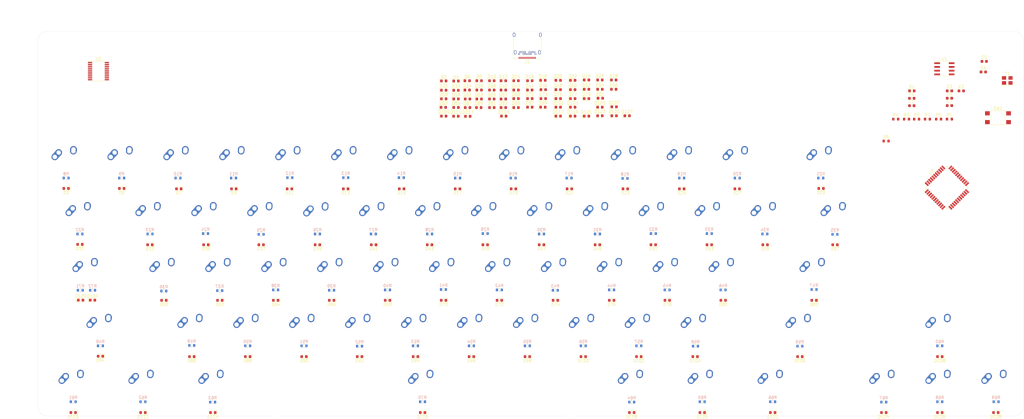
<source format=kicad_pcb>
(kicad_pcb (version 20171130) (host pcbnew "(5.1.9)-1")
  (layers (0 F.Cu signal) (31 B.Cu signal) (34 B.Paste user) (35 F.Paste user) (36 B.SilkS user) (37 F.SilkS user) (38 B.Mask user) (39 F.Mask user) (44 Edge.Cuts user))
  (net 0 "")
  (net 1 ROW0)
  (net 2 +5V)
  (net 3 "Net-(C5-Pad1)")
  (net 4 "Net-(C6-Pad1)")
  (net 5 "Net-(C7-Pad1)")
  (net 6 "Net-(D1-Pad2)")
  (net 7 "Net-(D1-Pad1)")
  (net 8 "Net-(D2-Pad2)")
  (net 9 "Net-(D3-Pad2)")
  (net 10 "Net-(D4-Pad2)")
  (net 11 "Net-(D5-Pad2)")
  (net 12 "Net-(D6-Pad2)")
  (net 13 "Net-(D7-Pad2)")
  (net 14 "Net-(D8-Pad2)")
  (net 15 "Net-(D9-Pad2)")
  (net 16 "Net-(D10-Pad2)")
  (net 17 "Net-(D11-Pad2)")
  (net 18 "Net-(D12-Pad2)")
  (net 19 "Net-(D13-Pad2)")
  (net 20 "Net-(D14-Pad2)")
  (net 21 "Net-(D15-Pad2)")
  (net 22 "Net-(D16-Pad2)")
  (net 23 "Net-(D17-Pad2)")
  (net 24 "Net-(D18-Pad2)")
  (net 25 "Net-(D19-Pad2)")
  (net 26 "Net-(D20-Pad2)")
  (net 27 "Net-(D21-Pad2)")
  (net 28 "Net-(D22-Pad2)")
  (net 29 "Net-(D23-Pad2)")
  (net 30 "Net-(D24-Pad2)")
  (net 31 "Net-(D25-Pad2)")
  (net 32 "Net-(D26-Pad2)")
  (net 33 "Net-(D27-Pad2)")
  (net 34 "Net-(D28-Pad2)")
  (net 35 "Net-(D29-Pad2)")
  (net 36 "Net-(D30-Pad2)")
  (net 37 "Net-(D31-Pad2)")
  (net 38 "Net-(D32-Pad2)")
  (net 39 "Net-(D33-Pad2)")
  (net 40 "Net-(D34-Pad2)")
  (net 41 "Net-(D35-Pad2)")
  (net 42 "Net-(D36-Pad2)")
  (net 43 "Net-(D37-Pad2)")
  (net 44 "Net-(D38-Pad2)")
  (net 45 "Net-(D39-Pad2)")
  (net 46 "Net-(D40-Pad2)")
  (net 47 "Net-(D41-Pad2)")
  (net 48 "Net-(D42-Pad2)")
  (net 49 "Net-(D43-Pad2)")
  (net 50 "Net-(D44-Pad2)")
  (net 51 "Net-(D45-Pad2)")
  (net 52 "Net-(D46-Pad2)")
  (net 53 "Net-(D47-Pad2)")
  (net 54 "Net-(D48-Pad2)")
  (net 55 "Net-(D49-Pad2)")
  (net 56 "Net-(D50-Pad2)")
  (net 57 "Net-(D51-Pad2)")
  (net 58 "Net-(D52-Pad2)")
  (net 59 "Net-(D53-Pad2)")
  (net 60 "Net-(D54-Pad2)")
  (net 61 "Net-(D55-Pad2)")
  (net 62 "Net-(D56-Pad2)")
  (net 63 "Net-(D57-Pad2)")
  (net 64 "Net-(D58-Pad2)")
  (net 65 "Net-(D59-Pad2)")
  (net 66 "Net-(D60-Pad2)")
  (net 67 "Net-(D61-Pad2)")
  (net 68 "Net-(D62-Pad2)")
  (net 69 "Net-(D63-Pad2)")
  (net 70 "Net-(D64-Pad2)")
  (net 71 "Net-(D65-Pad2)")
  (net 72 "Net-(D66-Pad2)")
  (net 73 "Net-(D67-Pad2)")
  (net 74 "Net-(D68-Pad2)")
  (net 75 "Net-(D69-Pad2)")
  (net 76 "Net-(D70-Pad2)")
  (net 77 "Net-(D71-Pad2)")
  (net 78 "Net-(D72-Pad2)")
  (net 79 "Net-(D73-Pad2)")
  (net 80 "Net-(D74-Pad2)")
  (net 81 "Net-(D75-Pad2)")
  (net 82 "Net-(D76-Pad2)")
  (net 83 "Net-(D77-Pad2)")
  (net 84 "Net-(D78-Pad2)")
  (net 85 "Net-(D79-Pad2)")
  (net 86 "Net-(D80-Pad2)")
  (net 87 "Net-(D81-Pad2)")
  (net 88 "Net-(D82-Pad2)")
  (net 89 "Net-(D83-Pad2)")
  (net 90 "Net-(D84-Pad2)")
  (net 91 "Net-(D85-Pad2)")
  (net 92 "Net-(D86-Pad2)")
  (net 93 "Net-(D87-Pad2)")
  (net 94 "Net-(D88-Pad2)")
  (net 95 "Net-(D89-Pad2)")
  (net 96 "Net-(D90-Pad2)")
  (net 97 "Net-(D91-Pad2)")
  (net 98 "Net-(D92-Pad2)")
  (net 99 "Net-(D93-Pad2)")
  (net 100 "Net-(D94-Pad2)")
  (net 101 "Net-(D95-Pad2)")
  (net 102 "Net-(D96-Pad2)")
  (net 103 "Net-(D97-Pad2)")
  (net 104 "Net-(D98-Pad2)")
  (net 105 "Net-(D99-Pad2)")
  (net 106 "Net-(D100-Pad2)")
  (net 107 "Net-(D101-Pad2)")
  (net 108 "Net-(D102-Pad2)")
  (net 109 "Net-(D103-Pad2)")
  (net 110 "Net-(D104-Pad2)")
  (net 111 "Net-(D105-Pad2)")
  (net 112 "Net-(D106-Pad2)")
  (net 113 "Net-(D107-Pad2)")
  (net 114 "Net-(D108-Pad2)")
  (net 115 "Net-(D109-Pad2)")
  (net 116 "Net-(D110-Pad2)")
  (net 117 "Net-(D111-Pad2)")
  (net 118 "Net-(D112-Pad2)")
  (net 119 "Net-(D113-Pad2)")
  (net 120 "Net-(D114-Pad2)")
  (net 121 "Net-(D115-Pad2)")
  (net 122 "Net-(D116-Pad2)")
  (net 123 "Net-(D117-Pad2)")
  (net 124 "Net-(D118-Pad2)")
  (net 125 "Net-(D119-Pad2)")
  (net 126 "Net-(D120-Pad2)")
  (net 127 "Net-(D121-Pad2)")
  (net 128 "Net-(D122-Pad2)")
  (net 129 "Net-(D123-Pad2)")
  (net 130 "Net-(D124-Pad2)")
  (net 131 "Net-(D125-Pad2)")
  (net 132 "Net-(D126-Pad2)")
  (net 133 "Net-(D127-Pad2)")
  (net 134 "Net-(D128-Pad2)")
  (net 135 "Net-(D129-Pad2)")
  (net 136 "Net-(D130-Pad2)")
  (net 137 "Net-(F1-Pad2)")
  (net 138 "Net-(J1-PadB11)")
  (net 139 "Net-(J1-PadB10)")
  (net 140 "Net-(J1-PadB8)")
  (net 141 "Net-(J1-PadB5)")
  (net 142 "Net-(J1-PadB3)")
  (net 143 "Net-(J1-PadB2)")
  (net 144 D-)
  (net 145 D+)
  (net 146 "Net-(J1-PadA11)")
  (net 147 "Net-(J1-PadA8)")
  (net 148 "Net-(J1-PadA10)")
  (net 149 "Net-(J1-PadA5)")
  (net 150 "Net-(J1-PadA3)")
  (net 151 "Net-(J1-PadA2)")
  (net 152 COL0)
  (net 153 COL1)
  (net 154 COL2)
  (net 155 COL3)
  (net 156 COL4)
  (net 157 COL5)
  (net 158 COL6)
  (net 159 COL7)
  (net 160 COL8)
  (net 161 COL9)
  (net 162 COL10)
  (net 163 COL11)
  (net 164 COL12)
  (net 165 COL13)
  (net 166 COL14)
  (net 167 "Net-(R1-Pad2)")
  (net 168 "Net-(R2-Pad1)")
  (net 169 "Net-(R4-Pad1)")
  (net 170 "Net-(R7-Pad2)")
  (net 171 "/Switch Matrix/L+")
  (net 172 "Net-(R19-Pad1)")
  (net 173 "Net-(R71-Pad2)")
  (net 174 "Net-(R72-Pad2)")
  (net 175 BCK)
  (net 176 "Net-(U2-Pad13)")
  (net 177 "/Switch Matrix/CAPS")
  (net 178 "Net-(U2-Pad5)")
  (net 179 "Net-(U3-Pad42)")
  (net 180 MISO)
  (net 181 MOSI)
  (net 182 SCK)
  (net 183 CAPS)
  (net 184 "Net-(U2-Pad6)")
  (net 185 "Net-(U2-Pad1)")
  (module MX_Alps_Hybrid:MX-1U-NoLED (layer F.Cu) (at 9.5885 45.24375)
    (fp_text reference MX1)
    (fp_text value esc)
    (pad "" np_thru_hole circle (at 5.08 0 48.0996) (size 1.75 1.75) (drill 1.75) (layers *.Cu *.Mask))
    (pad "" np_thru_hole circle (at -5.08 0 48.0996) (size 1.75 1.75) (drill 1.75) (layers *.Cu *.Mask))
    (pad 1 thru_hole circle (at -2.5 -4) (size 2.25 2.25) (drill 1.47) (layers *.Cu B.Mask) (net 152 COL0))
    (pad "" np_thru_hole circle (at 0 0) (size 3.9878 3.9878) (drill 3.9878) (layers *.Cu *.Mask))
    (pad 1 thru_hole oval (at -3.81 -2.54 48.0996) (size 4.211556 2.25) (drill 1.47 (offset 0.980778 0)) (layers *.Cu B.Mask) (net 152 COL0))
    (pad 2 thru_hole circle (at 2.54 -5.08) (size 2.25 2.25) (drill 1.47) (layers *.Cu B.Mask) (net 8 "Net-(D2-Pad2)"))
    (pad 2 thru_hole oval (at 2.5 -4.5 86.0548) (size 2.831378 2.25) (drill 1.47 (offset 0.290689 0)) (layers *.Cu B.Mask) (net 8 "Net-(D2-Pad2)"))
  )
  (module Resistor_SMD:R_0603_1608Metric (layer B.Cu) (at 18.63725 88.138 180)
    (fp_text reference R72 (at 0 1.43) (layer B.SilkS) (effects (justify mirror)))
    (fp_text value 2k)
    (pad 2 smd roundrect (at 0.825 0 180) (size 0.8 0.95) (layers B.Cu B.Paste B.Mask) (net 174 "Net-(R72-Pad2)"))
    (pad 1 smd roundrect (at -0.825 0 180) (size 0.8 0.95) (layers B.Cu B.Paste B.Mask) (net 136 "Net-(D130-Pad2)"))
  )
  (module Resistor_SMD:R_0603_1608Metric (layer B.Cu) (at 14.44625 88.138 180)
    (fp_text reference R71 (at 0 1.43) (layer B.SilkS) (effects (justify mirror)))
    (fp_text value 2k)
    (pad 2 smd roundrect (at 0.825 0 180) (size 0.8 0.95) (layers B.Cu B.Paste B.Mask) (net 173 "Net-(R71-Pad2)"))
    (pad 1 smd roundrect (at -0.825 0 180) (size 0.8 0.95) (layers B.Cu B.Paste B.Mask) (net 135 "Net-(D129-Pad2)"))
  )
  (module Resistor_SMD:R_0603_1608Metric (layer B.Cu) (at 131.03225 126.111 180)
    (fp_text reference R70 (at 0 1.43) (layer B.SilkS) (effects (justify mirror)))
    (fp_text value 2k)
    (pad 2 smd roundrect (at 0.825 0 180) (size 0.8 0.95) (layers B.Cu B.Paste B.Mask) (net 122 "Net-(D116-Pad2)"))
    (pad 1 smd roundrect (at -0.825 0 180) (size 0.8 0.95) (layers B.Cu B.Paste B.Mask) (net 171 "/Switch Matrix/L+"))
  )
  (module Resistor_SMD:R_0603_1608Metric (layer B.Cu) (at 326.39 126.111 180)
    (fp_text reference R69 (at 0 1.43) (layer B.SilkS) (effects (justify mirror)))
    (fp_text value 2k)
    (pad 2 smd roundrect (at 0.825 0 180) (size 0.8 0.95) (layers B.Cu B.Paste B.Mask) (net 134 "Net-(D128-Pad2)"))
    (pad 1 smd roundrect (at -0.825 0 180) (size 0.8 0.95) (layers B.Cu B.Paste B.Mask) (net 171 "/Switch Matrix/L+"))
  )
  (module Resistor_SMD:R_0603_1608Metric (layer B.Cu) (at 307.213 126.111 180)
    (fp_text reference R68 (at 0 1.43) (layer B.SilkS) (effects (justify mirror)))
    (fp_text value 2k)
    (pad 2 smd roundrect (at 0.825 0 180) (size 0.8 0.95) (layers B.Cu B.Paste B.Mask) (net 132 "Net-(D126-Pad2)"))
    (pad 1 smd roundrect (at -0.825 0 180) (size 0.8 0.95) (layers B.Cu B.Paste B.Mask) (net 171 "/Switch Matrix/L+"))
  )
  (module Resistor_SMD:R_0603_1608Metric (layer B.Cu) (at 288.13125 126.238 180)
    (fp_text reference R67 (at 0 1.43) (layer B.SilkS) (effects (justify mirror)))
    (fp_text value 2k)
    (pad 2 smd roundrect (at 0.825 0 180) (size 0.8 0.95) (layers B.Cu B.Paste B.Mask) (net 130 "Net-(D124-Pad2)"))
    (pad 1 smd roundrect (at -0.825 0 180) (size 0.8 0.95) (layers B.Cu B.Paste B.Mask) (net 171 "/Switch Matrix/L+"))
  )
  (module Resistor_SMD:R_0603_1608Metric (layer B.Cu) (at 250.28525 126.111 180)
    (fp_text reference R66 (at 0 1.43) (layer B.SilkS) (effects (justify mirror)))
    (fp_text value 2k)
    (pad 2 smd roundrect (at 0.825 0 180) (size 0.8 0.95) (layers B.Cu B.Paste B.Mask) (net 128 "Net-(D122-Pad2)"))
    (pad 1 smd roundrect (at -0.825 0 180) (size 0.8 0.95) (layers B.Cu B.Paste B.Mask) (net 171 "/Switch Matrix/L+"))
  )
  (module Resistor_SMD:R_0603_1608Metric (layer B.Cu) (at 226.28225 126.111 180)
    (fp_text reference R65 (at 0 1.43) (layer B.SilkS) (effects (justify mirror)))
    (fp_text value 2k)
    (pad 2 smd roundrect (at 0.825 0 180) (size 0.8 0.95) (layers B.Cu B.Paste B.Mask) (net 126 "Net-(D120-Pad2)"))
    (pad 1 smd roundrect (at -0.825 0 180) (size 0.8 0.95) (layers B.Cu B.Paste B.Mask) (net 171 "/Switch Matrix/L+"))
  )
  (module Resistor_SMD:R_0603_1608Metric (layer B.Cu) (at 202.27925 126.238 180)
    (fp_text reference R64 (at 0 1.43) (layer B.SilkS) (effects (justify mirror)))
    (fp_text value 2k)
    (pad 2 smd roundrect (at 0.825 0 180) (size 0.8 0.95) (layers B.Cu B.Paste B.Mask) (net 124 "Net-(D118-Pad2)"))
    (pad 1 smd roundrect (at -0.825 0 180) (size 0.8 0.95) (layers B.Cu B.Paste B.Mask) (net 171 "/Switch Matrix/L+"))
  )
  (module Resistor_SMD:R_0603_1608Metric (layer B.Cu) (at 59.53125 126.238 180)
    (fp_text reference R63 (at 0 1.43) (layer B.SilkS) (effects (justify mirror)))
    (fp_text value 2k)
    (pad 2 smd roundrect (at 0.825 0 180) (size 0.8 0.95) (layers B.Cu B.Paste B.Mask) (net 120 "Net-(D114-Pad2)"))
    (pad 1 smd roundrect (at -0.825 0 180) (size 0.8 0.95) (layers B.Cu B.Paste B.Mask) (net 171 "/Switch Matrix/L+"))
  )
  (module Resistor_SMD:R_0603_1608Metric (layer B.Cu) (at 35.78225 126.111 180)
    (fp_text reference R62 (at 0 1.43) (layer B.SilkS) (effects (justify mirror)))
    (fp_text value 2k)
    (pad 2 smd roundrect (at 0.825 0 180) (size 0.8 0.95) (layers B.Cu B.Paste B.Mask) (net 118 "Net-(D112-Pad2)"))
    (pad 1 smd roundrect (at -0.825 0 180) (size 0.8 0.95) (layers B.Cu B.Paste B.Mask) (net 171 "/Switch Matrix/L+"))
  )
  (module Resistor_SMD:R_0603_1608Metric (layer B.Cu) (at 12.03325 126.111 180)
    (fp_text reference R61 (at 0 1.43) (layer B.SilkS) (effects (justify mirror)))
    (fp_text value 2k)
    (pad 2 smd roundrect (at 0.825 0 180) (size 0.8 0.95) (layers B.Cu B.Paste B.Mask) (net 116 "Net-(D110-Pad2)"))
    (pad 1 smd roundrect (at -0.825 0 180) (size 0.8 0.95) (layers B.Cu B.Paste B.Mask) (net 171 "/Switch Matrix/L+"))
  )
  (module Resistor_SMD:R_0603_1608Metric (layer B.Cu) (at 307.213 107.061 180)
    (fp_text reference R60 (at 0 1.43) (layer B.SilkS) (effects (justify mirror)))
    (fp_text value 2k)
    (pad 2 smd roundrect (at 0.825 0 180) (size 0.8 0.95) (layers B.Cu B.Paste B.Mask) (net 114 "Net-(D108-Pad2)"))
    (pad 1 smd roundrect (at -0.825 0 180) (size 0.8 0.95) (layers B.Cu B.Paste B.Mask) (net 171 "/Switch Matrix/L+"))
  )
  (module Resistor_SMD:R_0603_1608Metric (layer B.Cu) (at 259.55625 107.188 180)
    (fp_text reference R59 (at 0 1.43) (layer B.SilkS) (effects (justify mirror)))
    (fp_text value 2k)
    (pad 2 smd roundrect (at 0.825 0 180) (size 0.8 0.95) (layers B.Cu B.Paste B.Mask) (net 112 "Net-(D106-Pad2)"))
    (pad 1 smd roundrect (at -0.825 0 180) (size 0.8 0.95) (layers B.Cu B.Paste B.Mask) (net 171 "/Switch Matrix/L+"))
  )
  (module Resistor_SMD:R_0603_1608Metric (layer B.Cu) (at 223.99625 107.188 180)
    (fp_text reference R58 (at 0 1.43) (layer B.SilkS) (effects (justify mirror)))
    (fp_text value 2k)
    (pad 2 smd roundrect (at 0.825 0 180) (size 0.8 0.95) (layers B.Cu B.Paste B.Mask) (net 110 "Net-(D104-Pad2)"))
    (pad 1 smd roundrect (at -0.825 0 180) (size 0.8 0.95) (layers B.Cu B.Paste B.Mask) (net 171 "/Switch Matrix/L+"))
  )
  (module Resistor_SMD:R_0603_1608Metric (layer B.Cu) (at 204.69225 107.061 180)
    (fp_text reference R57 (at 0 1.43) (layer B.SilkS) (effects (justify mirror)))
    (fp_text value 2k)
    (pad 2 smd roundrect (at 0.825 0 180) (size 0.8 0.95) (layers B.Cu B.Paste B.Mask) (net 108 "Net-(D102-Pad2)"))
    (pad 1 smd roundrect (at -0.825 0 180) (size 0.8 0.95) (layers B.Cu B.Paste B.Mask) (net 171 "/Switch Matrix/L+"))
  )
  (module Resistor_SMD:R_0603_1608Metric (layer B.Cu) (at 185.76925 107.061 180)
    (fp_text reference R56 (at 0 1.43) (layer B.SilkS) (effects (justify mirror)))
    (fp_text value 2k)
    (pad 2 smd roundrect (at 0.825 0 180) (size 0.8 0.95) (layers B.Cu B.Paste B.Mask) (net 106 "Net-(D100-Pad2)"))
    (pad 1 smd roundrect (at -0.825 0 180) (size 0.8 0.95) (layers B.Cu B.Paste B.Mask) (net 171 "/Switch Matrix/L+"))
  )
  (module Resistor_SMD:R_0603_1608Metric (layer B.Cu) (at 166.71925 107.061 180)
    (fp_text reference R55 (at 0 1.43 180) (layer B.SilkS) (effects (justify mirror)))
    (fp_text value 2k)
    (pad 2 smd roundrect (at 0.825 0 180) (size 0.8 0.95) (layers B.Cu B.Paste B.Mask) (net 104 "Net-(D98-Pad2)"))
    (pad 1 smd roundrect (at -0.825 0 180) (size 0.8 0.95) (layers B.Cu B.Paste B.Mask) (net 171 "/Switch Matrix/L+"))
  )
  (module Resistor_SMD:R_0603_1608Metric (layer B.Cu) (at 147.66925 107.061 180)
    (fp_text reference R54 (at 0 1.43) (layer B.SilkS) (effects (justify mirror)))
    (fp_text value 2k)
    (pad 2 smd roundrect (at 0.825 0 180) (size 0.8 0.95) (layers B.Cu B.Paste B.Mask) (net 102 "Net-(D96-Pad2)"))
    (pad 1 smd roundrect (at -0.825 0 180) (size 0.8 0.95) (layers B.Cu B.Paste B.Mask) (net 171 "/Switch Matrix/L+"))
  )
  (module Resistor_SMD:R_0603_1608Metric (layer B.Cu) (at 128.61925 107.061 180)
    (fp_text reference R53 (at 0 1.43) (layer B.SilkS) (effects (justify mirror)))
    (fp_text value 2k)
    (pad 2 smd roundrect (at 0.825 0 180) (size 0.8 0.95) (layers B.Cu B.Paste B.Mask) (net 100 "Net-(D94-Pad2)"))
    (pad 1 smd roundrect (at -0.825 0 180) (size 0.8 0.95) (layers B.Cu B.Paste B.Mask) (net 171 "/Switch Matrix/L+"))
  )
  (module Resistor_SMD:R_0603_1608Metric (layer B.Cu) (at 109.56925 107.188 180)
    (fp_text reference R52 (at 0 1.43) (layer B.SilkS) (effects (justify mirror)))
    (fp_text value 2k)
    (pad 2 smd roundrect (at 0.825 0 180) (size 0.8 0.95) (layers B.Cu B.Paste B.Mask) (net 98 "Net-(D92-Pad2)"))
    (pad 1 smd roundrect (at -0.825 0 180) (size 0.8 0.95) (layers B.Cu B.Paste B.Mask) (net 171 "/Switch Matrix/L+"))
  )
  (module Resistor_SMD:R_0603_1608Metric (layer B.Cu) (at 90.64625 107.061 180)
    (fp_text reference R51 (at 0 1.43) (layer B.SilkS) (effects (justify mirror)))
    (fp_text value 2k)
    (pad 2 smd roundrect (at 0.825 0 180) (size 0.8 0.95) (layers B.Cu B.Paste B.Mask) (net 96 "Net-(D90-Pad2)"))
    (pad 1 smd roundrect (at -0.825 0 180) (size 0.8 0.95) (layers B.Cu B.Paste B.Mask) (net 171 "/Switch Matrix/L+"))
  )
  (module Resistor_SMD:R_0603_1608Metric (layer B.Cu) (at 71.46925 107.061 180)
    (fp_text reference R50 (at 0 1.43) (layer B.SilkS) (effects (justify mirror)))
    (fp_text value 2k)
    (pad 2 smd roundrect (at 0.825 0 180) (size 0.8 0.95) (layers B.Cu B.Paste B.Mask) (net 94 "Net-(D88-Pad2)"))
    (pad 1 smd roundrect (at -0.825 0 180) (size 0.8 0.95) (layers B.Cu B.Paste B.Mask) (net 171 "/Switch Matrix/L+"))
  )
  (module Resistor_SMD:R_0603_1608Metric (layer B.Cu) (at 52.41925 106.934 180)
    (fp_text reference R49 (at 0 1.43) (layer B.SilkS) (effects (justify mirror)))
    (fp_text value 2k)
    (pad 2 smd roundrect (at 0.825 0 180) (size 0.8 0.95) (layers B.Cu B.Paste B.Mask) (net 92 "Net-(D86-Pad2)"))
    (pad 1 smd roundrect (at -0.825 0 180) (size 0.8 0.95) (layers B.Cu B.Paste B.Mask) (net 171 "/Switch Matrix/L+"))
  )
  (module Resistor_SMD:R_0603_1608Metric (layer B.Cu) (at 21.30425 107.061 180)
    (fp_text reference R48 (at 0 1.43) (layer B.SilkS) (effects (justify mirror)))
    (fp_text value 2k)
    (pad 2 smd roundrect (at 0.825 0 180) (size 0.8 0.95) (layers B.Cu B.Paste B.Mask) (net 90 "Net-(D84-Pad2)"))
    (pad 1 smd roundrect (at -0.825 0 180) (size 0.8 0.95) (layers B.Cu B.Paste B.Mask) (net 171 "/Switch Matrix/L+"))
  )
  (module Resistor_SMD:R_0603_1608Metric (layer B.Cu) (at 264.38225 87.884 180)
    (fp_text reference R47 (at 0 1.43) (layer B.SilkS) (effects (justify mirror)))
    (fp_text value 2k)
    (pad 2 smd roundrect (at 0.825 0 180) (size 0.8 0.95) (layers B.Cu B.Paste B.Mask) (net 88 "Net-(D82-Pad2)"))
    (pad 1 smd roundrect (at -0.825 0 180) (size 0.8 0.95) (layers B.Cu B.Paste B.Mask) (net 171 "/Switch Matrix/L+"))
  )
  (module Resistor_SMD:R_0603_1608Metric (layer B.Cu) (at 233.39425 88.011 180)
    (fp_text reference R46 (at 0 1.43) (layer B.SilkS) (effects (justify mirror)))
    (fp_text value 2k)
    (pad 2 smd roundrect (at 0.825 0 180) (size 0.8 0.95) (layers B.Cu B.Paste B.Mask) (net 86 "Net-(D80-Pad2)"))
    (pad 1 smd roundrect (at -0.825 0 180) (size 0.8 0.95) (layers B.Cu B.Paste B.Mask) (net 171 "/Switch Matrix/L+"))
  )
  (module Resistor_SMD:R_0603_1608Metric (layer B.Cu) (at 214.34425 88.011 180)
    (fp_text reference R45 (at 0 1.43) (layer B.SilkS) (effects (justify mirror)))
    (fp_text value 2k)
    (pad 2 smd roundrect (at 0.825 0 180) (size 0.8 0.95) (layers B.Cu B.Paste B.Mask) (net 84 "Net-(D78-Pad2)"))
    (pad 1 smd roundrect (at -0.825 0 180) (size 0.8 0.95) (layers B.Cu B.Paste B.Mask) (net 171 "/Switch Matrix/L+"))
  )
  (module Resistor_SMD:R_0603_1608Metric (layer B.Cu) (at 195.42125 88.011 180)
    (fp_text reference R44 (at 0 1.43) (layer B.SilkS) (effects (justify mirror)))
    (fp_text value 2k)
    (pad 2 smd roundrect (at 0.825 0 180) (size 0.8 0.95) (layers B.Cu B.Paste B.Mask) (net 82 "Net-(D76-Pad2)"))
    (pad 1 smd roundrect (at -0.825 0 180) (size 0.8 0.95) (layers B.Cu B.Paste B.Mask) (net 171 "/Switch Matrix/L+"))
  )
  (module Resistor_SMD:R_0603_1608Metric (layer B.Cu) (at 176.24425 88.138 180)
    (fp_text reference R43 (at 0 1.43) (layer B.SilkS) (effects (justify mirror)))
    (fp_text value 2k)
    (pad 2 smd roundrect (at 0.825 0 180) (size 0.8 0.95) (layers B.Cu B.Paste B.Mask) (net 80 "Net-(D74-Pad2)"))
    (pad 1 smd roundrect (at -0.825 0 180) (size 0.8 0.95) (layers B.Cu B.Paste B.Mask) (net 171 "/Switch Matrix/L+"))
  )
  (module Resistor_SMD:R_0603_1608Metric (layer B.Cu) (at 157.19425 88.011 180)
    (fp_text reference R42 (at 0 1.43) (layer B.SilkS) (effects (justify mirror)))
    (fp_text value 2k)
    (pad 2 smd roundrect (at 0.825 0 180) (size 0.8 0.95) (layers B.Cu B.Paste B.Mask) (net 78 "Net-(D72-Pad2)"))
    (pad 1 smd roundrect (at -0.825 0 180) (size 0.8 0.95) (layers B.Cu B.Paste B.Mask) (net 171 "/Switch Matrix/L+"))
  )
  (module Resistor_SMD:R_0603_1608Metric (layer B.Cu) (at 138.14425 87.884 180)
    (fp_text reference R41 (at 0 1.43) (layer B.SilkS) (effects (justify mirror)))
    (fp_text value 2k)
    (pad 2 smd roundrect (at 0.825 0 180) (size 0.8 0.95) (layers B.Cu B.Paste B.Mask) (net 76 "Net-(D70-Pad2)"))
    (pad 1 smd roundrect (at -0.825 0 180) (size 0.8 0.95) (layers B.Cu B.Paste B.Mask) (net 171 "/Switch Matrix/L+"))
  )
  (module Resistor_SMD:R_0603_1608Metric (layer B.Cu) (at 119.09425 88.011 180)
    (fp_text reference R40 (at 0 1.43) (layer B.SilkS) (effects (justify mirror)))
    (fp_text value 2k)
    (pad 2 smd roundrect (at 0.825 0 180) (size 0.8 0.95) (layers B.Cu B.Paste B.Mask) (net 74 "Net-(D68-Pad2)"))
    (pad 1 smd roundrect (at -0.825 0 180) (size 0.8 0.95) (layers B.Cu B.Paste B.Mask) (net 171 "/Switch Matrix/L+"))
  )
  (module Resistor_SMD:R_0603_1608Metric (layer B.Cu) (at 100.04425 88.138 180)
    (fp_text reference R39 (at 0 1.43) (layer B.SilkS) (effects (justify mirror)))
    (fp_text value 2k)
    (pad 2 smd roundrect (at 0.825 0 180) (size 0.8 0.95) (layers B.Cu B.Paste B.Mask) (net 72 "Net-(D66-Pad2)"))
    (pad 1 smd roundrect (at -0.825 0 180) (size 0.8 0.95) (layers B.Cu B.Paste B.Mask) (net 171 "/Switch Matrix/L+"))
  )
  (module Resistor_SMD:R_0603_1608Metric (layer B.Cu) (at 80.99425 88.011 180)
    (fp_text reference R38 (at 0 1.43) (layer B.SilkS) (effects (justify mirror)))
    (fp_text value 2k)
    (pad 2 smd roundrect (at 0.825 0 180) (size 0.8 0.95) (layers B.Cu B.Paste B.Mask) (net 70 "Net-(D64-Pad2)"))
    (pad 1 smd roundrect (at -0.825 0 180) (size 0.8 0.95) (layers B.Cu B.Paste B.Mask) (net 171 "/Switch Matrix/L+"))
  )
  (module Resistor_SMD:R_0603_1608Metric (layer B.Cu) (at 61.94425 88.265 180)
    (fp_text reference R37 (at 0 1.43) (layer B.SilkS) (effects (justify mirror)))
    (fp_text value 2k)
    (pad 2 smd roundrect (at 0.825 0 180) (size 0.8 0.95) (layers B.Cu B.Paste B.Mask) (net 68 "Net-(D62-Pad2)"))
    (pad 1 smd roundrect (at -0.825 0 180) (size 0.8 0.95) (layers B.Cu B.Paste B.Mask) (net 171 "/Switch Matrix/L+"))
  )
  (module Resistor_SMD:R_0603_1608Metric (layer B.Cu) (at 42.89425 88.392 180)
    (fp_text reference R36 (at 0 1.43) (layer B.SilkS) (effects (justify mirror)))
    (fp_text value 2k)
    (pad 2 smd roundrect (at 0.825 0 180) (size 0.8 0.95) (layers B.Cu B.Paste B.Mask) (net 66 "Net-(D60-Pad2)"))
    (pad 1 smd roundrect (at -0.825 0 180) (size 0.8 0.95) (layers B.Cu B.Paste B.Mask) (net 171 "/Switch Matrix/L+"))
  )
  (module Resistor_SMD:R_0603_1608Metric (layer B.Cu) (at 271.49425 69.088 180)
    (fp_text reference R35 (at 0 1.43) (layer B.SilkS) (effects (justify mirror)))
    (fp_text value 2k)
    (pad 2 smd roundrect (at 0.825 0 180) (size 0.8 0.95) (layers B.Cu B.Paste B.Mask) (net 63 "Net-(D57-Pad2)"))
    (pad 1 smd roundrect (at -0.825 0 180) (size 0.8 0.95) (layers B.Cu B.Paste B.Mask) (net 171 "/Switch Matrix/L+"))
  )
  (module Resistor_SMD:R_0603_1608Metric (layer B.Cu) (at 247.61825 68.961 180)
    (fp_text reference R34 (at 0 1.43) (layer B.SilkS) (effects (justify mirror)))
    (fp_text value 2k)
    (pad 2 smd roundrect (at 0.825 0 180) (size 0.8 0.95) (layers B.Cu B.Paste B.Mask) (net 61 "Net-(D55-Pad2)"))
    (pad 1 smd roundrect (at -0.825 0 180) (size 0.8 0.95) (layers B.Cu B.Paste B.Mask) (net 171 "/Switch Matrix/L+"))
  )
  (module Resistor_SMD:R_0603_1608Metric (layer B.Cu) (at 228.69525 68.834 180)
    (fp_text reference R33 (at 0 1.43) (layer B.SilkS) (effects (justify mirror)))
    (fp_text value 2k)
    (pad 2 smd roundrect (at 0.825 0 180) (size 0.8 0.95) (layers B.Cu B.Paste B.Mask) (net 59 "Net-(D53-Pad2)"))
    (pad 1 smd roundrect (at -0.825 0 180) (size 0.8 0.95) (layers B.Cu B.Paste B.Mask) (net 171 "/Switch Matrix/L+"))
  )
  (module Resistor_SMD:R_0603_1608Metric (layer B.Cu) (at 209.64525 68.834 180)
    (fp_text reference R32 (at 0 1.43) (layer B.SilkS) (effects (justify mirror)))
    (fp_text value 2k)
    (pad 2 smd roundrect (at 0.825 0 180) (size 0.8 0.95) (layers B.Cu B.Paste B.Mask) (net 57 "Net-(D51-Pad2)"))
    (pad 1 smd roundrect (at -0.825 0 180) (size 0.8 0.95) (layers B.Cu B.Paste B.Mask) (net 171 "/Switch Matrix/L+"))
  )
  (module Resistor_SMD:R_0603_1608Metric (layer B.Cu) (at 190.59525 68.961 180)
    (fp_text reference R31 (at 0 1.43) (layer B.SilkS) (effects (justify mirror)))
    (fp_text value 2k)
    (pad 2 smd roundrect (at 0.825 0 180) (size 0.8 0.95) (layers B.Cu B.Paste B.Mask) (net 55 "Net-(D49-Pad2)"))
    (pad 1 smd roundrect (at -0.825 0 180) (size 0.8 0.95) (layers B.Cu B.Paste B.Mask) (net 171 "/Switch Matrix/L+"))
  )
  (module Resistor_SMD:R_0603_1608Metric (layer B.Cu) (at 171.54525 68.961 180)
    (fp_text reference R30 (at 0 1.43) (layer B.SilkS) (effects (justify mirror)))
    (fp_text value 2k)
    (pad 2 smd roundrect (at 0.825 0 180) (size 0.8 0.95) (layers B.Cu B.Paste B.Mask) (net 53 "Net-(D47-Pad2)"))
    (pad 1 smd roundrect (at -0.825 0 180) (size 0.8 0.95) (layers B.Cu B.Paste B.Mask) (net 171 "/Switch Matrix/L+"))
  )
  (module Resistor_SMD:R_0603_1608Metric (layer B.Cu) (at 152.36825 68.834 180)
    (fp_text reference R29 (at 0 1.43) (layer B.SilkS) (effects (justify mirror)))
    (fp_text value 2k)
    (pad 2 smd roundrect (at 0.825 0 180) (size 0.8 0.95) (layers B.Cu B.Paste B.Mask) (net 51 "Net-(D45-Pad2)"))
    (pad 1 smd roundrect (at -0.825 0 180) (size 0.8 0.95) (layers B.Cu B.Paste B.Mask) (net 171 "/Switch Matrix/L+"))
  )
  (module Resistor_SMD:R_0603_1608Metric (layer B.Cu) (at 133.44525 68.961 180)
    (fp_text reference R28 (at 0 1.43) (layer B.SilkS) (effects (justify mirror)))
    (fp_text value 2k)
    (pad 2 smd roundrect (at 0.825 0 180) (size 0.8 0.95) (layers B.Cu B.Paste B.Mask) (net 49 "Net-(D43-Pad2)"))
    (pad 1 smd roundrect (at -0.825 0 180) (size 0.8 0.95) (layers B.Cu B.Paste B.Mask) (net 171 "/Switch Matrix/L+"))
  )
  (module Resistor_SMD:R_0603_1608Metric (layer B.Cu) (at 114.26825 68.961 180)
    (fp_text reference R27 (at 0 1.43) (layer B.SilkS) (effects (justify mirror)))
    (fp_text value 2k)
    (pad 2 smd roundrect (at 0.825 0 180) (size 0.8 0.95) (layers B.Cu B.Paste B.Mask) (net 47 "Net-(D41-Pad2)"))
    (pad 1 smd roundrect (at -0.825 0 180) (size 0.8 0.95) (layers B.Cu B.Paste B.Mask) (net 171 "/Switch Matrix/L+"))
  )
  (module Resistor_SMD:R_0603_1608Metric (layer B.Cu) (at 95.21825 68.961 180)
    (fp_text reference R26 (at 0 1.43) (layer B.SilkS) (effects (justify mirror)))
    (fp_text value 2k)
    (pad 2 smd roundrect (at 0.825 0 180) (size 0.8 0.95) (layers B.Cu B.Paste B.Mask) (net 45 "Net-(D39-Pad2)"))
    (pad 1 smd roundrect (at -0.825 0 180) (size 0.8 0.95) (layers B.Cu B.Paste B.Mask) (net 171 "/Switch Matrix/L+"))
  )
  (module Resistor_SMD:R_0603_1608Metric (layer B.Cu) (at 76.04125 69.088 180)
    (fp_text reference R25 (at 0 1.43) (layer B.SilkS) (effects (justify mirror)))
    (fp_text value 2k)
    (pad 2 smd roundrect (at 0.825 0 180) (size 0.8 0.95) (layers B.Cu B.Paste B.Mask) (net 43 "Net-(D37-Pad2)"))
    (pad 1 smd roundrect (at -0.825 0 180) (size 0.8 0.95) (layers B.Cu B.Paste B.Mask) (net 171 "/Switch Matrix/L+"))
  )
  (module Resistor_SMD:R_0603_1608Metric (layer B.Cu) (at 57.11825 68.834 180)
    (fp_text reference R24 (at 0 1.43) (layer B.SilkS) (effects (justify mirror)))
    (fp_text value 2k)
    (pad 2 smd roundrect (at 0.825 0 180) (size 0.8 0.95) (layers B.Cu B.Paste B.Mask) (net 41 "Net-(D35-Pad2)"))
    (pad 1 smd roundrect (at -0.825 0 180) (size 0.8 0.95) (layers B.Cu B.Paste B.Mask) (net 171 "/Switch Matrix/L+"))
  )
  (module Resistor_SMD:R_0603_1608Metric (layer B.Cu) (at 38.19525 68.961 180)
    (fp_text reference R23 (at 0 1.43) (layer B.SilkS) (effects (justify mirror)))
    (fp_text value 2k)
    (pad 2 smd roundrect (at 0.825 0 180) (size 0.8 0.95) (layers B.Cu B.Paste B.Mask) (net 39 "Net-(D33-Pad2)"))
    (pad 1 smd roundrect (at -0.825 0 180) (size 0.8 0.95) (layers B.Cu B.Paste B.Mask) (net 171 "/Switch Matrix/L+"))
  )
  (module Resistor_SMD:R_0603_1608Metric (layer B.Cu) (at 14.31925 68.961 180)
    (fp_text reference R22 (at 0 1.43) (layer B.SilkS) (effects (justify mirror)))
    (fp_text value 2k)
    (pad 2 smd roundrect (at 0.825 0 180) (size 0.8 0.95) (layers B.Cu B.Paste B.Mask) (net 37 "Net-(D31-Pad2)"))
    (pad 1 smd roundrect (at -0.825 0 180) (size 0.8 0.95) (layers B.Cu B.Paste B.Mask) (net 171 "/Switch Matrix/L+"))
  )
  (module Resistor_SMD:R_0603_1608Metric (layer B.Cu) (at 266.66825 49.911 180)
    (fp_text reference R21 (at 0 1.43) (layer B.SilkS) (effects (justify mirror)))
    (fp_text value 2k)
    (pad 2 smd roundrect (at 0.825 0 180) (size 0.8 0.95) (layers B.Cu B.Paste B.Mask) (net 35 "Net-(D29-Pad2)"))
    (pad 1 smd roundrect (at -0.825 0 180) (size 0.8 0.95) (layers B.Cu B.Paste B.Mask) (net 171 "/Switch Matrix/L+"))
  )
  (module Resistor_SMD:R_0603_1608Metric (layer B.Cu) (at 238.22025 49.911 180)
    (fp_text reference R20 (at 0 1.43) (layer B.SilkS) (effects (justify mirror)))
    (fp_text value 2k)
    (pad 2 smd roundrect (at 0.825 0 180) (size 0.8 0.95) (layers B.Cu B.Paste B.Mask) (net 33 "Net-(D27-Pad2)"))
    (pad 1 smd roundrect (at -0.825 0 180) (size 0.8 0.95) (layers B.Cu B.Paste B.Mask) (net 171 "/Switch Matrix/L+"))
  )
  (module Resistor_SMD:R_0603_1608Metric (layer B.Cu) (at 219.29725 49.911 180)
    (fp_text reference R19 (at 0 1.43) (layer B.SilkS) (effects (justify mirror)))
    (fp_text value 2k)
    (pad 2 smd roundrect (at 0.825 0 180) (size 0.8 0.95) (layers B.Cu B.Paste B.Mask) (net 31 "Net-(D25-Pad2)"))
    (pad 1 smd roundrect (at -0.825 0 180) (size 0.8 0.95) (layers B.Cu B.Paste B.Mask) (net 172 "Net-(R19-Pad1)"))
  )
  (module Resistor_SMD:R_0603_1608Metric (layer B.Cu) (at 199.99325 50.038 180)
    (fp_text reference R18 (at 0 1.43) (layer B.SilkS) (effects (justify mirror)))
    (fp_text value 2k)
    (pad 2 smd roundrect (at 0.825 0 180) (size 0.8 0.95) (layers B.Cu B.Paste B.Mask) (net 29 "Net-(D23-Pad2)"))
    (pad 1 smd roundrect (at -0.825 0 180) (size 0.8 0.95) (layers B.Cu B.Paste B.Mask) (net 171 "/Switch Matrix/L+"))
  )
  (module Resistor_SMD:R_0603_1608Metric (layer B.Cu) (at 180.94325 49.911 180)
    (fp_text reference R17 (at 0 1.43) (layer B.SilkS) (effects (justify mirror)))
    (fp_text value 2k)
    (pad 2 smd roundrect (at 0.825 0 180) (size 0.8 0.95) (layers B.Cu B.Paste B.Mask) (net 27 "Net-(D21-Pad2)"))
    (pad 1 smd roundrect (at -0.825 0 180) (size 0.8 0.95) (layers B.Cu B.Paste B.Mask) (net 171 "/Switch Matrix/L+"))
  )
  (module Resistor_SMD:R_0603_1608Metric (layer B.Cu) (at 161.89325 49.911 180)
    (fp_text reference R16 (at 0 1.43) (layer B.SilkS) (effects (justify mirror)))
    (fp_text value 2k)
    (pad 2 smd roundrect (at 0.825 0 180) (size 0.8 0.95) (layers B.Cu B.Paste B.Mask) (net 25 "Net-(D19-Pad2)"))
    (pad 1 smd roundrect (at -0.825 0 180) (size 0.8 0.95) (layers B.Cu B.Paste B.Mask) (net 171 "/Switch Matrix/L+"))
  )
  (module Resistor_SMD:R_0603_1608Metric (layer B.Cu) (at 142.97025 49.911 180)
    (fp_text reference R15 (at 0 1.43) (layer B.SilkS) (effects (justify mirror)))
    (fp_text value 2k)
    (pad 2 smd roundrect (at 0.825 0 180) (size 0.8 0.95) (layers B.Cu B.Paste B.Mask) (net 23 "Net-(D17-Pad2)"))
    (pad 1 smd roundrect (at -0.825 0 180) (size 0.8 0.95) (layers B.Cu B.Paste B.Mask) (net 171 "/Switch Matrix/L+"))
  )
  (module Resistor_SMD:R_0603_1608Metric (layer B.Cu) (at 123.79325 49.784 180)
    (fp_text reference R14 (at 0 1.43) (layer B.SilkS) (effects (justify mirror)))
    (fp_text value 2k)
    (pad 2 smd roundrect (at 0.825 0 180) (size 0.8 0.95) (layers B.Cu B.Paste B.Mask) (net 21 "Net-(D15-Pad2)"))
    (pad 1 smd roundrect (at -0.825 0 180) (size 0.8 0.95) (layers B.Cu B.Paste B.Mask) (net 171 "/Switch Matrix/L+"))
  )
  (module Resistor_SMD:R_0603_1608Metric (layer B.Cu) (at 104.87025 49.784 180)
    (fp_text reference R13 (at 0 1.43) (layer B.SilkS) (effects (justify mirror)))
    (fp_text value 2k)
    (pad 2 smd roundrect (at 0.825 0 180) (size 0.8 0.95) (layers B.Cu B.Paste B.Mask) (net 19 "Net-(D13-Pad2)"))
    (pad 1 smd roundrect (at -0.825 0 180) (size 0.8 0.95) (layers B.Cu B.Paste B.Mask) (net 171 "/Switch Matrix/L+"))
  )
  (module Resistor_SMD:R_0603_1608Metric (layer B.Cu) (at 85.82025 49.784 180)
    (fp_text reference R12 (at 0 1.43) (layer B.SilkS) (effects (justify mirror)))
    (fp_text value 2k)
    (pad 2 smd roundrect (at 0.825 0 180) (size 0.8 0.95) (layers B.Cu B.Paste B.Mask) (net 17 "Net-(D11-Pad2)"))
    (pad 1 smd roundrect (at -0.825 0 180) (size 0.8 0.95) (layers B.Cu B.Paste B.Mask) (net 171 "/Switch Matrix/L+"))
  )
  (module Resistor_SMD:R_0603_1608Metric (layer B.Cu) (at 66.64325 49.911 180)
    (fp_text reference R11 (at 0 1.43) (layer B.SilkS) (effects (justify mirror)))
    (fp_text value 2k)
    (pad 2 smd roundrect (at 0.825 0 180) (size 0.8 0.95) (layers B.Cu B.Paste B.Mask) (net 15 "Net-(D9-Pad2)"))
    (pad 1 smd roundrect (at -0.825 0 180) (size 0.8 0.95) (layers B.Cu B.Paste B.Mask) (net 171 "/Switch Matrix/L+"))
  )
  (module Resistor_SMD:R_0603_1608Metric (layer B.Cu) (at 47.72025 49.911 180)
    (fp_text reference R10 (at 0 1.43) (layer B.SilkS) (effects (justify mirror)))
    (fp_text value 2k)
    (pad 2 smd roundrect (at 0.825 0 180) (size 0.8 0.95) (layers B.Cu B.Paste B.Mask) (net 13 "Net-(D7-Pad2)"))
    (pad 1 smd roundrect (at -0.825 0 180) (size 0.8 0.95) (layers B.Cu B.Paste B.Mask) (net 171 "/Switch Matrix/L+"))
  )
  (module Resistor_SMD:R_0603_1608Metric (layer B.Cu) (at 28.54325 49.911 180)
    (fp_text reference R9 (at 0 1.43) (layer B.SilkS) (effects (justify mirror)))
    (fp_text value 2k)
    (pad 2 smd roundrect (at 0.825 0 180) (size 0.8 0.95) (layers B.Cu B.Paste B.Mask) (net 11 "Net-(D5-Pad2)"))
    (pad 1 smd roundrect (at -0.825 0 180) (size 0.8 0.95) (layers B.Cu B.Paste B.Mask) (net 171 "/Switch Matrix/L+"))
  )
  (module Resistor_SMD:R_0603_1608Metric (layer B.Cu) (at 9.62025 49.911 180)
    (fp_text reference R8 (at 0 1.43) (layer B.SilkS) (effects (justify mirror)))
    (fp_text value 2k)
    (pad 2 smd roundrect (at 0.825 0 180) (size 0.8 0.95) (layers B.Cu B.Paste B.Mask) (net 9 "Net-(D3-Pad2)"))
    (pad 1 smd roundrect (at -0.825 0 180) (size 0.8 0.95) (layers B.Cu B.Paste B.Mask) (net 171 "/Switch Matrix/L+"))
  )
  (module Resistor_SMD:R_0603_1608Metric (layer F.Cu) (at 302.99025 29.845)
    (fp_text reference R7 (at 0 -1.43) (layer F.SilkS))
    (fp_text value 10k)
    (pad 2 smd roundrect (at 0.825 0) (size 0.8 0.95) (layers F.Cu F.Paste F.Mask) (net 170 "Net-(R7-Pad2)"))
    (pad 1 smd roundrect (at -0.825 0) (size 0.8 0.95) (layers F.Cu F.Paste F.Mask) (net 1 ROW0))
  )
  (module Resistor_SMD:R_0603_1608Metric (layer F.Cu) (at 288.925 37.30625)
    (fp_text reference R6 (at 0 -1.43) (layer F.SilkS))
    (fp_text value 5k)
    (pad 2 smd roundrect (at 0.825 0) (size 0.8 0.95) (layers F.Cu F.Paste F.Mask) (net 141 "Net-(J1-PadB5)"))
    (pad 1 smd roundrect (at -0.825 0) (size 0.8 0.95) (layers F.Cu F.Paste F.Mask) (net 1 ROW0))
  )
  (module Resistor_SMD:R_0603_1608Metric (layer F.Cu) (at 306.80025 29.845)
    (fp_text reference R5 (at 0 -1.43) (layer F.SilkS))
    (fp_text value 5k)
    (pad 2 smd roundrect (at 0.825 0) (size 0.8 0.95) (layers F.Cu F.Paste F.Mask) (net 149 "Net-(J1-PadA5)"))
    (pad 1 smd roundrect (at -0.825 0) (size 0.8 0.95) (layers F.Cu F.Paste F.Mask) (net 1 ROW0))
  )
  (module Resistor_SMD:R_0603_1608Metric (layer F.Cu) (at 292.19525 29.845)
    (fp_text reference R4 (at 0 -1.43) (layer F.SilkS))
    (fp_text value 22)
    (pad 2 smd roundrect (at 0.825 0) (size 0.8 0.95) (layers F.Cu F.Paste F.Mask) (net 144 D-))
    (pad 1 smd roundrect (at -0.825 0) (size 0.8 0.95) (layers F.Cu F.Paste F.Mask) (net 169 "Net-(R4-Pad1)"))
  )
  (module Resistor_SMD:R_0603_1608Metric (layer F.Cu) (at 295.87825 29.845)
    (fp_text reference R3 (at 0 -1.43) (layer F.SilkS))
    (fp_text value 1k)
    (pad 2 smd roundrect (at 0.825 0) (size 0.8 0.95) (layers F.Cu F.Paste F.Mask) (net 7 "Net-(D1-Pad1)"))
    (pad 1 smd roundrect (at -0.825 0) (size 0.8 0.95) (layers F.Cu F.Paste F.Mask) (net 1 ROW0))
  )
  (module Resistor_SMD:R_0603_1608Metric (layer F.Cu) (at 299.30725 29.845)
    (fp_text reference R2 (at 0 -1.43) (layer F.SilkS))
    (fp_text value 22)
    (pad 2 smd roundrect (at 0.825 0) (size 0.8 0.95) (layers F.Cu F.Paste F.Mask) (net 145 D+))
    (pad 1 smd roundrect (at -0.825 0) (size 0.8 0.95) (layers F.Cu F.Paste F.Mask) (net 168 "Net-(R2-Pad1)"))
  )
  (module Resistor_SMD:R_0603_1608Metric (layer F.Cu) (at 310.48325 29.845)
    (fp_text reference R1 (at 0 -1.43) (layer F.SilkS))
    (fp_text value 10k)
    (pad 2 smd roundrect (at 0.825 0) (size 0.8 0.95) (layers F.Cu F.Paste F.Mask) (net 167 "Net-(R1-Pad2)"))
    (pad 1 smd roundrect (at -0.825 0) (size 0.8 0.95) (layers F.Cu F.Paste F.Mask) (net 2 +5V))
  )
  (module Crystal:Crystal_SMD_3225-4Pin_3.2x2.5mm (layer F.Cu) (at 330.2 16.66875)
    (fp_text reference Y1 (at 0 -2.45) (layer F.SilkS))
    (fp_text value 16MHz)
    (pad 4 smd rect (at -1.1 -0.85) (size 1.4 1.2) (layers F.Cu F.Paste F.Mask) (net 1 ROW0))
    (pad 3 smd rect (at 1.1 -0.85) (size 1.4 1.2) (layers F.Cu F.Paste F.Mask) (net 4 "Net-(C6-Pad1)"))
    (pad 2 smd rect (at 1.1 0.85) (size 1.4 1.2) (layers F.Cu F.Paste F.Mask) (net 1 ROW0))
    (pad 1 smd rect (at -1.1 0.85) (size 1.4 1.2) (layers F.Cu F.Paste F.Mask) (net 3 "Net-(C5-Pad1)"))
  )
  (module Package_QFP:TQFP-44_10x10mm_P0.8mm (layer F.Cu) (at 309.626 53.18125 45)
    (fp_text reference U3 (at 0 -7.45 45) (layer F.SilkS))
    (fp_text value ATmega32U4-AU)
    (pad 44 smd rect (at -4 -5.7 135) (size 1.5 0.55) (layers F.Cu F.Paste F.Mask) (net 2 +5V))
    (pad 43 smd rect (at -3.2 -5.7 135) (size 1.5 0.55) (layers F.Cu F.Paste F.Mask) (net 1 ROW0))
    (pad 42 smd rect (at -2.4 -5.7 135) (size 1.5 0.55) (layers F.Cu F.Paste F.Mask) (net 179 "Net-(U3-Pad42)"))
    (pad 41 smd rect (at -1.6 -5.7 135) (size 1.5 0.55) (layers F.Cu F.Paste F.Mask) (net 152 COL0))
    (pad 40 smd rect (at -0.8 -5.7 135) (size 1.5 0.55) (layers F.Cu F.Paste F.Mask) (net 153 COL1))
    (pad 39 smd rect (at 0 -5.7 135) (size 1.5 0.55) (layers F.Cu F.Paste F.Mask) (net 154 COL2))
    (pad 38 smd rect (at 0.8 -5.7 135) (size 1.5 0.55) (layers F.Cu F.Paste F.Mask) (net 155 COL3))
    (pad 37 smd rect (at 1.6 -5.7 135) (size 1.5 0.55) (layers F.Cu F.Paste F.Mask) (net 156 COL4))
    (pad 36 smd rect (at 2.4 -5.7 135) (size 1.5 0.55) (layers F.Cu F.Paste F.Mask) (net 157 COL5))
    (pad 35 smd rect (at 3.2 -5.7 135) (size 1.5 0.55) (layers F.Cu F.Paste F.Mask) (net 1 ROW0))
    (pad 34 smd rect (at 4 -5.7 135) (size 1.5 0.55) (layers F.Cu F.Paste F.Mask) (net 2 +5V))
    (pad 33 smd rect (at 5.7 -4 45) (size 1.5 0.55) (layers F.Cu F.Paste F.Mask) (net 170 "Net-(R7-Pad2)"))
    (pad 32 smd rect (at 5.7 -3.2 45) (size 1.5 0.55) (layers F.Cu F.Paste F.Mask) (net 158 COL6))
    (pad 31 smd rect (at 5.7 -2.4 45) (size 1.5 0.55) (layers F.Cu F.Paste F.Mask) (net 159 COL7))
    (pad 30 smd rect (at 5.7 -1.6 45) (size 1.5 0.55) (layers F.Cu F.Paste F.Mask) (net 160 COL8))
    (pad 29 smd rect (at 5.7 -0.8 45) (size 1.5 0.55) (layers F.Cu F.Paste F.Mask) (net 161 COL9))
    (pad 28 smd rect (at 5.7 0 45) (size 1.5 0.55) (layers F.Cu F.Paste F.Mask) (net 162 COL10))
    (pad 27 smd rect (at 5.7 0.8 45) (size 1.5 0.55) (layers F.Cu F.Paste F.Mask) (net 163 COL11))
    (pad 26 smd rect (at 5.7 1.6 45) (size 1.5 0.55) (layers F.Cu F.Paste F.Mask) (net 164 COL12))
    (pad 25 smd rect (at 5.7 2.4 45) (size 1.5 0.55) (layers F.Cu F.Paste F.Mask) (net 165 COL13))
    (pad 24 smd rect (at 5.7 3.2 45) (size 1.5 0.55) (layers F.Cu F.Paste F.Mask) (net 2 +5V))
    (pad 23 smd rect (at 5.7 4 45) (size 1.5 0.55) (layers F.Cu F.Paste F.Mask) (net 1 ROW0))
    (pad 22 smd rect (at 4 5.7 135) (size 1.5 0.55) (layers F.Cu F.Paste F.Mask) (net 166 COL14))
    (pad 21 smd rect (at 3.2 5.7 135) (size 1.5 0.55) (layers F.Cu F.Paste F.Mask) (net 1 ROW0))
    (pad 20 smd rect (at 2.4 5.7 135) (size 1.5 0.55) (layers F.Cu F.Paste F.Mask) (net 1 ROW0))
    (pad 19 smd rect (at 1.6 5.7 135) (size 1.5 0.55) (layers F.Cu F.Paste F.Mask) (net 1 ROW0))
    (pad 18 smd rect (at 0.8 5.7 135) (size 1.5 0.55) (layers F.Cu F.Paste F.Mask) (net 1 ROW0))
    (pad 17 smd rect (at 0 5.7 135) (size 1.5 0.55) (layers F.Cu F.Paste F.Mask) (net 3 "Net-(C5-Pad1)"))
    (pad 16 smd rect (at -0.8 5.7 135) (size 1.5 0.55) (layers F.Cu F.Paste F.Mask) (net 4 "Net-(C6-Pad1)"))
    (pad 15 smd rect (at -1.6 5.7 135) (size 1.5 0.55) (layers F.Cu F.Paste F.Mask) (net 1 ROW0))
    (pad 14 smd rect (at -2.4 5.7 135) (size 1.5 0.55) (layers F.Cu F.Paste F.Mask) (net 2 +5V))
    (pad 13 smd rect (at -3.2 5.7 135) (size 1.5 0.55) (layers F.Cu F.Paste F.Mask) (net 167 "Net-(R1-Pad2)"))
    (pad 12 smd rect (at -4 5.7 135) (size 1.5 0.55) (layers F.Cu F.Paste F.Mask) (net 175 BCK))
    (pad 11 smd rect (at -5.7 4 45) (size 1.5 0.55) (layers F.Cu F.Paste F.Mask) (net 180 MISO))
    (pad 10 smd rect (at -5.7 3.2 45) (size 1.5 0.55) (layers F.Cu F.Paste F.Mask) (net 181 MOSI))
    (pad 9 smd rect (at -5.7 2.4 45) (size 1.5 0.55) (layers F.Cu F.Paste F.Mask) (net 182 SCK))
    (pad 8 smd rect (at -5.7 1.6 45) (size 1.5 0.55) (layers F.Cu F.Paste F.Mask) (net 183 CAPS))
    (pad 7 smd rect (at -5.7 0.8 45) (size 1.5 0.55) (layers F.Cu F.Paste F.Mask) (net 2 +5V))
    (pad 6 smd rect (at -5.7 0 45) (size 1.5 0.55) (layers F.Cu F.Paste F.Mask) (net 5 "Net-(C7-Pad1)"))
    (pad 5 smd rect (at -5.7 -0.8 45) (size 1.5 0.55) (layers F.Cu F.Paste F.Mask) (net 1 ROW0))
    (pad 4 smd rect (at -5.7 -1.6 45) (size 1.5 0.55) (layers F.Cu F.Paste F.Mask) (net 168 "Net-(R2-Pad1)"))
    (pad 3 smd rect (at -5.7 -2.4 45) (size 1.5 0.55) (layers F.Cu F.Paste F.Mask) (net 169 "Net-(R4-Pad1)"))
    (pad 2 smd rect (at -5.7 -3.2 45) (size 1.5 0.55) (layers F.Cu F.Paste F.Mask) (net 2 +5V))
    (pad 1 smd rect (at -5.7 -4 45) (size 1.5 0.55) (layers F.Cu F.Paste F.Mask) (net 1 ROW0))
  )
  (module Package_SO:TSSOP-20_4.4x6.5mm_P0.65mm (layer F.Cu) (at 20.6375 13.49375)
    (fp_text reference U2 (at 0 -4.2) (layer F.SilkS))
    (fp_text value ADG633YRU)
    (pad 20 smd roundrect (at 2.8625 -2.925) (size 1.475 0.4) (layers F.Cu F.Paste F.Mask))
    (pad 19 smd roundrect (at 2.8625 -2.275) (size 1.475 0.4) (layers F.Cu F.Paste F.Mask))
    (pad 18 smd roundrect (at 2.8625 -1.625) (size 1.475 0.4) (layers F.Cu F.Paste F.Mask))
    (pad 17 smd roundrect (at 2.8625 -0.975) (size 1.475 0.4) (layers F.Cu F.Paste F.Mask))
    (pad 16 smd roundrect (at 2.8625 -0.325) (size 1.475 0.4) (layers F.Cu F.Paste F.Mask) (net 2 +5V))
    (pad 15 smd roundrect (at 2.8625 0.325) (size 1.475 0.4) (layers F.Cu F.Paste F.Mask) (net 171 "/Switch Matrix/L+"))
    (pad 14 smd roundrect (at 2.8625 0.975) (size 1.475 0.4) (layers F.Cu F.Paste F.Mask) (net 137 "Net-(F1-Pad2)"))
    (pad 13 smd roundrect (at 2.8625 1.625) (size 1.475 0.4) (layers F.Cu F.Paste F.Mask) (net 176 "Net-(U2-Pad13)"))
    (pad 12 smd roundrect (at 2.8625 2.275) (size 1.475 0.4) (layers F.Cu F.Paste F.Mask) (net 6 "Net-(D1-Pad2)"))
    (pad 11 smd roundrect (at 2.8625 2.925) (size 1.475 0.4) (layers F.Cu F.Paste F.Mask) (net 2 +5V))
    (pad 10 smd roundrect (at -2.8625 2.925) (size 1.475 0.4) (layers F.Cu F.Paste F.Mask) (net 177 "/Switch Matrix/CAPS"))
    (pad 9 smd roundrect (at -2.8625 2.275) (size 1.475 0.4) (layers F.Cu F.Paste F.Mask) (net 177 "/Switch Matrix/CAPS"))
    (pad 8 smd roundrect (at -2.8625 1.625) (size 1.475 0.4) (layers F.Cu F.Paste F.Mask) (net 1 ROW0))
    (pad 7 smd roundrect (at -2.8625 0.975) (size 1.475 0.4) (layers F.Cu F.Paste F.Mask) (net 1 ROW0))
    (pad 6 smd roundrect (at -2.8625 0.325) (size 1.475 0.4) (layers F.Cu F.Paste F.Mask) (net 184 "Net-(U2-Pad6)"))
    (pad 5 smd roundrect (at -2.8625 -0.325) (size 1.475 0.4) (layers F.Cu F.Paste F.Mask) (net 178 "Net-(U2-Pad5)"))
    (pad 4 smd roundrect (at -2.8625 -0.975) (size 1.475 0.4) (layers F.Cu F.Paste F.Mask) (net 2 +5V))
    (pad 3 smd roundrect (at -2.8625 -1.625) (size 1.475 0.4) (layers F.Cu F.Paste F.Mask) (net 173 "Net-(R71-Pad2)"))
    (pad 2 smd roundrect (at -2.8625 -2.275) (size 1.475 0.4) (layers F.Cu F.Paste F.Mask) (net 174 "Net-(R72-Pad2)"))
    (pad 1 smd roundrect (at -2.8625 -2.925) (size 1.475 0.4) (layers F.Cu F.Paste F.Mask) (net 185 "Net-(U2-Pad1)"))
  )
  (module Package_SO:SOIC-8_3.9x4.9mm_P1.27mm (layer F.Cu) (at 308.76875 12.7)
    (fp_text reference U1 (at 0 -3.4) (layer F.SilkS))
    (fp_text value Opamp_Dual_Generic)
    (pad 8 smd roundrect (at 2.475 -1.905) (size 1.95 0.6) (layers F.Cu F.Paste F.Mask) (net 2 +5V))
    (pad 7 smd roundrect (at 2.475 -0.635) (size 1.95 0.6) (layers F.Cu F.Paste F.Mask))
    (pad 6 smd roundrect (at 2.475 0.635) (size 1.95 0.6) (layers F.Cu F.Paste F.Mask))
    (pad 5 smd roundrect (at 2.475 1.905) (size 1.95 0.6) (layers F.Cu F.Paste F.Mask))
    (pad 4 smd roundrect (at -2.475 1.905) (size 1.95 0.6) (layers F.Cu F.Paste F.Mask) (net 1 ROW0))
    (pad 3 smd roundrect (at -2.475 0.635) (size 1.95 0.6) (layers F.Cu F.Paste F.Mask) (net 175 BCK))
    (pad 2 smd roundrect (at -2.475 -0.635) (size 1.95 0.6) (layers F.Cu F.Paste F.Mask) (net 171 "/Switch Matrix/L+"))
    (pad 1 smd roundrect (at -2.475 -1.905) (size 1.95 0.6) (layers F.Cu F.Paste F.Mask) (net 171 "/Switch Matrix/L+"))
  )
  (module Button_Switch_SMD:SW_SPST_TL3305A (layer F.Cu) (at 327.025 29.36875)
    (fp_text reference SW1 (at 0 -3.2) (layer F.SilkS))
    (fp_text value SW_Push)
    (pad 2 smd rect (at -3.6 1.5) (size 1.6 1.4) (layers F.Cu F.Paste F.Mask) (net 167 "Net-(R1-Pad2)"))
    (pad 2 smd rect (at 3.6 1.5) (size 1.6 1.4) (layers F.Cu F.Paste F.Mask) (net 167 "Net-(R1-Pad2)"))
    (pad 1 smd rect (at -3.6 -1.5) (size 1.6 1.4) (layers F.Cu F.Paste F.Mask) (net 1 ROW0))
    (pad 1 smd rect (at 3.6 -1.5) (size 1.6 1.4) (layers F.Cu F.Paste F.Mask) (net 1 ROW0))
  )
  (module MX_Alps_Hybrid:MX-1U-NoLED (layer F.Cu) (at 326.29475 121.44375)
    (fp_text reference MX64)
    (fp_text value right)
    (pad "" np_thru_hole circle (at 5.08 0 48.0996) (size 1.75 1.75) (drill 1.75) (layers *.Cu *.Mask))
    (pad "" np_thru_hole circle (at -5.08 0 48.0996) (size 1.75 1.75) (drill 1.75) (layers *.Cu *.Mask))
    (pad 1 thru_hole circle (at -2.5 -4) (size 2.25 2.25) (drill 1.47) (layers *.Cu B.Mask) (net 166 COL14))
    (pad "" np_thru_hole circle (at 0 0) (size 3.9878 3.9878) (drill 3.9878) (layers *.Cu *.Mask))
    (pad 1 thru_hole oval (at -3.81 -2.54 48.0996) (size 4.211556 2.25) (drill 1.47 (offset 0.980778 0)) (layers *.Cu B.Mask) (net 166 COL14))
    (pad 2 thru_hole circle (at 2.54 -5.08) (size 2.25 2.25) (drill 1.47) (layers *.Cu B.Mask) (net 133 "Net-(D127-Pad2)"))
    (pad 2 thru_hole oval (at 2.5 -4.5 86.0548) (size 2.831378 2.25) (drill 1.47 (offset 0.290689 0)) (layers *.Cu B.Mask) (net 133 "Net-(D127-Pad2)"))
  )
  (module MX_Alps_Hybrid:MX-1U-NoLED (layer F.Cu) (at 307.24475 121.44375)
    (fp_text reference MX63)
    (fp_text value down)
    (pad "" np_thru_hole circle (at 5.08 0 48.0996) (size 1.75 1.75) (drill 1.75) (layers *.Cu *.Mask))
    (pad "" np_thru_hole circle (at -5.08 0 48.0996) (size 1.75 1.75) (drill 1.75) (layers *.Cu *.Mask))
    (pad 1 thru_hole circle (at -2.5 -4) (size 2.25 2.25) (drill 1.47) (layers *.Cu B.Mask) (net 165 COL13))
    (pad "" np_thru_hole circle (at 0 0) (size 3.9878 3.9878) (drill 3.9878) (layers *.Cu *.Mask))
    (pad 1 thru_hole oval (at -3.81 -2.54 48.0996) (size 4.211556 2.25) (drill 1.47 (offset 0.980778 0)) (layers *.Cu B.Mask) (net 165 COL13))
    (pad 2 thru_hole circle (at 2.54 -5.08) (size 2.25 2.25) (drill 1.47) (layers *.Cu B.Mask) (net 131 "Net-(D125-Pad2)"))
    (pad 2 thru_hole oval (at 2.5 -4.5 86.0548) (size 2.831378 2.25) (drill 1.47 (offset 0.290689 0)) (layers *.Cu B.Mask) (net 131 "Net-(D125-Pad2)"))
  )
  (module MX_Alps_Hybrid:MX-1U-NoLED (layer F.Cu) (at 288.13125 121.44375)
    (fp_text reference MX62)
    (fp_text value left)
    (pad "" np_thru_hole circle (at 5.08 0 48.0996) (size 1.75 1.75) (drill 1.75) (layers *.Cu *.Mask))
    (pad "" np_thru_hole circle (at -5.08 0 48.0996) (size 1.75 1.75) (drill 1.75) (layers *.Cu *.Mask))
    (pad 1 thru_hole circle (at -2.5 -4) (size 2.25 2.25) (drill 1.47) (layers *.Cu B.Mask) (net 164 COL12))
    (pad "" np_thru_hole circle (at 0 0) (size 3.9878 3.9878) (drill 3.9878) (layers *.Cu *.Mask))
    (pad 1 thru_hole oval (at -3.81 -2.54 48.0996) (size 4.211556 2.25) (drill 1.47 (offset 0.980778 0)) (layers *.Cu B.Mask) (net 164 COL12))
    (pad 2 thru_hole circle (at 2.54 -5.08) (size 2.25 2.25) (drill 1.47) (layers *.Cu B.Mask) (net 129 "Net-(D123-Pad2)"))
    (pad 2 thru_hole oval (at 2.5 -4.5 86.0548) (size 2.831378 2.25) (drill 1.47 (offset 0.290689 0)) (layers *.Cu B.Mask) (net 129 "Net-(D123-Pad2)"))
  )
  (module MX_Alps_Hybrid:MX-1.25U-NoLED (layer F.Cu) (at 250.09475 121.44375)
    (fp_text reference MX61)
    (fp_text value ctrlR)
    (pad "" np_thru_hole circle (at 5.08 0 48.0996) (size 1.75 1.75) (drill 1.75) (layers *.Cu *.Mask))
    (pad "" np_thru_hole circle (at -5.08 0 48.0996) (size 1.75 1.75) (drill 1.75) (layers *.Cu *.Mask))
    (pad 1 thru_hole circle (at -2.5 -4) (size 2.25 2.25) (drill 1.47) (layers *.Cu B.Mask) (net 163 COL11))
    (pad "" np_thru_hole circle (at 0 0) (size 3.9878 3.9878) (drill 3.9878) (layers *.Cu *.Mask))
    (pad 1 thru_hole oval (at -3.81 -2.54 48.0996) (size 4.211556 2.25) (drill 1.47 (offset 0.980778 0)) (layers *.Cu B.Mask) (net 163 COL11))
    (pad 2 thru_hole circle (at 2.54 -5.08) (size 2.25 2.25) (drill 1.47) (layers *.Cu B.Mask) (net 127 "Net-(D121-Pad2)"))
    (pad 2 thru_hole oval (at 2.5 -4.5 86.0548) (size 2.831378 2.25) (drill 1.47 (offset 0.290689 0)) (layers *.Cu B.Mask) (net 127 "Net-(D121-Pad2)"))
  )
  (module MX_Alps_Hybrid:MX-1.25U-NoLED (layer F.Cu) (at 226.28225 121.44375)
    (fp_text reference MX60)
    (fp_text value del)
    (pad "" np_thru_hole circle (at 5.08 0 48.0996) (size 1.75 1.75) (drill 1.75) (layers *.Cu *.Mask))
    (pad "" np_thru_hole circle (at -5.08 0 48.0996) (size 1.75 1.75) (drill 1.75) (layers *.Cu *.Mask))
    (pad 1 thru_hole circle (at -2.5 -4) (size 2.25 2.25) (drill 1.47) (layers *.Cu B.Mask) (net 162 COL10))
    (pad "" np_thru_hole circle (at 0 0) (size 3.9878 3.9878) (drill 3.9878) (layers *.Cu *.Mask))
    (pad 1 thru_hole oval (at -3.81 -2.54 48.0996) (size 4.211556 2.25) (drill 1.47 (offset 0.980778 0)) (layers *.Cu B.Mask) (net 162 COL10))
    (pad 2 thru_hole circle (at 2.54 -5.08) (size 2.25 2.25) (drill 1.47) (layers *.Cu B.Mask) (net 125 "Net-(D119-Pad2)"))
    (pad 2 thru_hole oval (at 2.5 -4.5 86.0548) (size 2.831378 2.25) (drill 1.47 (offset 0.290689 0)) (layers *.Cu B.Mask) (net 125 "Net-(D119-Pad2)"))
  )
  (module MX_Alps_Hybrid:MX-1.25U-NoLED (layer F.Cu) (at 202.46975 121.44375)
    (fp_text reference MX59)
    (fp_text value fn)
    (pad "" np_thru_hole circle (at 5.08 0 48.0996) (size 1.75 1.75) (drill 1.75) (layers *.Cu *.Mask))
    (pad "" np_thru_hole circle (at -5.08 0 48.0996) (size 1.75 1.75) (drill 1.75) (layers *.Cu *.Mask))
    (pad 1 thru_hole circle (at -2.5 -4) (size 2.25 2.25) (drill 1.47) (layers *.Cu B.Mask) (net 161 COL9))
    (pad "" np_thru_hole circle (at 0 0) (size 3.9878 3.9878) (drill 3.9878) (layers *.Cu *.Mask))
    (pad 1 thru_hole oval (at -3.81 -2.54 48.0996) (size 4.211556 2.25) (drill 1.47 (offset 0.980778 0)) (layers *.Cu B.Mask) (net 161 COL9))
    (pad 2 thru_hole circle (at 2.54 -5.08) (size 2.25 2.25) (drill 1.47) (layers *.Cu B.Mask) (net 123 "Net-(D117-Pad2)"))
    (pad 2 thru_hole oval (at 2.5 -4.5 86.0548) (size 2.831378 2.25) (drill 1.47 (offset 0.290689 0)) (layers *.Cu B.Mask) (net 123 "Net-(D117-Pad2)"))
  )
  (module MX_Alps_Hybrid:MX-6.25U-NoLED (layer F.Cu) (at 131.03225 121.44375)
    (fp_text reference MX58)
    (fp_text value space)
    (pad "" np_thru_hole circle (at 49.9999 8.255) (size 3.9878 3.9878) (drill 3.9878) (layers *.Cu *.Mask))
    (pad "" np_thru_hole circle (at -49.9999 8.255) (size 3.9878 3.9878) (drill 3.9878) (layers *.Cu *.Mask))
    (pad "" np_thru_hole circle (at 49.9999 -6.985) (size 3.048 3.048) (drill 3.048) (layers *.Cu *.Mask))
    (pad "" np_thru_hole circle (at -49.9999 -6.985) (size 3.048 3.048) (drill 3.048) (layers *.Cu *.Mask))
    (pad "" np_thru_hole circle (at 5.08 0 48.0996) (size 1.75 1.75) (drill 1.75) (layers *.Cu *.Mask))
    (pad "" np_thru_hole circle (at -5.08 0 48.0996) (size 1.75 1.75) (drill 1.75) (layers *.Cu *.Mask))
    (pad 1 thru_hole circle (at -2.5 -4) (size 2.25 2.25) (drill 1.47) (layers *.Cu B.Mask) (net 157 COL5))
    (pad "" np_thru_hole circle (at 0 0) (size 3.9878 3.9878) (drill 3.9878) (layers *.Cu *.Mask))
    (pad 1 thru_hole oval (at -3.81 -2.54 48.0996) (size 4.211556 2.25) (drill 1.47 (offset 0.980778 0)) (layers *.Cu B.Mask) (net 157 COL5))
    (pad 2 thru_hole circle (at 2.54 -5.08) (size 2.25 2.25) (drill 1.47) (layers *.Cu B.Mask) (net 121 "Net-(D115-Pad2)"))
    (pad 2 thru_hole oval (at 2.5 -4.5 86.0548) (size 2.831378 2.25) (drill 1.47 (offset 0.290689 0)) (layers *.Cu B.Mask) (net 121 "Net-(D115-Pad2)"))
  )
  (module MX_Alps_Hybrid:MX-1.25U-NoLED (layer F.Cu) (at 59.59475 121.44375)
    (fp_text reference MX57)
    (fp_text value alt)
    (pad "" np_thru_hole circle (at 5.08 0 48.0996) (size 1.75 1.75) (drill 1.75) (layers *.Cu *.Mask))
    (pad "" np_thru_hole circle (at -5.08 0 48.0996) (size 1.75 1.75) (drill 1.75) (layers *.Cu *.Mask))
    (pad 1 thru_hole circle (at -2.5 -4) (size 2.25 2.25) (drill 1.47) (layers *.Cu B.Mask) (net 154 COL2))
    (pad "" np_thru_hole circle (at 0 0) (size 3.9878 3.9878) (drill 3.9878) (layers *.Cu *.Mask))
    (pad 1 thru_hole oval (at -3.81 -2.54 48.0996) (size 4.211556 2.25) (drill 1.47 (offset 0.980778 0)) (layers *.Cu B.Mask) (net 154 COL2))
    (pad 2 thru_hole circle (at 2.54 -5.08) (size 2.25 2.25) (drill 1.47) (layers *.Cu B.Mask) (net 119 "Net-(D113-Pad2)"))
    (pad 2 thru_hole oval (at 2.5 -4.5 86.0548) (size 2.831378 2.25) (drill 1.47 (offset 0.290689 0)) (layers *.Cu B.Mask) (net 119 "Net-(D113-Pad2)"))
  )
  (module MX_Alps_Hybrid:MX-1.25U-NoLED (layer F.Cu) (at 35.78225 121.44375)
    (fp_text reference MX56)
    (fp_text value win)
    (pad "" np_thru_hole circle (at 5.08 0 48.0996) (size 1.75 1.75) (drill 1.75) (layers *.Cu *.Mask))
    (pad "" np_thru_hole circle (at -5.08 0 48.0996) (size 1.75 1.75) (drill 1.75) (layers *.Cu *.Mask))
    (pad 1 thru_hole circle (at -2.5 -4) (size 2.25 2.25) (drill 1.47) (layers *.Cu B.Mask) (net 153 COL1))
    (pad "" np_thru_hole circle (at 0 0) (size 3.9878 3.9878) (drill 3.9878) (layers *.Cu *.Mask))
    (pad 1 thru_hole oval (at -3.81 -2.54 48.0996) (size 4.211556 2.25) (drill 1.47 (offset 0.980778 0)) (layers *.Cu B.Mask) (net 153 COL1))
    (pad 2 thru_hole circle (at 2.54 -5.08) (size 2.25 2.25) (drill 1.47) (layers *.Cu B.Mask) (net 117 "Net-(D111-Pad2)"))
    (pad 2 thru_hole oval (at 2.5 -4.5 86.0548) (size 2.831378 2.25) (drill 1.47 (offset 0.290689 0)) (layers *.Cu B.Mask) (net 117 "Net-(D111-Pad2)"))
  )
  (module MX_Alps_Hybrid:MX-1.25U-NoLED (layer F.Cu) (at 11.96975 121.44375)
    (fp_text reference MX55)
    (fp_text value ctrlL)
    (pad "" np_thru_hole circle (at 5.08 0 48.0996) (size 1.75 1.75) (drill 1.75) (layers *.Cu *.Mask))
    (pad "" np_thru_hole circle (at -5.08 0 48.0996) (size 1.75 1.75) (drill 1.75) (layers *.Cu *.Mask))
    (pad 1 thru_hole circle (at -2.5 -4) (size 2.25 2.25) (drill 1.47) (layers *.Cu B.Mask) (net 152 COL0))
    (pad "" np_thru_hole circle (at 0 0) (size 3.9878 3.9878) (drill 3.9878) (layers *.Cu *.Mask))
    (pad 1 thru_hole oval (at -3.81 -2.54 48.0996) (size 4.211556 2.25) (drill 1.47 (offset 0.980778 0)) (layers *.Cu B.Mask) (net 152 COL0))
    (pad 2 thru_hole circle (at 2.54 -5.08) (size 2.25 2.25) (drill 1.47) (layers *.Cu B.Mask) (net 115 "Net-(D109-Pad2)"))
    (pad 2 thru_hole oval (at 2.5 -4.5 86.0548) (size 2.831378 2.25) (drill 1.47 (offset 0.290689 0)) (layers *.Cu B.Mask) (net 115 "Net-(D109-Pad2)"))
  )
  (module MX_Alps_Hybrid:MX-1U-NoLED (layer F.Cu) (at 307.24475 102.39375)
    (fp_text reference MX54)
    (fp_text value up)
    (pad "" np_thru_hole circle (at 5.08 0 48.0996) (size 1.75 1.75) (drill 1.75) (layers *.Cu *.Mask))
    (pad "" np_thru_hole circle (at -5.08 0 48.0996) (size 1.75 1.75) (drill 1.75) (layers *.Cu *.Mask))
    (pad 1 thru_hole circle (at -2.5 -4) (size 2.25 2.25) (drill 1.47) (layers *.Cu B.Mask) (net 165 COL13))
    (pad "" np_thru_hole circle (at 0 0) (size 3.9878 3.9878) (drill 3.9878) (layers *.Cu *.Mask))
    (pad 1 thru_hole oval (at -3.81 -2.54 48.0996) (size 4.211556 2.25) (drill 1.47 (offset 0.980778 0)) (layers *.Cu B.Mask) (net 165 COL13))
    (pad 2 thru_hole circle (at 2.54 -5.08) (size 2.25 2.25) (drill 1.47) (layers *.Cu B.Mask) (net 113 "Net-(D107-Pad2)"))
    (pad 2 thru_hole oval (at 2.5 -4.5 86.0548) (size 2.831378 2.25) (drill 1.47 (offset 0.290689 0)) (layers *.Cu B.Mask) (net 113 "Net-(D107-Pad2)"))
  )
  (module MX_Alps_Hybrid:MX-2.75U-NoLED (layer F.Cu) (at 259.61975 102.39375)
    (fp_text reference MX53)
    (fp_text value rshift)
    (pad "" np_thru_hole circle (at 11.938 8.255) (size 3.9878 3.9878) (drill 3.9878) (layers *.Cu *.Mask))
    (pad "" np_thru_hole circle (at -11.938 8.255) (size 3.9878 3.9878) (drill 3.9878) (layers *.Cu *.Mask))
    (pad "" np_thru_hole circle (at 11.938 -6.985) (size 3.048 3.048) (drill 3.048) (layers *.Cu *.Mask))
    (pad "" np_thru_hole circle (at -11.938 -6.985) (size 3.048 3.048) (drill 3.048) (layers *.Cu *.Mask))
    (pad "" np_thru_hole circle (at 5.08 0 48.0996) (size 1.75 1.75) (drill 1.75) (layers *.Cu *.Mask))
    (pad "" np_thru_hole circle (at -5.08 0 48.0996) (size 1.75 1.75) (drill 1.75) (layers *.Cu *.Mask))
    (pad 1 thru_hole circle (at -2.5 -4) (size 2.25 2.25) (drill 1.47) (layers *.Cu B.Mask) (net 164 COL12))
    (pad "" np_thru_hole circle (at 0 0) (size 3.9878 3.9878) (drill 3.9878) (layers *.Cu *.Mask))
    (pad 1 thru_hole oval (at -3.81 -2.54 48.0996) (size 4.211556 2.25) (drill 1.47 (offset 0.980778 0)) (layers *.Cu B.Mask) (net 164 COL12))
    (pad 2 thru_hole circle (at 2.54 -5.08) (size 2.25 2.25) (drill 1.47) (layers *.Cu B.Mask) (net 111 "Net-(D105-Pad2)"))
    (pad 2 thru_hole oval (at 2.5 -4.5 86.0548) (size 2.831378 2.25) (drill 1.47 (offset 0.290689 0)) (layers *.Cu B.Mask) (net 111 "Net-(D105-Pad2)"))
  )
  (module MX_Alps_Hybrid:MX-1U-NoLED (layer F.Cu) (at 223.901 102.39375)
    (fp_text reference MX52)
    (fp_text value /)
    (pad "" np_thru_hole circle (at 5.08 0 48.0996) (size 1.75 1.75) (drill 1.75) (layers *.Cu *.Mask))
    (pad "" np_thru_hole circle (at -5.08 0 48.0996) (size 1.75 1.75) (drill 1.75) (layers *.Cu *.Mask))
    (pad 1 thru_hole circle (at -2.5 -4) (size 2.25 2.25) (drill 1.47) (layers *.Cu B.Mask) (net 162 COL10))
    (pad "" np_thru_hole circle (at 0 0) (size 3.9878 3.9878) (drill 3.9878) (layers *.Cu *.Mask))
    (pad 1 thru_hole oval (at -3.81 -2.54 48.0996) (size 4.211556 2.25) (drill 1.47 (offset 0.980778 0)) (layers *.Cu B.Mask) (net 162 COL10))
    (pad 2 thru_hole circle (at 2.54 -5.08) (size 2.25 2.25) (drill 1.47) (layers *.Cu B.Mask) (net 109 "Net-(D103-Pad2)"))
    (pad 2 thru_hole oval (at 2.5 -4.5 86.0548) (size 2.831378 2.25) (drill 1.47 (offset 0.290689 0)) (layers *.Cu B.Mask) (net 109 "Net-(D103-Pad2)"))
  )
  (module MX_Alps_Hybrid:MX-1U-NoLED (layer F.Cu) (at 204.851 102.39375)
    (fp_text reference MX51)
    (fp_text value .)
    (pad "" np_thru_hole circle (at 5.08 0 48.0996) (size 1.75 1.75) (drill 1.75) (layers *.Cu *.Mask))
    (pad "" np_thru_hole circle (at -5.08 0 48.0996) (size 1.75 1.75) (drill 1.75) (layers *.Cu *.Mask))
    (pad 1 thru_hole circle (at -2.5 -4) (size 2.25 2.25) (drill 1.47) (layers *.Cu B.Mask) (net 161 COL9))
    (pad "" np_thru_hole circle (at 0 0) (size 3.9878 3.9878) (drill 3.9878) (layers *.Cu *.Mask))
    (pad 1 thru_hole oval (at -3.81 -2.54 48.0996) (size 4.211556 2.25) (drill 1.47 (offset 0.980778 0)) (layers *.Cu B.Mask) (net 161 COL9))
    (pad 2 thru_hole circle (at 2.54 -5.08) (size 2.25 2.25) (drill 1.47) (layers *.Cu B.Mask) (net 107 "Net-(D101-Pad2)"))
    (pad 2 thru_hole oval (at 2.5 -4.5 86.0548) (size 2.831378 2.25) (drill 1.47 (offset 0.290689 0)) (layers *.Cu B.Mask) (net 107 "Net-(D101-Pad2)"))
  )
  (module MX_Alps_Hybrid:MX-1U-NoLED (layer F.Cu) (at 185.801 102.39375)
    (fp_text reference MX50)
    (fp_text value ,)
    (pad "" np_thru_hole circle (at 5.08 0 48.0996) (size 1.75 1.75) (drill 1.75) (layers *.Cu *.Mask))
    (pad "" np_thru_hole circle (at -5.08 0 48.0996) (size 1.75 1.75) (drill 1.75) (layers *.Cu *.Mask))
    (pad 1 thru_hole circle (at -2.5 -4) (size 2.25 2.25) (drill 1.47) (layers *.Cu B.Mask) (net 160 COL8))
    (pad "" np_thru_hole circle (at 0 0) (size 3.9878 3.9878) (drill 3.9878) (layers *.Cu *.Mask))
    (pad 1 thru_hole oval (at -3.81 -2.54 48.0996) (size 4.211556 2.25) (drill 1.47 (offset 0.980778 0)) (layers *.Cu B.Mask) (net 160 COL8))
    (pad 2 thru_hole circle (at 2.54 -5.08) (size 2.25 2.25) (drill 1.47) (layers *.Cu B.Mask) (net 105 "Net-(D99-Pad2)"))
    (pad 2 thru_hole oval (at 2.5 -4.5 86.0548) (size 2.831378 2.25) (drill 1.47 (offset 0.290689 0)) (layers *.Cu B.Mask) (net 105 "Net-(D99-Pad2)"))
  )
  (module MX_Alps_Hybrid:MX-1U-NoLED (layer F.Cu) (at 166.751 102.39375)
    (fp_text reference MX49)
    (fp_text value m)
    (pad "" np_thru_hole circle (at 5.08 0 48.0996) (size 1.75 1.75) (drill 1.75) (layers *.Cu *.Mask))
    (pad "" np_thru_hole circle (at -5.08 0 48.0996) (size 1.75 1.75) (drill 1.75) (layers *.Cu *.Mask))
    (pad 1 thru_hole circle (at -2.5 -4) (size 2.25 2.25) (drill 1.47) (layers *.Cu B.Mask) (net 159 COL7))
    (pad "" np_thru_hole circle (at 0 0) (size 3.9878 3.9878) (drill 3.9878) (layers *.Cu *.Mask))
    (pad 1 thru_hole oval (at -3.81 -2.54 48.0996) (size 4.211556 2.25) (drill 1.47 (offset 0.980778 0)) (layers *.Cu B.Mask) (net 159 COL7))
    (pad 2 thru_hole circle (at 2.54 -5.08) (size 2.25 2.25) (drill 1.47) (layers *.Cu B.Mask) (net 103 "Net-(D97-Pad2)"))
    (pad 2 thru_hole oval (at 2.5 -4.5 86.0548) (size 2.831378 2.25) (drill 1.47 (offset 0.290689 0)) (layers *.Cu B.Mask) (net 103 "Net-(D97-Pad2)"))
  )
  (module MX_Alps_Hybrid:MX-1U-NoLED (layer F.Cu) (at 147.701 102.39375)
    (fp_text reference MX48)
    (fp_text value n)
    (pad "" np_thru_hole circle (at 5.08 0 48.0996) (size 1.75 1.75) (drill 1.75) (layers *.Cu *.Mask))
    (pad "" np_thru_hole circle (at -5.08 0 48.0996) (size 1.75 1.75) (drill 1.75) (layers *.Cu *.Mask))
    (pad 1 thru_hole circle (at -2.5 -4) (size 2.25 2.25) (drill 1.47) (layers *.Cu B.Mask) (net 158 COL6))
    (pad "" np_thru_hole circle (at 0 0) (size 3.9878 3.9878) (drill 3.9878) (layers *.Cu *.Mask))
    (pad 1 thru_hole oval (at -3.81 -2.54 48.0996) (size 4.211556 2.25) (drill 1.47 (offset 0.980778 0)) (layers *.Cu B.Mask) (net 158 COL6))
    (pad 2 thru_hole circle (at 2.54 -5.08) (size 2.25 2.25) (drill 1.47) (layers *.Cu B.Mask) (net 101 "Net-(D95-Pad2)"))
    (pad 2 thru_hole oval (at 2.5 -4.5 86.0548) (size 2.831378 2.25) (drill 1.47 (offset 0.290689 0)) (layers *.Cu B.Mask) (net 101 "Net-(D95-Pad2)"))
  )
  (module MX_Alps_Hybrid:MX-1U-NoLED (layer F.Cu) (at 128.651 102.39375)
    (fp_text reference MX47)
    (fp_text value b)
    (pad "" np_thru_hole circle (at 5.08 0 48.0996) (size 1.75 1.75) (drill 1.75) (layers *.Cu *.Mask))
    (pad "" np_thru_hole circle (at -5.08 0 48.0996) (size 1.75 1.75) (drill 1.75) (layers *.Cu *.Mask))
    (pad 1 thru_hole circle (at -2.5 -4) (size 2.25 2.25) (drill 1.47) (layers *.Cu B.Mask) (net 157 COL5))
    (pad "" np_thru_hole circle (at 0 0) (size 3.9878 3.9878) (drill 3.9878) (layers *.Cu *.Mask))
    (pad 1 thru_hole oval (at -3.81 -2.54 48.0996) (size 4.211556 2.25) (drill 1.47 (offset 0.980778 0)) (layers *.Cu B.Mask) (net 157 COL5))
    (pad 2 thru_hole circle (at 2.54 -5.08) (size 2.25 2.25) (drill 1.47) (layers *.Cu B.Mask) (net 99 "Net-(D93-Pad2)"))
    (pad 2 thru_hole oval (at 2.5 -4.5 86.0548) (size 2.831378 2.25) (drill 1.47 (offset 0.290689 0)) (layers *.Cu B.Mask) (net 99 "Net-(D93-Pad2)"))
  )
  (module MX_Alps_Hybrid:MX-1U-NoLED (layer F.Cu) (at 109.601 102.39375)
    (fp_text reference MX46)
    (fp_text value v)
    (pad "" np_thru_hole circle (at 5.08 0 48.0996) (size 1.75 1.75) (drill 1.75) (layers *.Cu *.Mask))
    (pad "" np_thru_hole circle (at -5.08 0 48.0996) (size 1.75 1.75) (drill 1.75) (layers *.Cu *.Mask))
    (pad 1 thru_hole circle (at -2.5 -4) (size 2.25 2.25) (drill 1.47) (layers *.Cu B.Mask) (net 156 COL4))
    (pad "" np_thru_hole circle (at 0 0) (size 3.9878 3.9878) (drill 3.9878) (layers *.Cu *.Mask))
    (pad 1 thru_hole oval (at -3.81 -2.54 48.0996) (size 4.211556 2.25) (drill 1.47 (offset 0.980778 0)) (layers *.Cu B.Mask) (net 156 COL4))
    (pad 2 thru_hole circle (at 2.54 -5.08) (size 2.25 2.25) (drill 1.47) (layers *.Cu B.Mask) (net 97 "Net-(D91-Pad2)"))
    (pad 2 thru_hole oval (at 2.5 -4.5 86.0548) (size 2.831378 2.25) (drill 1.47 (offset 0.290689 0)) (layers *.Cu B.Mask) (net 97 "Net-(D91-Pad2)"))
  )
  (module MX_Alps_Hybrid:MX-1U-NoLED (layer F.Cu) (at 90.551 102.39375)
    (fp_text reference MX45)
    (fp_text value c)
    (pad "" np_thru_hole circle (at 5.08 0 48.0996) (size 1.75 1.75) (drill 1.75) (layers *.Cu *.Mask))
    (pad "" np_thru_hole circle (at -5.08 0 48.0996) (size 1.75 1.75) (drill 1.75) (layers *.Cu *.Mask))
    (pad 1 thru_hole circle (at -2.5 -4) (size 2.25 2.25) (drill 1.47) (layers *.Cu B.Mask) (net 155 COL3))
    (pad "" np_thru_hole circle (at 0 0) (size 3.9878 3.9878) (drill 3.9878) (layers *.Cu *.Mask))
    (pad 1 thru_hole oval (at -3.81 -2.54 48.0996) (size 4.211556 2.25) (drill 1.47 (offset 0.980778 0)) (layers *.Cu B.Mask) (net 155 COL3))
    (pad 2 thru_hole circle (at 2.54 -5.08) (size 2.25 2.25) (drill 1.47) (layers *.Cu B.Mask) (net 95 "Net-(D89-Pad2)"))
    (pad 2 thru_hole oval (at 2.5 -4.5 86.0548) (size 2.831378 2.25) (drill 1.47 (offset 0.290689 0)) (layers *.Cu B.Mask) (net 95 "Net-(D89-Pad2)"))
  )
  (module MX_Alps_Hybrid:MX-1U-NoLED (layer F.Cu) (at 71.501 102.39375)
    (fp_text reference MX44)
    (fp_text value x)
    (pad "" np_thru_hole circle (at 5.08 0 48.0996) (size 1.75 1.75) (drill 1.75) (layers *.Cu *.Mask))
    (pad "" np_thru_hole circle (at -5.08 0 48.0996) (size 1.75 1.75) (drill 1.75) (layers *.Cu *.Mask))
    (pad 1 thru_hole circle (at -2.5 -4) (size 2.25 2.25) (drill 1.47) (layers *.Cu B.Mask) (net 154 COL2))
    (pad "" np_thru_hole circle (at 0 0) (size 3.9878 3.9878) (drill 3.9878) (layers *.Cu *.Mask))
    (pad 1 thru_hole oval (at -3.81 -2.54 48.0996) (size 4.211556 2.25) (drill 1.47 (offset 0.980778 0)) (layers *.Cu B.Mask) (net 154 COL2))
    (pad 2 thru_hole circle (at 2.54 -5.08) (size 2.25 2.25) (drill 1.47) (layers *.Cu B.Mask) (net 93 "Net-(D87-Pad2)"))
    (pad 2 thru_hole oval (at 2.5 -4.5 86.0548) (size 2.831378 2.25) (drill 1.47 (offset 0.290689 0)) (layers *.Cu B.Mask) (net 93 "Net-(D87-Pad2)"))
  )
  (module MX_Alps_Hybrid:MX-1U-NoLED (layer F.Cu) (at 52.451 102.39375)
    (fp_text reference MX43)
    (fp_text value z)
    (pad "" np_thru_hole circle (at 5.08 0 48.0996) (size 1.75 1.75) (drill 1.75) (layers *.Cu *.Mask))
    (pad "" np_thru_hole circle (at -5.08 0 48.0996) (size 1.75 1.75) (drill 1.75) (layers *.Cu *.Mask))
    (pad 1 thru_hole circle (at -2.5 -4) (size 2.25 2.25) (drill 1.47) (layers *.Cu B.Mask) (net 153 COL1))
    (pad "" np_thru_hole circle (at 0 0) (size 3.9878 3.9878) (drill 3.9878) (layers *.Cu *.Mask))
    (pad 1 thru_hole oval (at -3.81 -2.54 48.0996) (size 4.211556 2.25) (drill 1.47 (offset 0.980778 0)) (layers *.Cu B.Mask) (net 153 COL1))
    (pad 2 thru_hole circle (at 2.54 -5.08) (size 2.25 2.25) (drill 1.47) (layers *.Cu B.Mask) (net 91 "Net-(D85-Pad2)"))
    (pad 2 thru_hole oval (at 2.5 -4.5 86.0548) (size 2.831378 2.25) (drill 1.47 (offset 0.290689 0)) (layers *.Cu B.Mask) (net 91 "Net-(D85-Pad2)"))
  )
  (module MX_Alps_Hybrid:MX-2.25U-NoLED (layer F.Cu) (at 21.49475 102.39375)
    (fp_text reference MX42)
    (fp_text value lshift)
    (pad "" np_thru_hole circle (at 11.938 8.255) (size 3.9878 3.9878) (drill 3.9878) (layers *.Cu *.Mask))
    (pad "" np_thru_hole circle (at -11.938 8.255) (size 3.9878 3.9878) (drill 3.9878) (layers *.Cu *.Mask))
    (pad "" np_thru_hole circle (at 11.938 -6.985) (size 3.048 3.048) (drill 3.048) (layers *.Cu *.Mask))
    (pad "" np_thru_hole circle (at -11.938 -6.985) (size 3.048 3.048) (drill 3.048) (layers *.Cu *.Mask))
    (pad "" np_thru_hole circle (at 5.08 0 48.0996) (size 1.75 1.75) (drill 1.75) (layers *.Cu *.Mask))
    (pad "" np_thru_hole circle (at -5.08 0 48.0996) (size 1.75 1.75) (drill 1.75) (layers *.Cu *.Mask))
    (pad 1 thru_hole circle (at -2.5 -4) (size 2.25 2.25) (drill 1.47) (layers *.Cu B.Mask) (net 152 COL0))
    (pad "" np_thru_hole circle (at 0 0) (size 3.9878 3.9878) (drill 3.9878) (layers *.Cu *.Mask))
    (pad 1 thru_hole oval (at -3.81 -2.54 48.0996) (size 4.211556 2.25) (drill 1.47 (offset 0.980778 0)) (layers *.Cu B.Mask) (net 152 COL0))
    (pad 2 thru_hole circle (at 2.54 -5.08) (size 2.25 2.25) (drill 1.47) (layers *.Cu B.Mask) (net 89 "Net-(D83-Pad2)"))
    (pad 2 thru_hole oval (at 2.5 -4.5 86.0548) (size 2.831378 2.25) (drill 1.47 (offset 0.290689 0)) (layers *.Cu B.Mask) (net 89 "Net-(D83-Pad2)"))
  )
  (module MX_Alps_Hybrid:MX-2.25U-NoLED (layer F.Cu) (at 264.38225 83.34375)
    (fp_text reference MX41)
    (fp_text value enter)
    (pad "" np_thru_hole circle (at 11.938 8.255) (size 3.9878 3.9878) (drill 3.9878) (layers *.Cu *.Mask))
    (pad "" np_thru_hole circle (at -11.938 8.255) (size 3.9878 3.9878) (drill 3.9878) (layers *.Cu *.Mask))
    (pad "" np_thru_hole circle (at 11.938 -6.985) (size 3.048 3.048) (drill 3.048) (layers *.Cu *.Mask))
    (pad "" np_thru_hole circle (at -11.938 -6.985) (size 3.048 3.048) (drill 3.048) (layers *.Cu *.Mask))
    (pad "" np_thru_hole circle (at 5.08 0 48.0996) (size 1.75 1.75) (drill 1.75) (layers *.Cu *.Mask))
    (pad "" np_thru_hole circle (at -5.08 0 48.0996) (size 1.75 1.75) (drill 1.75) (layers *.Cu *.Mask))
    (pad 1 thru_hole circle (at -2.5 -4) (size 2.25 2.25) (drill 1.47) (layers *.Cu B.Mask) (net 164 COL12))
    (pad "" np_thru_hole circle (at 0 0) (size 3.9878 3.9878) (drill 3.9878) (layers *.Cu *.Mask))
    (pad 1 thru_hole oval (at -3.81 -2.54 48.0996) (size 4.211556 2.25) (drill 1.47 (offset 0.980778 0)) (layers *.Cu B.Mask) (net 164 COL12))
    (pad 2 thru_hole circle (at 2.54 -5.08) (size 2.25 2.25) (drill 1.47) (layers *.Cu B.Mask) (net 87 "Net-(D81-Pad2)"))
    (pad 2 thru_hole oval (at 2.5 -4.5 86.0548) (size 2.831378 2.25) (drill 1.47 (offset 0.290689 0)) (layers *.Cu B.Mask) (net 87 "Net-(D81-Pad2)"))
  )
  (module MX_Alps_Hybrid:MX-1U-NoLED (layer F.Cu) (at 233.426 83.34375)
    (fp_text reference MX40)
    (fp_text value ')
    (pad "" np_thru_hole circle (at 5.08 0 48.0996) (size 1.75 1.75) (drill 1.75) (layers *.Cu *.Mask))
    (pad "" np_thru_hole circle (at -5.08 0 48.0996) (size 1.75 1.75) (drill 1.75) (layers *.Cu *.Mask))
    (pad 1 thru_hole circle (at -2.5 -4) (size 2.25 2.25) (drill 1.47) (layers *.Cu B.Mask) (net 163 COL11))
    (pad "" np_thru_hole circle (at 0 0) (size 3.9878 3.9878) (drill 3.9878) (layers *.Cu *.Mask))
    (pad 1 thru_hole oval (at -3.81 -2.54 48.0996) (size 4.211556 2.25) (drill 1.47 (offset 0.980778 0)) (layers *.Cu B.Mask) (net 163 COL11))
    (pad 2 thru_hole circle (at 2.54 -5.08) (size 2.25 2.25) (drill 1.47) (layers *.Cu B.Mask) (net 85 "Net-(D79-Pad2)"))
    (pad 2 thru_hole oval (at 2.5 -4.5 86.0548) (size 2.831378 2.25) (drill 1.47 (offset 0.290689 0)) (layers *.Cu B.Mask) (net 85 "Net-(D79-Pad2)"))
  )
  (module MX_Alps_Hybrid:MX-1U-NoLED (layer F.Cu) (at 214.376 83.34375)
    (fp_text reference MX39)
    (fp_text value ;)
    (pad "" np_thru_hole circle (at 5.08 0 48.0996) (size 1.75 1.75) (drill 1.75) (layers *.Cu *.Mask))
    (pad "" np_thru_hole circle (at -5.08 0 48.0996) (size 1.75 1.75) (drill 1.75) (layers *.Cu *.Mask))
    (pad 1 thru_hole circle (at -2.5 -4) (size 2.25 2.25) (drill 1.47) (layers *.Cu B.Mask) (net 162 COL10))
    (pad "" np_thru_hole circle (at 0 0) (size 3.9878 3.9878) (drill 3.9878) (layers *.Cu *.Mask))
    (pad 1 thru_hole oval (at -3.81 -2.54 48.0996) (size 4.211556 2.25) (drill 1.47 (offset 0.980778 0)) (layers *.Cu B.Mask) (net 162 COL10))
    (pad 2 thru_hole circle (at 2.54 -5.08) (size 2.25 2.25) (drill 1.47) (layers *.Cu B.Mask) (net 83 "Net-(D77-Pad2)"))
    (pad 2 thru_hole oval (at 2.5 -4.5 86.0548) (size 2.831378 2.25) (drill 1.47 (offset 0.290689 0)) (layers *.Cu B.Mask) (net 83 "Net-(D77-Pad2)"))
  )
  (module MX_Alps_Hybrid:MX-1U-NoLED (layer F.Cu) (at 195.326 83.34375)
    (fp_text reference MX38)
    (fp_text value l)
    (pad "" np_thru_hole circle (at 5.08 0 48.0996) (size 1.75 1.75) (drill 1.75) (layers *.Cu *.Mask))
    (pad "" np_thru_hole circle (at -5.08 0 48.0996) (size 1.75 1.75) (drill 1.75) (layers *.Cu *.Mask))
    (pad 1 thru_hole circle (at -2.5 -4) (size 2.25 2.25) (drill 1.47) (layers *.Cu B.Mask) (net 161 COL9))
    (pad "" np_thru_hole circle (at 0 0) (size 3.9878 3.9878) (drill 3.9878) (layers *.Cu *.Mask))
    (pad 1 thru_hole oval (at -3.81 -2.54 48.0996) (size 4.211556 2.25) (drill 1.47 (offset 0.980778 0)) (layers *.Cu B.Mask) (net 161 COL9))
    (pad 2 thru_hole circle (at 2.54 -5.08) (size 2.25 2.25) (drill 1.47) (layers *.Cu B.Mask) (net 81 "Net-(D75-Pad2)"))
    (pad 2 thru_hole oval (at 2.5 -4.5 86.0548) (size 2.831378 2.25) (drill 1.47 (offset 0.290689 0)) (layers *.Cu B.Mask) (net 81 "Net-(D75-Pad2)"))
  )
  (module MX_Alps_Hybrid:MX-1U-NoLED (layer F.Cu) (at 176.276 83.34375)
    (fp_text reference MX37)
    (fp_text value k)
    (pad "" np_thru_hole circle (at 5.08 0 48.0996) (size 1.75 1.75) (drill 1.75) (layers *.Cu *.Mask))
    (pad "" np_thru_hole circle (at -5.08 0 48.0996) (size 1.75 1.75) (drill 1.75) (layers *.Cu *.Mask))
    (pad 1 thru_hole circle (at -2.5 -4) (size 2.25 2.25) (drill 1.47) (layers *.Cu B.Mask) (net 160 COL8))
    (pad "" np_thru_hole circle (at 0 0) (size 3.9878 3.9878) (drill 3.9878) (layers *.Cu *.Mask))
    (pad 1 thru_hole oval (at -3.81 -2.54 48.0996) (size 4.211556 2.25) (drill 1.47 (offset 0.980778 0)) (layers *.Cu B.Mask) (net 160 COL8))
    (pad 2 thru_hole circle (at 2.54 -5.08) (size 2.25 2.25) (drill 1.47) (layers *.Cu B.Mask) (net 79 "Net-(D73-Pad2)"))
    (pad 2 thru_hole oval (at 2.5 -4.5 86.0548) (size 2.831378 2.25) (drill 1.47 (offset 0.290689 0)) (layers *.Cu B.Mask) (net 79 "Net-(D73-Pad2)"))
  )
  (module MX_Alps_Hybrid:MX-1U-NoLED (layer F.Cu) (at 157.226 83.34375)
    (fp_text reference MX36)
    (fp_text value j)
    (pad "" np_thru_hole circle (at 5.08 0 48.0996) (size 1.75 1.75) (drill 1.75) (layers *.Cu *.Mask))
    (pad "" np_thru_hole circle (at -5.08 0 48.0996) (size 1.75 1.75) (drill 1.75) (layers *.Cu *.Mask))
    (pad 1 thru_hole circle (at -2.5 -4) (size 2.25 2.25) (drill 1.47) (layers *.Cu B.Mask) (net 159 COL7))
    (pad "" np_thru_hole circle (at 0 0) (size 3.9878 3.9878) (drill 3.9878) (layers *.Cu *.Mask))
    (pad 1 thru_hole oval (at -3.81 -2.54 48.0996) (size 4.211556 2.25) (drill 1.47 (offset 0.980778 0)) (layers *.Cu B.Mask) (net 159 COL7))
    (pad 2 thru_hole circle (at 2.54 -5.08) (size 2.25 2.25) (drill 1.47) (layers *.Cu B.Mask) (net 77 "Net-(D71-Pad2)"))
    (pad 2 thru_hole oval (at 2.5 -4.5 86.0548) (size 2.831378 2.25) (drill 1.47 (offset 0.290689 0)) (layers *.Cu B.Mask) (net 77 "Net-(D71-Pad2)"))
  )
  (module MX_Alps_Hybrid:MX-1U-NoLED (layer F.Cu) (at 138.176 83.34375)
    (fp_text reference MX35)
    (fp_text value h)
    (pad "" np_thru_hole circle (at 5.08 0 48.0996) (size 1.75 1.75) (drill 1.75) (layers *.Cu *.Mask))
    (pad "" np_thru_hole circle (at -5.08 0 48.0996) (size 1.75 1.75) (drill 1.75) (layers *.Cu *.Mask))
    (pad 1 thru_hole circle (at -2.5 -4) (size 2.25 2.25) (drill 1.47) (layers *.Cu B.Mask) (net 158 COL6))
    (pad "" np_thru_hole circle (at 0 0) (size 3.9878 3.9878) (drill 3.9878) (layers *.Cu *.Mask))
    (pad 1 thru_hole oval (at -3.81 -2.54 48.0996) (size 4.211556 2.25) (drill 1.47 (offset 0.980778 0)) (layers *.Cu B.Mask) (net 158 COL6))
    (pad 2 thru_hole circle (at 2.54 -5.08) (size 2.25 2.25) (drill 1.47) (layers *.Cu B.Mask) (net 75 "Net-(D69-Pad2)"))
    (pad 2 thru_hole oval (at 2.5 -4.5 86.0548) (size 2.831378 2.25) (drill 1.47 (offset 0.290689 0)) (layers *.Cu B.Mask) (net 75 "Net-(D69-Pad2)"))
  )
  (module MX_Alps_Hybrid:MX-1U-NoLED (layer F.Cu) (at 119.126 83.34375)
    (fp_text reference MX34)
    (fp_text value g)
    (pad "" np_thru_hole circle (at 5.08 0 48.0996) (size 1.75 1.75) (drill 1.75) (layers *.Cu *.Mask))
    (pad "" np_thru_hole circle (at -5.08 0 48.0996) (size 1.75 1.75) (drill 1.75) (layers *.Cu *.Mask))
    (pad 1 thru_hole circle (at -2.5 -4) (size 2.25 2.25) (drill 1.47) (layers *.Cu B.Mask) (net 157 COL5))
    (pad "" np_thru_hole circle (at 0 0) (size 3.9878 3.9878) (drill 3.9878) (layers *.Cu *.Mask))
    (pad 1 thru_hole oval (at -3.81 -2.54 48.0996) (size 4.211556 2.25) (drill 1.47 (offset 0.980778 0)) (layers *.Cu B.Mask) (net 157 COL5))
    (pad 2 thru_hole circle (at 2.54 -5.08) (size 2.25 2.25) (drill 1.47) (layers *.Cu B.Mask) (net 73 "Net-(D67-Pad2)"))
    (pad 2 thru_hole oval (at 2.5 -4.5 86.0548) (size 2.831378 2.25) (drill 1.47 (offset 0.290689 0)) (layers *.Cu B.Mask) (net 73 "Net-(D67-Pad2)"))
  )
  (module MX_Alps_Hybrid:MX-1U-NoLED (layer F.Cu) (at 100.076 83.34375)
    (fp_text reference MX33)
    (fp_text value f)
    (pad "" np_thru_hole circle (at 5.08 0 48.0996) (size 1.75 1.75) (drill 1.75) (layers *.Cu *.Mask))
    (pad "" np_thru_hole circle (at -5.08 0 48.0996) (size 1.75 1.75) (drill 1.75) (layers *.Cu *.Mask))
    (pad 1 thru_hole circle (at -2.5 -4) (size 2.25 2.25) (drill 1.47) (layers *.Cu B.Mask) (net 156 COL4))
    (pad "" np_thru_hole circle (at 0 0) (size 3.9878 3.9878) (drill 3.9878) (layers *.Cu *.Mask))
    (pad 1 thru_hole oval (at -3.81 -2.54 48.0996) (size 4.211556 2.25) (drill 1.47 (offset 0.980778 0)) (layers *.Cu B.Mask) (net 156 COL4))
    (pad 2 thru_hole circle (at 2.54 -5.08) (size 2.25 2.25) (drill 1.47) (layers *.Cu B.Mask) (net 71 "Net-(D65-Pad2)"))
    (pad 2 thru_hole oval (at 2.5 -4.5 86.0548) (size 2.831378 2.25) (drill 1.47 (offset 0.290689 0)) (layers *.Cu B.Mask) (net 71 "Net-(D65-Pad2)"))
  )
  (module MX_Alps_Hybrid:MX-1U-NoLED (layer F.Cu) (at 81.026 83.34375)
    (fp_text reference MX32)
    (fp_text value d)
    (pad "" np_thru_hole circle (at 5.08 0 48.0996) (size 1.75 1.75) (drill 1.75) (layers *.Cu *.Mask))
    (pad "" np_thru_hole circle (at -5.08 0 48.0996) (size 1.75 1.75) (drill 1.75) (layers *.Cu *.Mask))
    (pad 1 thru_hole circle (at -2.5 -4) (size 2.25 2.25) (drill 1.47) (layers *.Cu B.Mask) (net 155 COL3))
    (pad "" np_thru_hole circle (at 0 0) (size 3.9878 3.9878) (drill 3.9878) (layers *.Cu *.Mask))
    (pad 1 thru_hole oval (at -3.81 -2.54 48.0996) (size 4.211556 2.25) (drill 1.47 (offset 0.980778 0)) (layers *.Cu B.Mask) (net 155 COL3))
    (pad 2 thru_hole circle (at 2.54 -5.08) (size 2.25 2.25) (drill 1.47) (layers *.Cu B.Mask) (net 69 "Net-(D63-Pad2)"))
    (pad 2 thru_hole oval (at 2.5 -4.5 86.0548) (size 2.831378 2.25) (drill 1.47 (offset 0.290689 0)) (layers *.Cu B.Mask) (net 69 "Net-(D63-Pad2)"))
  )
  (module MX_Alps_Hybrid:MX-1U-NoLED (layer F.Cu) (at 61.976 83.34375)
    (fp_text reference MX31)
    (fp_text value s)
    (pad "" np_thru_hole circle (at 5.08 0 48.0996) (size 1.75 1.75) (drill 1.75) (layers *.Cu *.Mask))
    (pad "" np_thru_hole circle (at -5.08 0 48.0996) (size 1.75 1.75) (drill 1.75) (layers *.Cu *.Mask))
    (pad 1 thru_hole circle (at -2.5 -4) (size 2.25 2.25) (drill 1.47) (layers *.Cu B.Mask) (net 154 COL2))
    (pad "" np_thru_hole circle (at 0 0) (size 3.9878 3.9878) (drill 3.9878) (layers *.Cu *.Mask))
    (pad 1 thru_hole oval (at -3.81 -2.54 48.0996) (size 4.211556 2.25) (drill 1.47 (offset 0.980778 0)) (layers *.Cu B.Mask) (net 154 COL2))
    (pad 2 thru_hole circle (at 2.54 -5.08) (size 2.25 2.25) (drill 1.47) (layers *.Cu B.Mask) (net 67 "Net-(D61-Pad2)"))
    (pad 2 thru_hole oval (at 2.5 -4.5 86.0548) (size 2.831378 2.25) (drill 1.47 (offset 0.290689 0)) (layers *.Cu B.Mask) (net 67 "Net-(D61-Pad2)"))
  )
  (module MX_Alps_Hybrid:MX-1U-NoLED (layer F.Cu) (at 42.926 83.34375)
    (fp_text reference MX30)
    (fp_text value a)
    (pad "" np_thru_hole circle (at 5.08 0 48.0996) (size 1.75 1.75) (drill 1.75) (layers *.Cu *.Mask))
    (pad "" np_thru_hole circle (at -5.08 0 48.0996) (size 1.75 1.75) (drill 1.75) (layers *.Cu *.Mask))
    (pad 1 thru_hole circle (at -2.5 -4) (size 2.25 2.25) (drill 1.47) (layers *.Cu B.Mask) (net 153 COL1))
    (pad "" np_thru_hole circle (at 0 0) (size 3.9878 3.9878) (drill 3.9878) (layers *.Cu *.Mask))
    (pad 1 thru_hole oval (at -3.81 -2.54 48.0996) (size 4.211556 2.25) (drill 1.47 (offset 0.980778 0)) (layers *.Cu B.Mask) (net 153 COL1))
    (pad 2 thru_hole circle (at 2.54 -5.08) (size 2.25 2.25) (drill 1.47) (layers *.Cu B.Mask) (net 65 "Net-(D59-Pad2)"))
    (pad 2 thru_hole oval (at 2.5 -4.5 86.0548) (size 2.831378 2.25) (drill 1.47 (offset 0.290689 0)) (layers *.Cu B.Mask) (net 65 "Net-(D59-Pad2)"))
  )
  (module MX_Alps_Hybrid:MX-1.75U-NoLED (layer F.Cu) (at 16.73225 83.34375)
    (fp_text reference MX29)
    (fp_text value caps)
    (pad "" np_thru_hole circle (at 5.08 0 48.0996) (size 1.75 1.75) (drill 1.75) (layers *.Cu *.Mask))
    (pad "" np_thru_hole circle (at -5.08 0 48.0996) (size 1.75 1.75) (drill 1.75) (layers *.Cu *.Mask))
    (pad 1 thru_hole circle (at -2.5 -4) (size 2.25 2.25) (drill 1.47) (layers *.Cu B.Mask) (net 152 COL0))
    (pad "" np_thru_hole circle (at 0 0) (size 3.9878 3.9878) (drill 3.9878) (layers *.Cu *.Mask))
    (pad 1 thru_hole oval (at -3.81 -2.54 48.0996) (size 4.211556 2.25) (drill 1.47 (offset 0.980778 0)) (layers *.Cu B.Mask) (net 152 COL0))
    (pad 2 thru_hole circle (at 2.54 -5.08) (size 2.25 2.25) (drill 1.47) (layers *.Cu B.Mask) (net 64 "Net-(D58-Pad2)"))
    (pad 2 thru_hole oval (at 2.5 -4.5 86.0548) (size 2.831378 2.25) (drill 1.47 (offset 0.290689 0)) (layers *.Cu B.Mask) (net 64 "Net-(D58-Pad2)"))
  )
  (module MX_Alps_Hybrid:MX-1.5U-NoLED (layer F.Cu) (at 271.526 64.29375)
    (fp_text reference MX28)
    (fp_text value \)
    (pad "" np_thru_hole circle (at 5.08 0 48.0996) (size 1.75 1.75) (drill 1.75) (layers *.Cu *.Mask))
    (pad "" np_thru_hole circle (at -5.08 0 48.0996) (size 1.75 1.75) (drill 1.75) (layers *.Cu *.Mask))
    (pad 1 thru_hole circle (at -2.5 -4) (size 2.25 2.25) (drill 1.47) (layers *.Cu B.Mask) (net 165 COL13))
    (pad "" np_thru_hole circle (at 0 0) (size 3.9878 3.9878) (drill 3.9878) (layers *.Cu *.Mask))
    (pad 1 thru_hole oval (at -3.81 -2.54 48.0996) (size 4.211556 2.25) (drill 1.47 (offset 0.980778 0)) (layers *.Cu B.Mask) (net 165 COL13))
    (pad 2 thru_hole circle (at 2.54 -5.08) (size 2.25 2.25) (drill 1.47) (layers *.Cu B.Mask) (net 62 "Net-(D56-Pad2)"))
    (pad 2 thru_hole oval (at 2.5 -4.5 86.0548) (size 2.831378 2.25) (drill 1.47 (offset 0.290689 0)) (layers *.Cu B.Mask) (net 62 "Net-(D56-Pad2)"))
  )
  (module MX_Alps_Hybrid:MX-1U-NoLED (layer F.Cu) (at 247.7135 64.29375)
    (fp_text reference MX27)
    (fp_text value })
    (pad "" np_thru_hole circle (at 5.08 0 48.0996) (size 1.75 1.75) (drill 1.75) (layers *.Cu *.Mask))
    (pad "" np_thru_hole circle (at -5.08 0 48.0996) (size 1.75 1.75) (drill 1.75) (layers *.Cu *.Mask))
    (pad 1 thru_hole circle (at -2.5 -4) (size 2.25 2.25) (drill 1.47) (layers *.Cu B.Mask) (net 164 COL12))
    (pad "" np_thru_hole circle (at 0 0) (size 3.9878 3.9878) (drill 3.9878) (layers *.Cu *.Mask))
    (pad 1 thru_hole oval (at -3.81 -2.54 48.0996) (size 4.211556 2.25) (drill 1.47 (offset 0.980778 0)) (layers *.Cu B.Mask) (net 164 COL12))
    (pad 2 thru_hole circle (at 2.54 -5.08) (size 2.25 2.25) (drill 1.47) (layers *.Cu B.Mask) (net 60 "Net-(D54-Pad2)"))
    (pad 2 thru_hole oval (at 2.5 -4.5 86.0548) (size 2.831378 2.25) (drill 1.47 (offset 0.290689 0)) (layers *.Cu B.Mask) (net 60 "Net-(D54-Pad2)"))
  )
  (module MX_Alps_Hybrid:MX-1U-NoLED (layer F.Cu) (at 228.6635 64.29375)
    (fp_text reference MX26)
    (fp_text value {)
    (pad "" np_thru_hole circle (at 5.08 0 48.0996) (size 1.75 1.75) (drill 1.75) (layers *.Cu *.Mask))
    (pad "" np_thru_hole circle (at -5.08 0 48.0996) (size 1.75 1.75) (drill 1.75) (layers *.Cu *.Mask))
    (pad 1 thru_hole circle (at -2.5 -4) (size 2.25 2.25) (drill 1.47) (layers *.Cu B.Mask) (net 163 COL11))
    (pad "" np_thru_hole circle (at 0 0) (size 3.9878 3.9878) (drill 3.9878) (layers *.Cu *.Mask))
    (pad 1 thru_hole oval (at -3.81 -2.54 48.0996) (size 4.211556 2.25) (drill 1.47 (offset 0.980778 0)) (layers *.Cu B.Mask) (net 163 COL11))
    (pad 2 thru_hole circle (at 2.54 -5.08) (size 2.25 2.25) (drill 1.47) (layers *.Cu B.Mask) (net 58 "Net-(D52-Pad2)"))
    (pad 2 thru_hole oval (at 2.5 -4.5 86.0548) (size 2.831378 2.25) (drill 1.47 (offset 0.290689 0)) (layers *.Cu B.Mask) (net 58 "Net-(D52-Pad2)"))
  )
  (module MX_Alps_Hybrid:MX-1U-NoLED (layer F.Cu) (at 209.6135 64.29375)
    (fp_text reference MX25)
    (fp_text value p)
    (pad "" np_thru_hole circle (at 5.08 0 48.0996) (size 1.75 1.75) (drill 1.75) (layers *.Cu *.Mask))
    (pad "" np_thru_hole circle (at -5.08 0 48.0996) (size 1.75 1.75) (drill 1.75) (layers *.Cu *.Mask))
    (pad 1 thru_hole circle (at -2.5 -4) (size 2.25 2.25) (drill 1.47) (layers *.Cu B.Mask) (net 162 COL10))
    (pad "" np_thru_hole circle (at 0 0) (size 3.9878 3.9878) (drill 3.9878) (layers *.Cu *.Mask))
    (pad 1 thru_hole oval (at -3.81 -2.54 48.0996) (size 4.211556 2.25) (drill 1.47 (offset 0.980778 0)) (layers *.Cu B.Mask) (net 162 COL10))
    (pad 2 thru_hole circle (at 2.54 -5.08) (size 2.25 2.25) (drill 1.47) (layers *.Cu B.Mask) (net 56 "Net-(D50-Pad2)"))
    (pad 2 thru_hole oval (at 2.5 -4.5 86.0548) (size 2.831378 2.25) (drill 1.47 (offset 0.290689 0)) (layers *.Cu B.Mask) (net 56 "Net-(D50-Pad2)"))
  )
  (module MX_Alps_Hybrid:MX-1U-NoLED (layer F.Cu) (at 190.5635 64.29375)
    (fp_text reference MX24)
    (fp_text value o)
    (pad "" np_thru_hole circle (at 5.08 0 48.0996) (size 1.75 1.75) (drill 1.75) (layers *.Cu *.Mask))
    (pad "" np_thru_hole circle (at -5.08 0 48.0996) (size 1.75 1.75) (drill 1.75) (layers *.Cu *.Mask))
    (pad 1 thru_hole circle (at -2.5 -4) (size 2.25 2.25) (drill 1.47) (layers *.Cu B.Mask) (net 161 COL9))
    (pad "" np_thru_hole circle (at 0 0) (size 3.9878 3.9878) (drill 3.9878) (layers *.Cu *.Mask))
    (pad 1 thru_hole oval (at -3.81 -2.54 48.0996) (size 4.211556 2.25) (drill 1.47 (offset 0.980778 0)) (layers *.Cu B.Mask) (net 161 COL9))
    (pad 2 thru_hole circle (at 2.54 -5.08) (size 2.25 2.25) (drill 1.47) (layers *.Cu B.Mask) (net 54 "Net-(D48-Pad2)"))
    (pad 2 thru_hole oval (at 2.5 -4.5 86.0548) (size 2.831378 2.25) (drill 1.47 (offset 0.290689 0)) (layers *.Cu B.Mask) (net 54 "Net-(D48-Pad2)"))
  )
  (module MX_Alps_Hybrid:MX-1U-NoLED (layer F.Cu) (at 171.5135 64.29375)
    (fp_text reference MX23)
    (fp_text value i)
    (pad "" np_thru_hole circle (at 5.08 0 48.0996) (size 1.75 1.75) (drill 1.75) (layers *.Cu *.Mask))
    (pad "" np_thru_hole circle (at -5.08 0 48.0996) (size 1.75 1.75) (drill 1.75) (layers *.Cu *.Mask))
    (pad 1 thru_hole circle (at -2.5 -4) (size 2.25 2.25) (drill 1.47) (layers *.Cu B.Mask) (net 160 COL8))
    (pad "" np_thru_hole circle (at 0 0) (size 3.9878 3.9878) (drill 3.9878) (layers *.Cu *.Mask))
    (pad 1 thru_hole oval (at -3.81 -2.54 48.0996) (size 4.211556 2.25) (drill 1.47 (offset 0.980778 0)) (layers *.Cu B.Mask) (net 160 COL8))
    (pad 2 thru_hole circle (at 2.54 -5.08) (size 2.25 2.25) (drill 1.47) (layers *.Cu B.Mask) (net 52 "Net-(D46-Pad2)"))
    (pad 2 thru_hole oval (at 2.5 -4.5 86.0548) (size 2.831378 2.25) (drill 1.47 (offset 0.290689 0)) (layers *.Cu B.Mask) (net 52 "Net-(D46-Pad2)"))
  )
  (module MX_Alps_Hybrid:MX-1U-NoLED (layer F.Cu) (at 152.4635 64.29375)
    (fp_text reference MX22)
    (fp_text value u)
    (pad "" np_thru_hole circle (at 5.08 0 48.0996) (size 1.75 1.75) (drill 1.75) (layers *.Cu *.Mask))
    (pad "" np_thru_hole circle (at -5.08 0 48.0996) (size 1.75 1.75) (drill 1.75) (layers *.Cu *.Mask))
    (pad 1 thru_hole circle (at -2.5 -4) (size 2.25 2.25) (drill 1.47) (layers *.Cu B.Mask) (net 159 COL7))
    (pad "" np_thru_hole circle (at 0 0) (size 3.9878 3.9878) (drill 3.9878) (layers *.Cu *.Mask))
    (pad 1 thru_hole oval (at -3.81 -2.54 48.0996) (size 4.211556 2.25) (drill 1.47 (offset 0.980778 0)) (layers *.Cu B.Mask) (net 159 COL7))
    (pad 2 thru_hole circle (at 2.54 -5.08) (size 2.25 2.25) (drill 1.47) (layers *.Cu B.Mask) (net 50 "Net-(D44-Pad2)"))
    (pad 2 thru_hole oval (at 2.5 -4.5 86.0548) (size 2.831378 2.25) (drill 1.47 (offset 0.290689 0)) (layers *.Cu B.Mask) (net 50 "Net-(D44-Pad2)"))
  )
  (module MX_Alps_Hybrid:MX-1U-NoLED (layer F.Cu) (at 133.4135 64.29375)
    (fp_text reference MX21)
    (fp_text value y)
    (pad "" np_thru_hole circle (at 5.08 0 48.0996) (size 1.75 1.75) (drill 1.75) (layers *.Cu *.Mask))
    (pad "" np_thru_hole circle (at -5.08 0 48.0996) (size 1.75 1.75) (drill 1.75) (layers *.Cu *.Mask))
    (pad 1 thru_hole circle (at -2.5 -4) (size 2.25 2.25) (drill 1.47) (layers *.Cu B.Mask) (net 158 COL6))
    (pad "" np_thru_hole circle (at 0 0) (size 3.9878 3.9878) (drill 3.9878) (layers *.Cu *.Mask))
    (pad 1 thru_hole oval (at -3.81 -2.54 48.0996) (size 4.211556 2.25) (drill 1.47 (offset 0.980778 0)) (layers *.Cu B.Mask) (net 158 COL6))
    (pad 2 thru_hole circle (at 2.54 -5.08) (size 2.25 2.25) (drill 1.47) (layers *.Cu B.Mask) (net 48 "Net-(D42-Pad2)"))
    (pad 2 thru_hole oval (at 2.5 -4.5 86.0548) (size 2.831378 2.25) (drill 1.47 (offset 0.290689 0)) (layers *.Cu B.Mask) (net 48 "Net-(D42-Pad2)"))
  )
  (module MX_Alps_Hybrid:MX-1U-NoLED (layer F.Cu) (at 114.3635 64.29375)
    (fp_text reference MX20)
    (fp_text value t)
    (pad "" np_thru_hole circle (at 5.08 0 48.0996) (size 1.75 1.75) (drill 1.75) (layers *.Cu *.Mask))
    (pad "" np_thru_hole circle (at -5.08 0 48.0996) (size 1.75 1.75) (drill 1.75) (layers *.Cu *.Mask))
    (pad 1 thru_hole circle (at -2.5 -4) (size 2.25 2.25) (drill 1.47) (layers *.Cu B.Mask) (net 157 COL5))
    (pad "" np_thru_hole circle (at 0 0) (size 3.9878 3.9878) (drill 3.9878) (layers *.Cu *.Mask))
    (pad 1 thru_hole oval (at -3.81 -2.54 48.0996) (size 4.211556 2.25) (drill 1.47 (offset 0.980778 0)) (layers *.Cu B.Mask) (net 157 COL5))
    (pad 2 thru_hole circle (at 2.54 -5.08) (size 2.25 2.25) (drill 1.47) (layers *.Cu B.Mask) (net 46 "Net-(D40-Pad2)"))
    (pad 2 thru_hole oval (at 2.5 -4.5 86.0548) (size 2.831378 2.25) (drill 1.47 (offset 0.290689 0)) (layers *.Cu B.Mask) (net 46 "Net-(D40-Pad2)"))
  )
  (module MX_Alps_Hybrid:MX-1U-NoLED (layer F.Cu) (at 95.3135 64.385)
    (fp_text reference MX19)
    (fp_text value r)
    (pad "" np_thru_hole circle (at 5.08 0 48.0996) (size 1.75 1.75) (drill 1.75) (layers *.Cu *.Mask))
    (pad "" np_thru_hole circle (at -5.08 0 48.0996) (size 1.75 1.75) (drill 1.75) (layers *.Cu *.Mask))
    (pad 1 thru_hole circle (at -2.5 -4) (size 2.25 2.25) (drill 1.47) (layers *.Cu B.Mask) (net 156 COL4))
    (pad "" np_thru_hole circle (at 0 0) (size 3.9878 3.9878) (drill 3.9878) (layers *.Cu *.Mask))
    (pad 1 thru_hole oval (at -3.81 -2.54 48.0996) (size 4.211556 2.25) (drill 1.47 (offset 0.980778 0)) (layers *.Cu B.Mask) (net 156 COL4))
    (pad 2 thru_hole circle (at 2.54 -5.08) (size 2.25 2.25) (drill 1.47) (layers *.Cu B.Mask) (net 44 "Net-(D38-Pad2)"))
    (pad 2 thru_hole oval (at 2.5 -4.5 86.0548) (size 2.831378 2.25) (drill 1.47 (offset 0.290689 0)) (layers *.Cu B.Mask) (net 44 "Net-(D38-Pad2)"))
  )
  (module MX_Alps_Hybrid:MX-1U-NoLED (layer F.Cu) (at 76.2635 64.29375)
    (fp_text reference MX18)
    (fp_text value e)
    (pad "" np_thru_hole circle (at 5.08 0 48.0996) (size 1.75 1.75) (drill 1.75) (layers *.Cu *.Mask))
    (pad "" np_thru_hole circle (at -5.08 0 48.0996) (size 1.75 1.75) (drill 1.75) (layers *.Cu *.Mask))
    (pad 1 thru_hole circle (at -2.5 -4) (size 2.25 2.25) (drill 1.47) (layers *.Cu B.Mask) (net 155 COL3))
    (pad "" np_thru_hole circle (at 0 0) (size 3.9878 3.9878) (drill 3.9878) (layers *.Cu *.Mask))
    (pad 1 thru_hole oval (at -3.81 -2.54 48.0996) (size 4.211556 2.25) (drill 1.47 (offset 0.980778 0)) (layers *.Cu B.Mask) (net 155 COL3))
    (pad 2 thru_hole circle (at 2.54 -5.08) (size 2.25 2.25) (drill 1.47) (layers *.Cu B.Mask) (net 42 "Net-(D36-Pad2)"))
    (pad 2 thru_hole oval (at 2.5 -4.5 86.0548) (size 2.831378 2.25) (drill 1.47 (offset 0.290689 0)) (layers *.Cu B.Mask) (net 42 "Net-(D36-Pad2)"))
  )
  (module MX_Alps_Hybrid:MX-1U-NoLED (layer F.Cu) (at 57.2135 64.29375)
    (fp_text reference MX17)
    (fp_text value w)
    (pad "" np_thru_hole circle (at 5.08 0 48.0996) (size 1.75 1.75) (drill 1.75) (layers *.Cu *.Mask))
    (pad "" np_thru_hole circle (at -5.08 0 48.0996) (size 1.75 1.75) (drill 1.75) (layers *.Cu *.Mask))
    (pad 1 thru_hole circle (at -2.5 -4) (size 2.25 2.25) (drill 1.47) (layers *.Cu B.Mask) (net 154 COL2))
    (pad "" np_thru_hole circle (at 0 0) (size 3.9878 3.9878) (drill 3.9878) (layers *.Cu *.Mask))
    (pad 1 thru_hole oval (at -3.81 -2.54 48.0996) (size 4.211556 2.25) (drill 1.47 (offset 0.980778 0)) (layers *.Cu B.Mask) (net 154 COL2))
    (pad 2 thru_hole circle (at 2.54 -5.08) (size 2.25 2.25) (drill 1.47) (layers *.Cu B.Mask) (net 40 "Net-(D34-Pad2)"))
    (pad 2 thru_hole oval (at 2.5 -4.5 86.0548) (size 2.831378 2.25) (drill 1.47 (offset 0.290689 0)) (layers *.Cu B.Mask) (net 40 "Net-(D34-Pad2)"))
  )
  (module MX_Alps_Hybrid:MX-1U-NoLED (layer F.Cu) (at 38.1635 64.29375)
    (fp_text reference MX16)
    (fp_text value q)
    (pad "" np_thru_hole circle (at 5.08 0 48.0996) (size 1.75 1.75) (drill 1.75) (layers *.Cu *.Mask))
    (pad "" np_thru_hole circle (at -5.08 0 48.0996) (size 1.75 1.75) (drill 1.75) (layers *.Cu *.Mask))
    (pad 1 thru_hole circle (at -2.5 -4) (size 2.25 2.25) (drill 1.47) (layers *.Cu B.Mask) (net 153 COL1))
    (pad "" np_thru_hole circle (at 0 0) (size 3.9878 3.9878) (drill 3.9878) (layers *.Cu *.Mask))
    (pad 1 thru_hole oval (at -3.81 -2.54 48.0996) (size 4.211556 2.25) (drill 1.47 (offset 0.980778 0)) (layers *.Cu B.Mask) (net 153 COL1))
    (pad 2 thru_hole circle (at 2.54 -5.08) (size 2.25 2.25) (drill 1.47) (layers *.Cu B.Mask) (net 38 "Net-(D32-Pad2)"))
    (pad 2 thru_hole oval (at 2.5 -4.5 86.0548) (size 2.831378 2.25) (drill 1.47 (offset 0.290689 0)) (layers *.Cu B.Mask) (net 38 "Net-(D32-Pad2)"))
  )
  (module MX_Alps_Hybrid:MX-1.5U-NoLED (layer F.Cu) (at 14.351 64.29375)
    (fp_text reference MX15)
    (fp_text value tab)
    (pad "" np_thru_hole circle (at 5.08 0 48.0996) (size 1.75 1.75) (drill 1.75) (layers *.Cu *.Mask))
    (pad "" np_thru_hole circle (at -5.08 0 48.0996) (size 1.75 1.75) (drill 1.75) (layers *.Cu *.Mask))
    (pad 1 thru_hole circle (at -2.5 -4) (size 2.25 2.25) (drill 1.47) (layers *.Cu B.Mask) (net 152 COL0))
    (pad "" np_thru_hole circle (at 0 0) (size 3.9878 3.9878) (drill 3.9878) (layers *.Cu *.Mask))
    (pad 1 thru_hole oval (at -3.81 -2.54 48.0996) (size 4.211556 2.25) (drill 1.47 (offset 0.980778 0)) (layers *.Cu B.Mask) (net 152 COL0))
    (pad 2 thru_hole circle (at 2.54 -5.08) (size 2.25 2.25) (drill 1.47) (layers *.Cu B.Mask) (net 36 "Net-(D30-Pad2)"))
    (pad 2 thru_hole oval (at 2.5 -4.5 86.0548) (size 2.831378 2.25) (drill 1.47 (offset 0.290689 0)) (layers *.Cu B.Mask) (net 36 "Net-(D30-Pad2)"))
  )
  (module MX_Alps_Hybrid:MX-2U-NoLED (layer F.Cu) (at 266.7635 45.24375)
    (fp_text reference MX14)
    (fp_text value bkspc)
    (pad "" np_thru_hole circle (at 11.938 8.255) (size 3.9878 3.9878) (drill 3.9878) (layers *.Cu *.Mask))
    (pad "" np_thru_hole circle (at -11.938 8.255) (size 3.9878 3.9878) (drill 3.9878) (layers *.Cu *.Mask))
    (pad "" np_thru_hole circle (at 11.938 -6.985) (size 3.048 3.048) (drill 3.048) (layers *.Cu *.Mask))
    (pad "" np_thru_hole circle (at -11.938 -6.985) (size 3.048 3.048) (drill 3.048) (layers *.Cu *.Mask))
    (pad "" np_thru_hole circle (at 5.08 0 48.0996) (size 1.75 1.75) (drill 1.75) (layers *.Cu *.Mask))
    (pad "" np_thru_hole circle (at -5.08 0 48.0996) (size 1.75 1.75) (drill 1.75) (layers *.Cu *.Mask))
    (pad 1 thru_hole circle (at -2.5 -4) (size 2.25 2.25) (drill 1.47) (layers *.Cu B.Mask) (net 165 COL13))
    (pad "" np_thru_hole circle (at 0 0) (size 3.9878 3.9878) (drill 3.9878) (layers *.Cu *.Mask))
    (pad 1 thru_hole oval (at -3.81 -2.54 48.0996) (size 4.211556 2.25) (drill 1.47 (offset 0.980778 0)) (layers *.Cu B.Mask) (net 165 COL13))
    (pad 2 thru_hole circle (at 2.54 -5.08) (size 2.25 2.25) (drill 1.47) (layers *.Cu B.Mask) (net 34 "Net-(D28-Pad2)"))
    (pad 2 thru_hole oval (at 2.5 -4.5 86.0548) (size 2.831378 2.25) (drill 1.47 (offset 0.290689 0)) (layers *.Cu B.Mask) (net 34 "Net-(D28-Pad2)"))
  )
  (module MX_Alps_Hybrid:MX-1U-NoLED (layer F.Cu) (at 238.1885 45.24375)
    (fp_text reference MX13)
    (fp_text value =)
    (pad "" np_thru_hole circle (at 5.08 0 48.0996) (size 1.75 1.75) (drill 1.75) (layers *.Cu *.Mask))
    (pad "" np_thru_hole circle (at -5.08 0 48.0996) (size 1.75 1.75) (drill 1.75) (layers *.Cu *.Mask))
    (pad 1 thru_hole circle (at -2.5 -4) (size 2.25 2.25) (drill 1.47) (layers *.Cu B.Mask) (net 164 COL12))
    (pad "" np_thru_hole circle (at 0 0) (size 3.9878 3.9878) (drill 3.9878) (layers *.Cu *.Mask))
    (pad 1 thru_hole oval (at -3.81 -2.54 48.0996) (size 4.211556 2.25) (drill 1.47 (offset 0.980778 0)) (layers *.Cu B.Mask) (net 164 COL12))
    (pad 2 thru_hole circle (at 2.54 -5.08) (size 2.25 2.25) (drill 1.47) (layers *.Cu B.Mask) (net 32 "Net-(D26-Pad2)"))
    (pad 2 thru_hole oval (at 2.5 -4.5 86.0548) (size 2.831378 2.25) (drill 1.47 (offset 0.290689 0)) (layers *.Cu B.Mask) (net 32 "Net-(D26-Pad2)"))
  )
  (module MX_Alps_Hybrid:MX-1U-NoLED (layer F.Cu) (at 219.1385 45.24375)
    (fp_text reference MX12)
    (fp_text value -)
    (pad "" np_thru_hole circle (at 5.08 0 48.0996) (size 1.75 1.75) (drill 1.75) (layers *.Cu *.Mask))
    (pad "" np_thru_hole circle (at -5.08 0 48.0996) (size 1.75 1.75) (drill 1.75) (layers *.Cu *.Mask))
    (pad 1 thru_hole circle (at -2.5 -4) (size 2.25 2.25) (drill 1.47) (layers *.Cu B.Mask) (net 163 COL11))
    (pad "" np_thru_hole circle (at 0 0) (size 3.9878 3.9878) (drill 3.9878) (layers *.Cu *.Mask))
    (pad 1 thru_hole oval (at -3.81 -2.54 48.0996) (size 4.211556 2.25) (drill 1.47 (offset 0.980778 0)) (layers *.Cu B.Mask) (net 163 COL11))
    (pad 2 thru_hole circle (at 2.54 -5.08) (size 2.25 2.25) (drill 1.47) (layers *.Cu B.Mask) (net 30 "Net-(D24-Pad2)"))
    (pad 2 thru_hole oval (at 2.5 -4.5 86.0548) (size 2.831378 2.25) (drill 1.47 (offset 0.290689 0)) (layers *.Cu B.Mask) (net 30 "Net-(D24-Pad2)"))
  )
  (module MX_Alps_Hybrid:MX-1U-NoLED (layer F.Cu) (at 200.0885 45.24375)
    (fp_text reference MX11)
    (fp_text value 0)
    (pad "" np_thru_hole circle (at 5.08 0 48.0996) (size 1.75 1.75) (drill 1.75) (layers *.Cu *.Mask))
    (pad "" np_thru_hole circle (at -5.08 0 48.0996) (size 1.75 1.75) (drill 1.75) (layers *.Cu *.Mask))
    (pad 1 thru_hole circle (at -2.5 -4) (size 2.25 2.25) (drill 1.47) (layers *.Cu B.Mask) (net 162 COL10))
    (pad "" np_thru_hole circle (at 0 0) (size 3.9878 3.9878) (drill 3.9878) (layers *.Cu *.Mask))
    (pad 1 thru_hole oval (at -3.81 -2.54 48.0996) (size 4.211556 2.25) (drill 1.47 (offset 0.980778 0)) (layers *.Cu B.Mask) (net 162 COL10))
    (pad 2 thru_hole circle (at 2.54 -5.08) (size 2.25 2.25) (drill 1.47) (layers *.Cu B.Mask) (net 28 "Net-(D22-Pad2)"))
    (pad 2 thru_hole oval (at 2.5 -4.5 86.0548) (size 2.831378 2.25) (drill 1.47 (offset 0.290689 0)) (layers *.Cu B.Mask) (net 28 "Net-(D22-Pad2)"))
  )
  (module MX_Alps_Hybrid:MX-1U-NoLED (layer F.Cu) (at 181.0385 45.24375)
    (fp_text reference MX10)
    (fp_text value 9)
    (pad "" np_thru_hole circle (at 5.08 0 48.0996) (size 1.75 1.75) (drill 1.75) (layers *.Cu *.Mask))
    (pad "" np_thru_hole circle (at -5.08 0 48.0996) (size 1.75 1.75) (drill 1.75) (layers *.Cu *.Mask))
    (pad 1 thru_hole circle (at -2.5 -4) (size 2.25 2.25) (drill 1.47) (layers *.Cu B.Mask) (net 161 COL9))
    (pad "" np_thru_hole circle (at 0 0) (size 3.9878 3.9878) (drill 3.9878) (layers *.Cu *.Mask))
    (pad 1 thru_hole oval (at -3.81 -2.54 48.0996) (size 4.211556 2.25) (drill 1.47 (offset 0.980778 0)) (layers *.Cu B.Mask) (net 161 COL9))
    (pad 2 thru_hole circle (at 2.54 -5.08) (size 2.25 2.25) (drill 1.47) (layers *.Cu B.Mask) (net 26 "Net-(D20-Pad2)"))
    (pad 2 thru_hole oval (at 2.5 -4.5 86.0548) (size 2.831378 2.25) (drill 1.47 (offset 0.290689 0)) (layers *.Cu B.Mask) (net 26 "Net-(D20-Pad2)"))
  )
  (module MX_Alps_Hybrid:MX-1U-NoLED (layer F.Cu) (at 161.9885 45.24375)
    (fp_text reference MX9)
    (fp_text value 8)
    (pad "" np_thru_hole circle (at 5.08 0 48.0996) (size 1.75 1.75) (drill 1.75) (layers *.Cu *.Mask))
    (pad "" np_thru_hole circle (at -5.08 0 48.0996) (size 1.75 1.75) (drill 1.75) (layers *.Cu *.Mask))
    (pad 1 thru_hole circle (at -2.5 -4) (size 2.25 2.25) (drill 1.47) (layers *.Cu B.Mask) (net 160 COL8))
    (pad "" np_thru_hole circle (at 0 0) (size 3.9878 3.9878) (drill 3.9878) (layers *.Cu *.Mask))
    (pad 1 thru_hole oval (at -3.81 -2.54 48.0996) (size 4.211556 2.25) (drill 1.47 (offset 0.980778 0)) (layers *.Cu B.Mask) (net 160 COL8))
    (pad 2 thru_hole circle (at 2.54 -5.08) (size 2.25 2.25) (drill 1.47) (layers *.Cu B.Mask) (net 24 "Net-(D18-Pad2)"))
    (pad 2 thru_hole oval (at 2.5 -4.5 86.0548) (size 2.831378 2.25) (drill 1.47 (offset 0.290689 0)) (layers *.Cu B.Mask) (net 24 "Net-(D18-Pad2)"))
  )
  (module MX_Alps_Hybrid:MX-1U-NoLED (layer F.Cu) (at 142.9385 45.24375)
    (fp_text reference MX8)
    (fp_text value 7)
    (pad "" np_thru_hole circle (at 5.08 0 48.0996) (size 1.75 1.75) (drill 1.75) (layers *.Cu *.Mask))
    (pad "" np_thru_hole circle (at -5.08 0 48.0996) (size 1.75 1.75) (drill 1.75) (layers *.Cu *.Mask))
    (pad 1 thru_hole circle (at -2.5 -4) (size 2.25 2.25) (drill 1.47) (layers *.Cu B.Mask) (net 159 COL7))
    (pad "" np_thru_hole circle (at 0 0) (size 3.9878 3.9878) (drill 3.9878) (layers *.Cu *.Mask))
    (pad 1 thru_hole oval (at -3.81 -2.54 48.0996) (size 4.211556 2.25) (drill 1.47 (offset 0.980778 0)) (layers *.Cu B.Mask) (net 159 COL7))
    (pad 2 thru_hole circle (at 2.54 -5.08) (size 2.25 2.25) (drill 1.47) (layers *.Cu B.Mask) (net 22 "Net-(D16-Pad2)"))
    (pad 2 thru_hole oval (at 2.5 -4.5 86.0548) (size 2.831378 2.25) (drill 1.47 (offset 0.290689 0)) (layers *.Cu B.Mask) (net 22 "Net-(D16-Pad2)"))
  )
  (module MX_Alps_Hybrid:MX-1U-NoLED (layer F.Cu) (at 123.8885 45.24375)
    (fp_text reference MX7)
    (fp_text value 6)
    (pad "" np_thru_hole circle (at 5.08 0 48.0996) (size 1.75 1.75) (drill 1.75) (layers *.Cu *.Mask))
    (pad "" np_thru_hole circle (at -5.08 0 48.0996) (size 1.75 1.75) (drill 1.75) (layers *.Cu *.Mask))
    (pad 1 thru_hole circle (at -2.5 -4) (size 2.25 2.25) (drill 1.47) (layers *.Cu B.Mask) (net 158 COL6))
    (pad "" np_thru_hole circle (at 0 0) (size 3.9878 3.9878) (drill 3.9878) (layers *.Cu *.Mask))
    (pad 1 thru_hole oval (at -3.81 -2.54 48.0996) (size 4.211556 2.25) (drill 1.47 (offset 0.980778 0)) (layers *.Cu B.Mask) (net 158 COL6))
    (pad 2 thru_hole circle (at 2.54 -5.08) (size 2.25 2.25) (drill 1.47) (layers *.Cu B.Mask) (net 20 "Net-(D14-Pad2)"))
    (pad 2 thru_hole oval (at 2.5 -4.5 86.0548) (size 2.831378 2.25) (drill 1.47 (offset 0.290689 0)) (layers *.Cu B.Mask) (net 20 "Net-(D14-Pad2)"))
  )
  (module MX_Alps_Hybrid:MX-1U-NoLED (layer F.Cu) (at 104.8385 45.24375)
    (fp_text reference MX6)
    (fp_text value 5)
    (pad "" np_thru_hole circle (at 5.08 0 48.0996) (size 1.75 1.75) (drill 1.75) (layers *.Cu *.Mask))
    (pad "" np_thru_hole circle (at -5.08 0 48.0996) (size 1.75 1.75) (drill 1.75) (layers *.Cu *.Mask))
    (pad 1 thru_hole circle (at -2.5 -4) (size 2.25 2.25) (drill 1.47) (layers *.Cu B.Mask) (net 157 COL5))
    (pad "" np_thru_hole circle (at 0 0) (size 3.9878 3.9878) (drill 3.9878) (layers *.Cu *.Mask))
    (pad 1 thru_hole oval (at -3.81 -2.54 48.0996) (size 4.211556 2.25) (drill 1.47 (offset 0.980778 0)) (layers *.Cu B.Mask) (net 157 COL5))
    (pad 2 thru_hole circle (at 2.54 -5.08) (size 2.25 2.25) (drill 1.47) (layers *.Cu B.Mask) (net 18 "Net-(D12-Pad2)"))
    (pad 2 thru_hole oval (at 2.5 -4.5 86.0548) (size 2.831378 2.25) (drill 1.47 (offset 0.290689 0)) (layers *.Cu B.Mask) (net 18 "Net-(D12-Pad2)"))
  )
  (module MX_Alps_Hybrid:MX-1U-NoLED (layer F.Cu) (at 85.7885 45.24375)
    (fp_text reference MX5)
    (fp_text value 4)
    (pad "" np_thru_hole circle (at 5.08 0 48.0996) (size 1.75 1.75) (drill 1.75) (layers *.Cu *.Mask))
    (pad "" np_thru_hole circle (at -5.08 0 48.0996) (size 1.75 1.75) (drill 1.75) (layers *.Cu *.Mask))
    (pad 1 thru_hole circle (at -2.5 -4) (size 2.25 2.25) (drill 1.47) (layers *.Cu B.Mask) (net 156 COL4))
    (pad "" np_thru_hole circle (at 0 0) (size 3.9878 3.9878) (drill 3.9878) (layers *.Cu *.Mask))
    (pad 1 thru_hole oval (at -3.81 -2.54 48.0996) (size 4.211556 2.25) (drill 1.47 (offset 0.980778 0)) (layers *.Cu B.Mask) (net 156 COL4))
    (pad 2 thru_hole circle (at 2.54 -5.08) (size 2.25 2.25) (drill 1.47) (layers *.Cu B.Mask) (net 16 "Net-(D10-Pad2)"))
    (pad 2 thru_hole oval (at 2.5 -4.5 86.0548) (size 2.831378 2.25) (drill 1.47 (offset 0.290689 0)) (layers *.Cu B.Mask) (net 16 "Net-(D10-Pad2)"))
  )
  (module MX_Alps_Hybrid:MX-1U-NoLED (layer F.Cu) (at 66.7385 45.24375)
    (fp_text reference MX4)
    (fp_text value 3)
    (pad "" np_thru_hole circle (at 5.08 0 48.0996) (size 1.75 1.75) (drill 1.75) (layers *.Cu *.Mask))
    (pad "" np_thru_hole circle (at -5.08 0 48.0996) (size 1.75 1.75) (drill 1.75) (layers *.Cu *.Mask))
    (pad 1 thru_hole circle (at -2.5 -4) (size 2.25 2.25) (drill 1.47) (layers *.Cu B.Mask) (net 155 COL3))
    (pad "" np_thru_hole circle (at 0 0) (size 3.9878 3.9878) (drill 3.9878) (layers *.Cu *.Mask))
    (pad 1 thru_hole oval (at -3.81 -2.54 48.0996) (size 4.211556 2.25) (drill 1.47 (offset 0.980778 0)) (layers *.Cu B.Mask) (net 155 COL3))
    (pad 2 thru_hole circle (at 2.54 -5.08) (size 2.25 2.25) (drill 1.47) (layers *.Cu B.Mask) (net 14 "Net-(D8-Pad2)"))
    (pad 2 thru_hole oval (at 2.5 -4.5 86.0548) (size 2.831378 2.25) (drill 1.47 (offset 0.290689 0)) (layers *.Cu B.Mask) (net 14 "Net-(D8-Pad2)"))
  )
  (module MX_Alps_Hybrid:MX-1U-NoLED (layer F.Cu) (at 47.6885 45.24375)
    (fp_text reference MX3)
    (fp_text value 2)
    (pad "" np_thru_hole circle (at 5.08 0 48.0996) (size 1.75 1.75) (drill 1.75) (layers *.Cu *.Mask))
    (pad "" np_thru_hole circle (at -5.08 0 48.0996) (size 1.75 1.75) (drill 1.75) (layers *.Cu *.Mask))
    (pad 1 thru_hole circle (at -2.5 -4) (size 2.25 2.25) (drill 1.47) (layers *.Cu B.Mask) (net 154 COL2))
    (pad "" np_thru_hole circle (at 0 0) (size 3.9878 3.9878) (drill 3.9878) (layers *.Cu *.Mask))
    (pad 1 thru_hole oval (at -3.81 -2.54 48.0996) (size 4.211556 2.25) (drill 1.47 (offset 0.980778 0)) (layers *.Cu B.Mask) (net 154 COL2))
    (pad 2 thru_hole circle (at 2.54 -5.08) (size 2.25 2.25) (drill 1.47) (layers *.Cu B.Mask) (net 12 "Net-(D6-Pad2)"))
    (pad 2 thru_hole oval (at 2.5 -4.5 86.0548) (size 2.831378 2.25) (drill 1.47 (offset 0.290689 0)) (layers *.Cu B.Mask) (net 12 "Net-(D6-Pad2)"))
  )
  (module MX_Alps_Hybrid:MX-1U-NoLED (layer F.Cu) (at 28.6385 45.24375)
    (fp_text reference MX2)
    (fp_text value 1)
    (pad "" np_thru_hole circle (at 5.08 0 48.0996) (size 1.75 1.75) (drill 1.75) (layers *.Cu *.Mask))
    (pad "" np_thru_hole circle (at -5.08 0 48.0996) (size 1.75 1.75) (drill 1.75) (layers *.Cu *.Mask))
    (pad 1 thru_hole circle (at -2.5 -4) (size 2.25 2.25) (drill 1.47) (layers *.Cu B.Mask) (net 153 COL1))
    (pad "" np_thru_hole circle (at 0 0) (size 3.9878 3.9878) (drill 3.9878) (layers *.Cu *.Mask))
    (pad 1 thru_hole oval (at -3.81 -2.54 48.0996) (size 4.211556 2.25) (drill 1.47 (offset 0.980778 0)) (layers *.Cu B.Mask) (net 153 COL1))
    (pad 2 thru_hole circle (at 2.54 -5.08) (size 2.25 2.25) (drill 1.47) (layers *.Cu B.Mask) (net 10 "Net-(D4-Pad2)"))
    (pad 2 thru_hole oval (at 2.5 -4.5 86.0548) (size 2.831378 2.25) (drill 1.47 (offset 0.290689 0)) (layers *.Cu B.Mask) (net 10 "Net-(D4-Pad2)"))
  )
  (module Connector_USB:USB_C_Receptacle_Amphenol_12401548E4-2A (layer F.Cu) (at 166.6875 3.96875 180)
    (fp_text reference J1 (at 0 -6.36) (layer F.SilkS))
    (fp_text value USB_C_Receptacle)
    (pad B11 thru_hole circle (at -2.4 -3.01 180) (size 0.65 0.65) (drill 0.4) (layers *.Cu *.Mask) (net 138 "Net-(J1-PadB11)"))
    (pad B10 thru_hole circle (at -1.6 -3.01 180) (size 0.65 0.65) (drill 0.4) (layers *.Cu *.Mask) (net 139 "Net-(J1-PadB10)"))
    (pad B8 thru_hole circle (at -0.8 -3.01 180) (size 0.65 0.65) (drill 0.4) (layers *.Cu *.Mask) (net 140 "Net-(J1-PadB8)"))
    (pad B5 thru_hole circle (at 0.8 -3.01 180) (size 0.65 0.65) (drill 0.4) (layers *.Cu *.Mask) (net 141 "Net-(J1-PadB5)"))
    (pad B3 thru_hole circle (at 1.6 -3.01 180) (size 0.65 0.65) (drill 0.4) (layers *.Cu *.Mask) (net 142 "Net-(J1-PadB3)"))
    (pad B2 thru_hole circle (at 2.4 -3.01 180) (size 0.65 0.65) (drill 0.4) (layers *.Cu *.Mask) (net 143 "Net-(J1-PadB2)"))
    (pad B12 thru_hole circle (at -2.8 -3.71 180) (size 0.65 0.65) (drill 0.4) (layers *.Cu *.Mask) (net 1 ROW0))
    (pad B9 thru_hole circle (at -1.2 -3.71 180) (size 0.65 0.65) (drill 0.4) (layers *.Cu *.Mask) (net 137 "Net-(F1-Pad2)"))
    (pad B7 thru_hole circle (at -0.4 -3.71 180) (size 0.65 0.65) (drill 0.4) (layers *.Cu *.Mask) (net 144 D-))
    (pad B6 thru_hole circle (at 0.4 -3.71 180) (size 0.65 0.65) (drill 0.4) (layers *.Cu *.Mask) (net 145 D+))
    (pad B4 thru_hole circle (at 1.2 -3.71 180) (size 0.65 0.65) (drill 0.4) (layers *.Cu *.Mask) (net 137 "Net-(F1-Pad2)"))
    (pad B1 thru_hole circle (at 2.8 -3.71 180) (size 0.65 0.65) (drill 0.4) (layers *.Cu *.Mask) (net 1 ROW0))
    (pad "" np_thru_hole circle (at -3.6 -4.36 180) (size 0.65 0.65) (drill 0.65) (layers *.Cu *.Mask))
    (pad "" np_thru_hole oval (at 3.6 -4.36 180) (size 0.95 0.65) (drill oval 0.95 0.65) (layers *.Cu *.Mask))
    (pad S1 thru_hole oval (at -4.49 2.84 180) (size 0.8 1.4) (drill oval 0.5 1.1) (layers *.Cu *.Mask) (net 1 ROW0))
    (pad S1 thru_hole oval (at 4.49 2.84 180) (size 0.8 1.4) (drill oval 0.5 1.1) (layers *.Cu *.Mask) (net 1 ROW0))
    (pad S1 thru_hole oval (at 4.13 -3.11 180) (size 0.8 1.4) (drill oval 0.5 1.1) (layers *.Cu *.Mask) (net 1 ROW0))
    (pad A11 smd rect (at 2.25 -5.02 180) (size 0.3 0.7) (layers F.Cu F.Paste F.Mask) (net 146 "Net-(J1-PadA11)"))
    (pad A8 smd rect (at 0.75 -5.02 180) (size 0.3 0.7) (layers F.Cu F.Paste F.Mask) (net 147 "Net-(J1-PadA8)"))
    (pad A9 smd rect (at 1.25 -5.02 180) (size 0.3 0.7) (layers F.Cu F.Paste F.Mask) (net 137 "Net-(F1-Pad2)"))
    (pad A10 smd rect (at 1.75 -5.02 180) (size 0.3 0.7) (layers F.Cu F.Paste F.Mask) (net 148 "Net-(J1-PadA10)"))
    (pad A12 smd rect (at 2.75 -5.02 180) (size 0.3 0.7) (layers F.Cu F.Paste F.Mask) (net 1 ROW0))
    (pad A7 smd rect (at 0.25 -5.02 180) (size 0.3 0.7) (layers F.Cu F.Paste F.Mask) (net 144 D-))
    (pad A6 smd rect (at -0.25 -5.02 180) (size 0.3 0.7) (layers F.Cu F.Paste F.Mask) (net 145 D+))
    (pad A5 smd rect (at -0.75 -5.02 180) (size 0.3 0.7) (layers F.Cu F.Paste F.Mask) (net 149 "Net-(J1-PadA5)"))
    (pad A4 smd rect (at -1.25 -5.02 180) (size 0.3 0.7) (layers F.Cu F.Paste F.Mask) (net 137 "Net-(F1-Pad2)"))
    (pad A3 smd rect (at -1.75 -5.02 180) (size 0.3 0.7) (layers F.Cu F.Paste F.Mask) (net 150 "Net-(J1-PadA3)"))
    (pad A2 smd rect (at -2.25 -5.02 180) (size 0.3 0.7) (layers F.Cu F.Paste F.Mask) (net 151 "Net-(J1-PadA2)"))
    (pad A1 smd rect (at -2.75 -5.02 180) (size 0.3 0.7) (layers F.Cu F.Paste F.Mask) (net 1 ROW0))
    (pad S1 thru_hole oval (at -4.13 -3.11 180) (size 0.8 1.4) (drill oval 0.5 1.1) (layers *.Cu *.Mask) (net 1 ROW0))
  )
  (module Fuse:Fuse_0603_1608Metric (layer F.Cu) (at 297.65625 22.763)
    (fp_text reference F1 (at 0 -1.43) (layer F.SilkS))
    (fp_text value 500mA)
    (pad 2 smd roundrect (at 0.7875 0) (size 0.875 0.95) (layers F.Cu F.Paste F.Mask) (net 137 "Net-(F1-Pad2)"))
    (pad 1 smd roundrect (at -0.7875 0) (size 0.875 0.95) (layers F.Cu F.Paste F.Mask) (net 2 +5V))
  )
  (module LED_SMD:LED_0603_1608Metric (layer F.Cu) (at 18.61725 91.513)
    (fp_text reference D130 (at 0 -1.43) (layer F.SilkS))
    (fp_text value LED_White)
    (pad 2 smd roundrect (at 0.7875 0) (size 0.875 0.95) (layers F.Cu F.Paste F.Mask) (net 136 "Net-(D130-Pad2)"))
    (pad 1 smd roundrect (at -0.7875 0) (size 0.875 0.95) (layers F.Cu F.Paste F.Mask) (net 1 ROW0))
  )
  (module LED_SMD:LED_0603_1608Metric (layer F.Cu) (at 14.56725 91.513)
    (fp_text reference D129 (at 0 -1.43) (layer F.SilkS))
    (fp_text value LED_Green)
    (pad 2 smd roundrect (at 0.7875 0) (size 0.875 0.95) (layers F.Cu F.Paste F.Mask) (net 135 "Net-(D129-Pad2)"))
    (pad 1 smd roundrect (at -0.7875 0) (size 0.875 0.95) (layers F.Cu F.Paste F.Mask) (net 1 ROW0))
  )
  (module LED_SMD:LED_0603_1608Metric (layer F.Cu) (at 326.29475 129.794 180)
    (fp_text reference D128 (at 0 -1.43) (layer F.SilkS))
    (fp_text value LED_White)
    (pad 2 smd roundrect (at 0.7875 0 180) (size 0.875 0.95) (layers F.Cu F.Paste F.Mask) (net 134 "Net-(D128-Pad2)"))
    (pad 1 smd roundrect (at -0.7875 0 180) (size 0.875 0.95) (layers F.Cu F.Paste F.Mask) (net 1 ROW0))
  )
  (module Diode_SMD:D_0603_1608Metric (layer F.Cu) (at 200.7235 28.702)
    (fp_text reference D127 (at 0 -1.43) (layer F.SilkS))
    (fp_text value D_Small)
    (pad 2 smd roundrect (at 0.7875 0) (size 0.875 0.95) (layers F.Cu F.Paste F.Mask) (net 133 "Net-(D127-Pad2)"))
    (pad 1 smd roundrect (at -0.7875 0) (size 0.875 0.95) (layers F.Cu F.Paste F.Mask) (net 1 ROW0))
  )
  (module LED_SMD:LED_0603_1608Metric (layer F.Cu) (at 307.213 129.794 180)
    (fp_text reference D126 (at 0 -1.43) (layer F.SilkS))
    (fp_text value LED_White)
    (pad 2 smd roundrect (at 0.7875 0 180) (size 0.875 0.95) (layers F.Cu F.Paste F.Mask) (net 132 "Net-(D126-Pad2)"))
    (pad 1 smd roundrect (at -0.7875 0 180) (size 0.875 0.95) (layers F.Cu F.Paste F.Mask) (net 1 ROW0))
  )
  (module Diode_SMD:D_0603_1608Metric (layer F.Cu) (at 196.2785 28.702)
    (fp_text reference D125 (at 0 -1.43) (layer F.SilkS))
    (fp_text value D_Small)
    (pad 2 smd roundrect (at 0.7875 0) (size 0.875 0.95) (layers F.Cu F.Paste F.Mask) (net 131 "Net-(D125-Pad2)"))
    (pad 1 smd roundrect (at -0.7875 0) (size 0.875 0.95) (layers F.Cu F.Paste F.Mask) (net 1 ROW0))
  )
  (module LED_SMD:LED_0603_1608Metric (layer F.Cu) (at 288.13125 129.794 180)
    (fp_text reference D124 (at 0 -1.43) (layer F.SilkS))
    (fp_text value LED_White)
    (pad 2 smd roundrect (at 0.7875 0 180) (size 0.875 0.95) (layers F.Cu F.Paste F.Mask) (net 130 "Net-(D124-Pad2)"))
    (pad 1 smd roundrect (at -0.7875 0 180) (size 0.875 0.95) (layers F.Cu F.Paste F.Mask) (net 1 ROW0))
  )
  (module Diode_SMD:D_0603_1608Metric (layer F.Cu) (at 191.4525 28.702)
    (fp_text reference D123 (at 0 -1.43) (layer F.SilkS))
    (fp_text value D_Small)
    (pad 2 smd roundrect (at 0.7875 0) (size 0.875 0.95) (layers F.Cu F.Paste F.Mask) (net 129 "Net-(D123-Pad2)"))
    (pad 1 smd roundrect (at -0.7875 0) (size 0.875 0.95) (layers F.Cu F.Paste F.Mask) (net 1 ROW0))
  )
  (module LED_SMD:LED_0603_1608Metric (layer F.Cu) (at 250.28525 129.794 180)
    (fp_text reference D122 (at 0 -1.43) (layer F.SilkS))
    (fp_text value LED_White)
    (pad 2 smd roundrect (at 0.7875 0 180) (size 0.875 0.95) (layers F.Cu F.Paste F.Mask) (net 128 "Net-(D122-Pad2)"))
    (pad 1 smd roundrect (at -0.7875 0 180) (size 0.875 0.95) (layers F.Cu F.Paste F.Mask) (net 1 ROW0))
  )
  (module Diode_SMD:D_0603_1608Metric (layer F.Cu) (at 186.8805 28.829)
    (fp_text reference D121 (at 0 -1.43) (layer F.SilkS))
    (fp_text value D_Small)
    (pad 2 smd roundrect (at 0.7875 0) (size 0.875 0.95) (layers F.Cu F.Paste F.Mask) (net 127 "Net-(D121-Pad2)"))
    (pad 1 smd roundrect (at -0.7875 0) (size 0.875 0.95) (layers F.Cu F.Paste F.Mask) (net 1 ROW0))
  )
  (module LED_SMD:LED_0603_1608Metric (layer F.Cu) (at 226.28225 129.794 180)
    (fp_text reference D120 (at 0 -1.43) (layer F.SilkS))
    (fp_text value LED_White)
    (pad 2 smd roundrect (at 0.7875 0 180) (size 0.875 0.95) (layers F.Cu F.Paste F.Mask) (net 126 "Net-(D120-Pad2)"))
    (pad 1 smd roundrect (at -0.7875 0 180) (size 0.875 0.95) (layers F.Cu F.Paste F.Mask) (net 1 ROW0))
  )
  (module Diode_SMD:D_0603_1608Metric (layer F.Cu) (at 182.1815 28.829)
    (fp_text reference D119 (at 0 -1.43) (layer F.SilkS))
    (fp_text value D_Small)
    (pad 2 smd roundrect (at 0.7875 0) (size 0.875 0.95) (layers F.Cu F.Paste F.Mask) (net 125 "Net-(D119-Pad2)"))
    (pad 1 smd roundrect (at -0.7875 0) (size 0.875 0.95) (layers F.Cu F.Paste F.Mask) (net 1 ROW0))
  )
  (module LED_SMD:LED_0603_1608Metric (layer F.Cu) (at 202.27925 129.794 180)
    (fp_text reference D118 (at 0 -1.43) (layer F.SilkS))
    (fp_text value LED_White)
    (pad 2 smd roundrect (at 0.7875 0 180) (size 0.875 0.95) (layers F.Cu F.Paste F.Mask) (net 124 "Net-(D118-Pad2)"))
    (pad 1 smd roundrect (at -0.7875 0 180) (size 0.875 0.95) (layers F.Cu F.Paste F.Mask) (net 1 ROW0))
  )
  (module Diode_SMD:D_0603_1608Metric (layer F.Cu) (at 177.2285 28.829)
    (fp_text reference D117 (at 0 -1.43) (layer F.SilkS))
    (fp_text value D_Small)
    (pad 2 smd roundrect (at 0.7875 0) (size 0.875 0.95) (layers F.Cu F.Paste F.Mask) (net 123 "Net-(D117-Pad2)"))
    (pad 1 smd roundrect (at -0.7875 0) (size 0.875 0.95) (layers F.Cu F.Paste F.Mask) (net 1 ROW0))
  )
  (module LED_SMD:LED_0603_1608Metric (layer F.Cu) (at 131.03225 129.794 180)
    (fp_text reference D116 (at 0 -1.43) (layer F.SilkS))
    (fp_text value LED_White)
    (pad 2 smd roundrect (at 0.7875 0 180) (size 0.875 0.95) (layers F.Cu F.Paste F.Mask) (net 122 "Net-(D116-Pad2)"))
    (pad 1 smd roundrect (at -0.7875 0 180) (size 0.875 0.95) (layers F.Cu F.Paste F.Mask) (net 1 ROW0))
  )
  (module Diode_SMD:D_0603_1608Metric (layer F.Cu) (at 158.6865 28.829)
    (fp_text reference D115 (at 0 -1.43) (layer F.SilkS))
    (fp_text value D_Small)
    (pad 2 smd roundrect (at 0.7875 0) (size 0.875 0.95) (layers F.Cu F.Paste F.Mask) (net 121 "Net-(D115-Pad2)"))
    (pad 1 smd roundrect (at -0.7875 0) (size 0.875 0.95) (layers F.Cu F.Paste F.Mask) (net 1 ROW0))
  )
  (module LED_SMD:LED_0603_1608Metric (layer F.Cu) (at 59.59475 129.794 180)
    (fp_text reference D114 (at 0 -1.43) (layer F.SilkS))
    (fp_text value LED_White)
    (pad 2 smd roundrect (at 0.7875 0 180) (size 0.875 0.95) (layers F.Cu F.Paste F.Mask) (net 120 "Net-(D114-Pad2)"))
    (pad 1 smd roundrect (at -0.7875 0 180) (size 0.875 0.95) (layers F.Cu F.Paste F.Mask) (net 1 ROW0))
  )
  (module Diode_SMD:D_0603_1608Metric (layer F.Cu) (at 146.431 28.8925)
    (fp_text reference D113 (at 0 -1.43) (layer F.SilkS))
    (fp_text value D_Small)
    (pad 2 smd roundrect (at 0.7875 0) (size 0.875 0.95) (layers F.Cu F.Paste F.Mask) (net 119 "Net-(D113-Pad2)"))
    (pad 1 smd roundrect (at -0.7875 0) (size 0.875 0.95) (layers F.Cu F.Paste F.Mask) (net 1 ROW0))
  )
  (module LED_SMD:LED_0603_1608Metric (layer F.Cu) (at 35.78225 129.794 180)
    (fp_text reference D112 (at 0 -1.43) (layer F.SilkS))
    (fp_text value LED_White)
    (pad 2 smd roundrect (at 0.7875 0 180) (size 0.875 0.95) (layers F.Cu F.Paste F.Mask) (net 118 "Net-(D112-Pad2)"))
    (pad 1 smd roundrect (at -0.7875 0 180) (size 0.875 0.95) (layers F.Cu F.Paste F.Mask) (net 1 ROW0))
  )
  (module Diode_SMD:D_0603_1608Metric (layer F.Cu) (at 142.39875 28.86075)
    (fp_text reference D111 (at 0 -1.43) (layer F.SilkS))
    (fp_text value D_Small)
    (pad 2 smd roundrect (at 0.7875 0) (size 0.875 0.95) (layers F.Cu F.Paste F.Mask) (net 117 "Net-(D111-Pad2)"))
    (pad 1 smd roundrect (at -0.7875 0) (size 0.875 0.95) (layers F.Cu F.Paste F.Mask) (net 1 ROW0))
  )
  (module LED_SMD:LED_0603_1608Metric (layer F.Cu) (at 12.03325 129.794 180)
    (fp_text reference D110 (at 0 -1.43) (layer F.SilkS))
    (fp_text value LED_White)
    (pad 2 smd roundrect (at 0.7875 0 180) (size 0.875 0.95) (layers F.Cu F.Paste F.Mask) (net 116 "Net-(D110-Pad2)"))
    (pad 1 smd roundrect (at -0.7875 0 180) (size 0.875 0.95) (layers F.Cu F.Paste F.Mask) (net 1 ROW0))
  )
  (module Diode_SMD:D_0603_1608Metric (layer F.Cu) (at 138.2395 28.829)
    (fp_text reference D109 (at 0 -1.43) (layer F.SilkS))
    (fp_text value D_Small)
    (pad 2 smd roundrect (at 0.7875 0) (size 0.875 0.95) (layers F.Cu F.Paste F.Mask) (net 115 "Net-(D109-Pad2)"))
    (pad 1 smd roundrect (at -0.7875 0) (size 0.875 0.95) (layers F.Cu F.Paste F.Mask) (net 1 ROW0))
  )
  (module LED_SMD:LED_0603_1608Metric (layer F.Cu) (at 307.213 110.744 180)
    (fp_text reference D108 (at 0 -1.43) (layer F.SilkS))
    (fp_text value LED_White)
    (pad 2 smd roundrect (at 0.7875 0 180) (size 0.875 0.95) (layers F.Cu F.Paste F.Mask) (net 114 "Net-(D108-Pad2)"))
    (pad 1 smd roundrect (at -0.7875 0 180) (size 0.875 0.95) (layers F.Cu F.Paste F.Mask) (net 1 ROW0))
  )
  (module Diode_SMD:D_0603_1608Metric (layer F.Cu) (at 196.2785 25.654)
    (fp_text reference D107 (at 0 -1.43) (layer F.SilkS))
    (fp_text value D_Small)
    (pad 2 smd roundrect (at 0.7875 0) (size 0.875 0.95) (layers F.Cu F.Paste F.Mask) (net 113 "Net-(D107-Pad2)"))
    (pad 1 smd roundrect (at -0.7875 0) (size 0.875 0.95) (layers F.Cu F.Paste F.Mask) (net 1 ROW0))
  )
  (module LED_SMD:LED_0603_1608Metric (layer F.Cu) (at 259.55625 110.744 180)
    (fp_text reference D106 (at 0 -1.43) (layer F.SilkS))
    (fp_text value LED_White)
    (pad 2 smd roundrect (at 0.7875 0 180) (size 0.875 0.95) (layers F.Cu F.Paste F.Mask) (net 112 "Net-(D106-Pad2)"))
    (pad 1 smd roundrect (at -0.7875 0 180) (size 0.875 0.95) (layers F.Cu F.Paste F.Mask) (net 1 ROW0))
  )
  (module Diode_SMD:D_0603_1608Metric (layer F.Cu) (at 191.4525 25.781)
    (fp_text reference D105 (at 0 -1.43) (layer F.SilkS))
    (fp_text value D_Small)
    (pad 2 smd roundrect (at 0.7875 0) (size 0.875 0.95) (layers F.Cu F.Paste F.Mask) (net 111 "Net-(D105-Pad2)"))
    (pad 1 smd roundrect (at -0.7875 0) (size 0.875 0.95) (layers F.Cu F.Paste F.Mask) (net 1 ROW0))
  )
  (module LED_SMD:LED_0603_1608Metric (layer F.Cu) (at 223.86925 110.744 180)
    (fp_text reference D104 (at 0 -1.43) (layer F.SilkS))
    (fp_text value LED_White)
    (pad 2 smd roundrect (at 0.7875 0 180) (size 0.875 0.95) (layers F.Cu F.Paste F.Mask) (net 110 "Net-(D104-Pad2)"))
    (pad 1 smd roundrect (at -0.7875 0 180) (size 0.875 0.95) (layers F.Cu F.Paste F.Mask) (net 1 ROW0))
  )
  (module Diode_SMD:D_0603_1608Metric (layer F.Cu) (at 182.1815 25.781)
    (fp_text reference D103 (at 0 -1.43) (layer F.SilkS))
    (fp_text value D_Small)
    (pad 2 smd roundrect (at 0.7875 0) (size 0.875 0.95) (layers F.Cu F.Paste F.Mask) (net 109 "Net-(D103-Pad2)"))
    (pad 1 smd roundrect (at -0.7875 0) (size 0.875 0.95) (layers F.Cu F.Paste F.Mask) (net 1 ROW0))
  )
  (module LED_SMD:LED_0603_1608Metric (layer F.Cu) (at 204.69225 110.744 180)
    (fp_text reference D102 (at 0 -1.43) (layer F.SilkS))
    (fp_text value LED_White)
    (pad 2 smd roundrect (at 0.7875 0 180) (size 0.875 0.95) (layers F.Cu F.Paste F.Mask) (net 108 "Net-(D102-Pad2)"))
    (pad 1 smd roundrect (at -0.7875 0 180) (size 0.875 0.95) (layers F.Cu F.Paste F.Mask) (net 1 ROW0))
  )
  (module Diode_SMD:D_0603_1608Metric (layer F.Cu) (at 177.2285 25.781)
    (fp_text reference D101 (at 0 -1.43) (layer F.SilkS))
    (fp_text value D_Small)
    (pad 2 smd roundrect (at 0.7875 0) (size 0.875 0.95) (layers F.Cu F.Paste F.Mask) (net 107 "Net-(D101-Pad2)"))
    (pad 1 smd roundrect (at -0.7875 0) (size 0.875 0.95) (layers F.Cu F.Paste F.Mask) (net 1 ROW0))
  )
  (module LED_SMD:LED_0603_1608Metric (layer F.Cu) (at 185.76925 110.744 180)
    (fp_text reference D100 (at 0 -1.43) (layer F.SilkS))
    (fp_text value LED_White)
    (pad 2 smd roundrect (at 0.7875 0 180) (size 0.875 0.95) (layers F.Cu F.Paste F.Mask) (net 106 "Net-(D100-Pad2)"))
    (pad 1 smd roundrect (at -0.7875 0 180) (size 0.875 0.95) (layers F.Cu F.Paste F.Mask) (net 1 ROW0))
  )
  (module Diode_SMD:D_0603_1608Metric (layer F.Cu) (at 172.0215 25.781)
    (fp_text reference D99 (at 0 -1.43) (layer F.SilkS))
    (fp_text value D_Small)
    (pad 2 smd roundrect (at 0.7875 0) (size 0.875 0.95) (layers F.Cu F.Paste F.Mask) (net 105 "Net-(D99-Pad2)"))
    (pad 1 smd roundrect (at -0.7875 0) (size 0.875 0.95) (layers F.Cu F.Paste F.Mask) (net 1 ROW0))
  )
  (module LED_SMD:LED_0603_1608Metric (layer F.Cu) (at 166.71925 110.744 180)
    (fp_text reference D98 (at 0 -1.43) (layer F.SilkS))
    (fp_text value LED_White)
    (pad 2 smd roundrect (at 0.7875 0 180) (size 0.875 0.95) (layers F.Cu F.Paste F.Mask) (net 104 "Net-(D98-Pad2)"))
    (pad 1 smd roundrect (at -0.7875 0 180) (size 0.875 0.95) (layers F.Cu F.Paste F.Mask) (net 1 ROW0))
  )
  (module Diode_SMD:D_0603_1608Metric (layer F.Cu) (at 167.5765 25.781)
    (fp_text reference D97 (at 0 -1.43) (layer F.SilkS))
    (fp_text value D_Small)
    (pad 2 smd roundrect (at 0.7875 0) (size 0.875 0.95) (layers F.Cu F.Paste F.Mask) (net 103 "Net-(D97-Pad2)"))
    (pad 1 smd roundrect (at -0.7875 0) (size 0.875 0.95) (layers F.Cu F.Paste F.Mask) (net 1 ROW0))
  )
  (module LED_SMD:LED_0603_1608Metric (layer F.Cu) (at 147.66925 110.744 180)
    (fp_text reference D96 (at 0 -1.43) (layer F.SilkS))
    (fp_text value LED_White)
    (pad 2 smd roundrect (at 0.7875 0 180) (size 0.875 0.95) (layers F.Cu F.Paste F.Mask) (net 102 "Net-(D96-Pad2)"))
    (pad 1 smd roundrect (at -0.7875 0 180) (size 0.875 0.95) (layers F.Cu F.Paste F.Mask) (net 1 ROW0))
  )
  (module Diode_SMD:D_0603_1608Metric (layer F.Cu) (at 162.8775 25.908)
    (fp_text reference D95 (at 0 -1.43) (layer F.SilkS))
    (fp_text value D_Small)
    (pad 2 smd roundrect (at 0.7875 0) (size 0.875 0.95) (layers F.Cu F.Paste F.Mask) (net 101 "Net-(D95-Pad2)"))
    (pad 1 smd roundrect (at -0.7875 0) (size 0.875 0.95) (layers F.Cu F.Paste F.Mask) (net 1 ROW0))
  )
  (module LED_SMD:LED_0603_1608Metric (layer F.Cu) (at 128.61925 110.744 180)
    (fp_text reference D94 (at 0 -1.43) (layer F.SilkS))
    (fp_text value LED_White)
    (pad 2 smd roundrect (at 0.7875 0 180) (size 0.875 0.95) (layers F.Cu F.Paste F.Mask) (net 100 "Net-(D94-Pad2)"))
    (pad 1 smd roundrect (at -0.7875 0 180) (size 0.875 0.95) (layers F.Cu F.Paste F.Mask) (net 1 ROW0))
  )
  (module Diode_SMD:D_0603_1608Metric (layer F.Cu) (at 158.5595 25.908)
    (fp_text reference D93 (at 0 -1.43) (layer F.SilkS))
    (fp_text value D_Small)
    (pad 2 smd roundrect (at 0.7875 0) (size 0.875 0.95) (layers F.Cu F.Paste F.Mask) (net 99 "Net-(D93-Pad2)"))
    (pad 1 smd roundrect (at -0.7875 0) (size 0.875 0.95) (layers F.Cu F.Paste F.Mask) (net 1 ROW0))
  )
  (module LED_SMD:LED_0603_1608Metric (layer F.Cu) (at 109.56925 110.744 180)
    (fp_text reference D92 (at 0 -1.43) (layer F.SilkS))
    (fp_text value LED_White)
    (pad 2 smd roundrect (at 0.7875 0 180) (size 0.875 0.95) (layers F.Cu F.Paste F.Mask) (net 98 "Net-(D92-Pad2)"))
    (pad 1 smd roundrect (at -0.7875 0 180) (size 0.875 0.95) (layers F.Cu F.Paste F.Mask) (net 1 ROW0))
  )
  (module Diode_SMD:D_0603_1608Metric (layer F.Cu) (at 154.6225 25.908)
    (fp_text reference D91 (at 0 -1.43) (layer F.SilkS))
    (fp_text value D_Small)
    (pad 2 smd roundrect (at 0.7875 0) (size 0.875 0.95) (layers F.Cu F.Paste F.Mask) (net 97 "Net-(D91-Pad2)"))
    (pad 1 smd roundrect (at -0.7875 0) (size 0.875 0.95) (layers F.Cu F.Paste F.Mask) (net 1 ROW0))
  )
  (module LED_SMD:LED_0603_1608Metric (layer F.Cu) (at 90.64625 110.744 180)
    (fp_text reference D90 (at 0 -1.43) (layer F.SilkS))
    (fp_text value LED_White)
    (pad 2 smd roundrect (at 0.7875 0 180) (size 0.875 0.95) (layers F.Cu F.Paste F.Mask) (net 96 "Net-(D90-Pad2)"))
    (pad 1 smd roundrect (at -0.7875 0 180) (size 0.875 0.95) (layers F.Cu F.Paste F.Mask) (net 1 ROW0))
  )
  (module Diode_SMD:D_0603_1608Metric (layer F.Cu) (at 150.1775 25.908)
    (fp_text reference D89 (at 0 -1.43) (layer F.SilkS))
    (fp_text value D_Small)
    (pad 2 smd roundrect (at 0.7875 0) (size 0.875 0.95) (layers F.Cu F.Paste F.Mask) (net 95 "Net-(D89-Pad2)"))
    (pad 1 smd roundrect (at -0.7875 0) (size 0.875 0.95) (layers F.Cu F.Paste F.Mask) (net 1 ROW0))
  )
  (module LED_SMD:LED_0603_1608Metric (layer F.Cu) (at 71.46925 110.744 180)
    (fp_text reference D88 (at 0 -1.43) (layer F.SilkS))
    (fp_text value LED_White)
    (pad 2 smd roundrect (at 0.7875 0 180) (size 0.875 0.95) (layers F.Cu F.Paste F.Mask) (net 94 "Net-(D88-Pad2)"))
    (pad 1 smd roundrect (at -0.7875 0 180) (size 0.875 0.95) (layers F.Cu F.Paste F.Mask) (net 1 ROW0))
  )
  (module Diode_SMD:D_0603_1608Metric (layer F.Cu) (at 146.3675 25.908)
    (fp_text reference D87 (at 0 -1.43) (layer F.SilkS))
    (fp_text value D_Small)
    (pad 2 smd roundrect (at 0.7875 0) (size 0.875 0.95) (layers F.Cu F.Paste F.Mask) (net 93 "Net-(D87-Pad2)"))
    (pad 1 smd roundrect (at -0.7875 0) (size 0.875 0.95) (layers F.Cu F.Paste F.Mask) (net 1 ROW0))
  )
  (module LED_SMD:LED_0603_1608Metric (layer F.Cu) (at 52.41925 110.744 180)
    (fp_text reference D86 (at 0 -1.43) (layer F.SilkS))
    (fp_text value LED_White)
    (pad 2 smd roundrect (at 0.7875 0 180) (size 0.875 0.95) (layers F.Cu F.Paste F.Mask) (net 92 "Net-(D86-Pad2)"))
    (pad 1 smd roundrect (at -0.7875 0 180) (size 0.875 0.95) (layers F.Cu F.Paste F.Mask) (net 1 ROW0))
  )
  (module Diode_SMD:D_0603_1608Metric (layer F.Cu) (at 142.4305 25.87625)
    (fp_text reference D85 (at 0 -1.43) (layer F.SilkS))
    (fp_text value D_Small)
    (pad 2 smd roundrect (at 0.7875 0) (size 0.875 0.95) (layers F.Cu F.Paste F.Mask) (net 91 "Net-(D85-Pad2)"))
    (pad 1 smd roundrect (at -0.7875 0) (size 0.875 0.95) (layers F.Cu F.Paste F.Mask) (net 1 ROW0))
  )
  (module LED_SMD:LED_0603_1608Metric (layer F.Cu) (at 21.30425 110.617 180)
    (fp_text reference D84 (at 0 -1.43) (layer F.SilkS))
    (fp_text value LED_White)
    (pad 2 smd roundrect (at 0.7875 0 180) (size 0.875 0.95) (layers F.Cu F.Paste F.Mask) (net 90 "Net-(D84-Pad2)"))
    (pad 1 smd roundrect (at -0.7875 0 180) (size 0.875 0.95) (layers F.Cu F.Paste F.Mask) (net 1 ROW0))
  )
  (module Diode_SMD:D_0603_1608Metric (layer F.Cu) (at 138.1125 25.8445)
    (fp_text reference D83 (at 0 -1.43) (layer F.SilkS))
    (fp_text value D_Small)
    (pad 2 smd roundrect (at 0.7875 0) (size 0.875 0.95) (layers F.Cu F.Paste F.Mask) (net 89 "Net-(D83-Pad2)"))
    (pad 1 smd roundrect (at -0.7875 0) (size 0.875 0.95) (layers F.Cu F.Paste F.Mask) (net 1 ROW0))
  )
  (module LED_SMD:LED_0603_1608Metric (layer F.Cu) (at 264.38225 91.567 180)
    (fp_text reference D82 (at 0 -1.43) (layer F.SilkS))
    (fp_text value LED_White)
    (pad 2 smd roundrect (at 0.7875 0 180) (size 0.875 0.95) (layers F.Cu F.Paste F.Mask) (net 88 "Net-(D82-Pad2)"))
    (pad 1 smd roundrect (at -0.7875 0 180) (size 0.875 0.95) (layers F.Cu F.Paste F.Mask) (net 1 ROW0))
  )
  (module Diode_SMD:D_0603_1608Metric (layer F.Cu) (at 191.5795 22.733)
    (fp_text reference D81 (at 0 -1.43) (layer F.SilkS))
    (fp_text value D_Small)
    (pad 2 smd roundrect (at 0.7875 0) (size 0.875 0.95) (layers F.Cu F.Paste F.Mask) (net 87 "Net-(D81-Pad2)"))
    (pad 1 smd roundrect (at -0.7875 0) (size 0.875 0.95) (layers F.Cu F.Paste F.Mask) (net 1 ROW0))
  )
  (module LED_SMD:LED_0603_1608Metric (layer F.Cu) (at 233.426 91.567 180)
    (fp_text reference D80 (at 0 -1.43) (layer F.SilkS))
    (fp_text value LED_White)
    (pad 2 smd roundrect (at 0.7875 0 180) (size 0.875 0.95) (layers F.Cu F.Paste F.Mask) (net 86 "Net-(D80-Pad2)"))
    (pad 1 smd roundrect (at -0.7875 0 180) (size 0.875 0.95) (layers F.Cu F.Paste F.Mask) (net 1 ROW0))
  )
  (module Diode_SMD:D_0603_1608Metric (layer F.Cu) (at 186.8805 22.86)
    (fp_text reference D79 (at 0 -1.43) (layer F.SilkS))
    (fp_text value D_Small)
    (pad 2 smd roundrect (at 0.7875 0) (size 0.875 0.95) (layers F.Cu F.Paste F.Mask) (net 85 "Net-(D79-Pad2)"))
    (pad 1 smd roundrect (at -0.7875 0) (size 0.875 0.95) (layers F.Cu F.Paste F.Mask) (net 1 ROW0))
  )
  (module LED_SMD:LED_0603_1608Metric (layer F.Cu) (at 214.376 91.567 180)
    (fp_text reference D78 (at 0 -1.43) (layer F.SilkS))
    (fp_text value LED_White)
    (pad 2 smd roundrect (at 0.7875 0 180) (size 0.875 0.95) (layers F.Cu F.Paste F.Mask) (net 84 "Net-(D78-Pad2)"))
    (pad 1 smd roundrect (at -0.7875 0 180) (size 0.875 0.95) (layers F.Cu F.Paste F.Mask) (net 1 ROW0))
  )
  (module Diode_SMD:D_0603_1608Metric (layer F.Cu) (at 182.1815 22.86)
    (fp_text reference D77 (at 0 -1.43) (layer F.SilkS))
    (fp_text value D_Small)
    (pad 2 smd roundrect (at 0.7875 0) (size 0.875 0.95) (layers F.Cu F.Paste F.Mask) (net 83 "Net-(D77-Pad2)"))
    (pad 1 smd roundrect (at -0.7875 0) (size 0.875 0.95) (layers F.Cu F.Paste F.Mask) (net 1 ROW0))
  )
  (module LED_SMD:LED_0603_1608Metric (layer F.Cu) (at 195.42125 91.567 180)
    (fp_text reference D76 (at 0 -1.43) (layer F.SilkS))
    (fp_text value LED_White)
    (pad 2 smd roundrect (at 0.7875 0 180) (size 0.875 0.95) (layers F.Cu F.Paste F.Mask) (net 82 "Net-(D76-Pad2)"))
    (pad 1 smd roundrect (at -0.7875 0 180) (size 0.875 0.95) (layers F.Cu F.Paste F.Mask) (net 1 ROW0))
  )
  (module Diode_SMD:D_0603_1608Metric (layer F.Cu) (at 177.2285 22.86)
    (fp_text reference D75 (at 0 -1.43) (layer F.SilkS))
    (fp_text value D_Small)
    (pad 2 smd roundrect (at 0.7875 0) (size 0.875 0.95) (layers F.Cu F.Paste F.Mask) (net 81 "Net-(D75-Pad2)"))
    (pad 1 smd roundrect (at -0.7875 0) (size 0.875 0.95) (layers F.Cu F.Paste F.Mask) (net 1 ROW0))
  )
  (module LED_SMD:LED_0603_1608Metric (layer F.Cu) (at 176.276 91.567 180)
    (fp_text reference D74 (at 0 -1.43) (layer F.SilkS))
    (fp_text value LED_White)
    (pad 2 smd roundrect (at 0.7875 0 180) (size 0.875 0.95) (layers F.Cu F.Paste F.Mask) (net 80 "Net-(D74-Pad2)"))
    (pad 1 smd roundrect (at -0.7875 0 180) (size 0.875 0.95) (layers F.Cu F.Paste F.Mask) (net 1 ROW0))
  )
  (module Diode_SMD:D_0603_1608Metric (layer F.Cu) (at 172.1485 22.86)
    (fp_text reference D73 (at 0 -1.43) (layer F.SilkS))
    (fp_text value D_Small)
    (pad 2 smd roundrect (at 0.7875 0) (size 0.875 0.95) (layers F.Cu F.Paste F.Mask) (net 79 "Net-(D73-Pad2)"))
    (pad 1 smd roundrect (at -0.7875 0) (size 0.875 0.95) (layers F.Cu F.Paste F.Mask) (net 1 ROW0))
  )
  (module LED_SMD:LED_0603_1608Metric (layer F.Cu) (at 157.19425 91.567 180)
    (fp_text reference D72 (at 0 -1.43) (layer F.SilkS))
    (fp_text value LED_White)
    (pad 2 smd roundrect (at 0.7875 0 180) (size 0.875 0.95) (layers F.Cu F.Paste F.Mask) (net 78 "Net-(D72-Pad2)"))
    (pad 1 smd roundrect (at -0.7875 0 180) (size 0.875 0.95) (layers F.Cu F.Paste F.Mask) (net 1 ROW0))
  )
  (module Diode_SMD:D_0603_1608Metric (layer F.Cu) (at 167.5765 22.86)
    (fp_text reference D71 (at 0 -1.43) (layer F.SilkS))
    (fp_text value D_Small)
    (pad 2 smd roundrect (at 0.7875 0) (size 0.875 0.95) (layers F.Cu F.Paste F.Mask) (net 77 "Net-(D71-Pad2)"))
    (pad 1 smd roundrect (at -0.7875 0) (size 0.875 0.95) (layers F.Cu F.Paste F.Mask) (net 1 ROW0))
  )
  (module LED_SMD:LED_0603_1608Metric (layer F.Cu) (at 138.176 91.567 180)
    (fp_text reference D70 (at 0 -1.43) (layer F.SilkS))
    (fp_text value LED_White)
    (pad 2 smd roundrect (at 0.7875 0 180) (size 0.875 0.95) (layers F.Cu F.Paste F.Mask) (net 76 "Net-(D70-Pad2)"))
    (pad 1 smd roundrect (at -0.7875 0 180) (size 0.875 0.95) (layers F.Cu F.Paste F.Mask) (net 1 ROW0))
  )
  (module Diode_SMD:D_0603_1608Metric (layer F.Cu) (at 162.8775 22.86)
    (fp_text reference D69 (at 0 -1.43) (layer F.SilkS))
    (fp_text value D_Small)
    (pad 2 smd roundrect (at 0.7875 0) (size 0.875 0.95) (layers F.Cu F.Paste F.Mask) (net 75 "Net-(D69-Pad2)"))
    (pad 1 smd roundrect (at -0.7875 0) (size 0.875 0.95) (layers F.Cu F.Paste F.Mask) (net 1 ROW0))
  )
  (module LED_SMD:LED_0603_1608Metric (layer F.Cu) (at 119.09425 91.567 180)
    (fp_text reference D68 (at 0 -1.43) (layer F.SilkS))
    (fp_text value LED_White)
    (pad 2 smd roundrect (at 0.7875 0 180) (size 0.875 0.95) (layers F.Cu F.Paste F.Mask) (net 74 "Net-(D68-Pad2)"))
    (pad 1 smd roundrect (at -0.7875 0 180) (size 0.875 0.95) (layers F.Cu F.Paste F.Mask) (net 1 ROW0))
  )
  (module Diode_SMD:D_0603_1608Metric (layer F.Cu) (at 158.5595 22.987)
    (fp_text reference D67 (at 0 -1.43) (layer F.SilkS))
    (fp_text value D_Small)
    (pad 2 smd roundrect (at 0.7875 0) (size 0.875 0.95) (layers F.Cu F.Paste F.Mask) (net 73 "Net-(D67-Pad2)"))
    (pad 1 smd roundrect (at -0.7875 0) (size 0.875 0.95) (layers F.Cu F.Paste F.Mask) (net 1 ROW0))
  )
  (module LED_SMD:LED_0603_1608Metric (layer F.Cu) (at 100.04425 91.567 180)
    (fp_text reference D66 (at 0 -1.43) (layer F.SilkS))
    (fp_text value LED_White)
    (pad 2 smd roundrect (at 0.7875 0 180) (size 0.875 0.95) (layers F.Cu F.Paste F.Mask) (net 72 "Net-(D66-Pad2)"))
    (pad 1 smd roundrect (at -0.7875 0 180) (size 0.875 0.95) (layers F.Cu F.Paste F.Mask) (net 1 ROW0))
  )
  (module Diode_SMD:D_0603_1608Metric (layer F.Cu) (at 154.6225 22.987)
    (fp_text reference D65 (at 0 -1.43) (layer F.SilkS))
    (fp_text value D_Small)
    (pad 2 smd roundrect (at 0.7875 0) (size 0.875 0.95) (layers F.Cu F.Paste F.Mask) (net 71 "Net-(D65-Pad2)"))
    (pad 1 smd roundrect (at -0.7875 0) (size 0.875 0.95) (layers F.Cu F.Paste F.Mask) (net 1 ROW0))
  )
  (module LED_SMD:LED_0603_1608Metric (layer F.Cu) (at 80.99425 91.567 180)
    (fp_text reference D64 (at 0 -1.43) (layer F.SilkS))
    (fp_text value LED_White)
    (pad 2 smd roundrect (at 0.7875 0 180) (size 0.875 0.95) (layers F.Cu F.Paste F.Mask) (net 70 "Net-(D64-Pad2)"))
    (pad 1 smd roundrect (at -0.7875 0 180) (size 0.875 0.95) (layers F.Cu F.Paste F.Mask) (net 1 ROW0))
  )
  (module Diode_SMD:D_0603_1608Metric (layer F.Cu) (at 150.3045 22.987)
    (fp_text reference D63 (at 0 -1.43) (layer F.SilkS))
    (fp_text value D_Small)
    (pad 2 smd roundrect (at 0.7875 0) (size 0.875 0.95) (layers F.Cu F.Paste F.Mask) (net 69 "Net-(D63-Pad2)"))
    (pad 1 smd roundrect (at -0.7875 0) (size 0.875 0.95) (layers F.Cu F.Paste F.Mask) (net 1 ROW0))
  )
  (module LED_SMD:LED_0603_1608Metric (layer F.Cu) (at 61.976 91.567 180)
    (fp_text reference D62 (at 0 -1.43) (layer F.SilkS))
    (fp_text value LED_White)
    (pad 2 smd roundrect (at 0.7875 0 180) (size 0.875 0.95) (layers F.Cu F.Paste F.Mask) (net 68 "Net-(D62-Pad2)"))
    (pad 1 smd roundrect (at -0.7875 0 180) (size 0.875 0.95) (layers F.Cu F.Paste F.Mask) (net 1 ROW0))
  )
  (module Diode_SMD:D_0603_1608Metric (layer F.Cu) (at 146.3675 22.987)
    (fp_text reference D61 (at 0 -1.43) (layer F.SilkS))
    (fp_text value D_Small)
    (pad 2 smd roundrect (at 0.7875 0) (size 0.875 0.95) (layers F.Cu F.Paste F.Mask) (net 67 "Net-(D61-Pad2)"))
    (pad 1 smd roundrect (at -0.7875 0) (size 0.875 0.95) (layers F.Cu F.Paste F.Mask) (net 1 ROW0))
  )
  (module LED_SMD:LED_0603_1608Metric (layer F.Cu) (at 42.926 91.567 180)
    (fp_text reference D60 (at 0 -1.43) (layer F.SilkS))
    (fp_text value LED_White)
    (pad 2 smd roundrect (at 0.7875 0 180) (size 0.875 0.95) (layers F.Cu F.Paste F.Mask) (net 66 "Net-(D60-Pad2)"))
    (pad 1 smd roundrect (at -0.7875 0 180) (size 0.875 0.95) (layers F.Cu F.Paste F.Mask) (net 1 ROW0))
  )
  (module Diode_SMD:D_0603_1608Metric (layer F.Cu) (at 142.4305 22.95525)
    (fp_text reference D59 (at 0 -1.43) (layer F.SilkS))
    (fp_text value D_Small)
    (pad 2 smd roundrect (at 0.7875 0) (size 0.875 0.95) (layers F.Cu F.Paste F.Mask) (net 65 "Net-(D59-Pad2)"))
    (pad 1 smd roundrect (at -0.7875 0) (size 0.875 0.95) (layers F.Cu F.Paste F.Mask) (net 1 ROW0))
  )
  (module Diode_SMD:D_0603_1608Metric (layer F.Cu) (at 138.2395 22.9235)
    (fp_text reference D58 (at 0 -1.43) (layer F.SilkS))
    (fp_text value D_Small)
    (pad 2 smd roundrect (at 0.7875 0) (size 0.875 0.95) (layers F.Cu F.Paste F.Mask) (net 64 "Net-(D58-Pad2)"))
    (pad 1 smd roundrect (at -0.7875 0) (size 0.875 0.95) (layers F.Cu F.Paste F.Mask) (net 1 ROW0))
  )
  (module LED_SMD:LED_0603_1608Metric (layer F.Cu) (at 271.526 72.644 180)
    (fp_text reference D57 (at 0 -1.43) (layer F.SilkS))
    (fp_text value LED_White)
    (pad 2 smd roundrect (at 0.7875 0 180) (size 0.875 0.95) (layers F.Cu F.Paste F.Mask) (net 63 "Net-(D57-Pad2)"))
    (pad 1 smd roundrect (at -0.7875 0 180) (size 0.875 0.95) (layers F.Cu F.Paste F.Mask) (net 1 ROW0))
  )
  (module Diode_SMD:D_0603_1608Metric (layer F.Cu) (at 196.1515 19.685)
    (fp_text reference D56 (at 0 -1.43) (layer F.SilkS))
    (fp_text value D_Small)
    (pad 2 smd roundrect (at 0.7875 0) (size 0.875 0.95) (layers F.Cu F.Paste F.Mask) (net 62 "Net-(D56-Pad2)"))
    (pad 1 smd roundrect (at -0.7875 0) (size 0.875 0.95) (layers F.Cu F.Paste F.Mask) (net 1 ROW0))
  )
  (module LED_SMD:LED_0603_1608Metric (layer F.Cu) (at 247.7135 72.644 180)
    (fp_text reference D55 (at 0 -1.43) (layer F.SilkS))
    (fp_text value LED_White)
    (pad 2 smd roundrect (at 0.7875 0 180) (size 0.875 0.95) (layers F.Cu F.Paste F.Mask) (net 61 "Net-(D55-Pad2)"))
    (pad 1 smd roundrect (at -0.7875 0 180) (size 0.875 0.95) (layers F.Cu F.Paste F.Mask) (net 1 ROW0))
  )
  (module Diode_SMD:D_0603_1608Metric (layer F.Cu) (at 191.4525 19.685)
    (fp_text reference D54 (at 0 -1.43) (layer F.SilkS))
    (fp_text value D_Small)
    (pad 2 smd roundrect (at 0.7875 0) (size 0.875 0.95) (layers F.Cu F.Paste F.Mask) (net 60 "Net-(D54-Pad2)"))
    (pad 1 smd roundrect (at -0.7875 0) (size 0.875 0.95) (layers F.Cu F.Paste F.Mask) (net 1 ROW0))
  )
  (module LED_SMD:LED_0603_1608Metric (layer F.Cu) (at 228.69525 72.644 180)
    (fp_text reference D53 (at 0 -1.43) (layer F.SilkS))
    (fp_text value LED_White)
    (pad 2 smd roundrect (at 0.7875 0 180) (size 0.875 0.95) (layers F.Cu F.Paste F.Mask) (net 59 "Net-(D53-Pad2)"))
    (pad 1 smd roundrect (at -0.7875 0 180) (size 0.875 0.95) (layers F.Cu F.Paste F.Mask) (net 1 ROW0))
  )
  (module Diode_SMD:D_0603_1608Metric (layer F.Cu) (at 186.8805 19.685)
    (fp_text reference D52 (at 0 -1.43) (layer F.SilkS))
    (fp_text value D_Small)
    (pad 2 smd roundrect (at 0.7875 0) (size 0.875 0.95) (layers F.Cu F.Paste F.Mask) (net 58 "Net-(D52-Pad2)"))
    (pad 1 smd roundrect (at -0.7875 0) (size 0.875 0.95) (layers F.Cu F.Paste F.Mask) (net 1 ROW0))
  )
  (module LED_SMD:LED_0603_1608Metric (layer F.Cu) (at 209.6135 72.644 180)
    (fp_text reference D51 (at 0 -1.43) (layer F.SilkS))
    (fp_text value LED_White)
    (pad 2 smd roundrect (at 0.7875 0 180) (size 0.875 0.95) (layers F.Cu F.Paste F.Mask) (net 57 "Net-(D51-Pad2)"))
    (pad 1 smd roundrect (at -0.7875 0 180) (size 0.875 0.95) (layers F.Cu F.Paste F.Mask) (net 1 ROW0))
  )
  (module Diode_SMD:D_0603_1608Metric (layer F.Cu) (at 182.1815 19.812)
    (fp_text reference D50 (at 0 -1.43) (layer F.SilkS))
    (fp_text value D_Small)
    (pad 2 smd roundrect (at 0.7875 0) (size 0.875 0.95) (layers F.Cu F.Paste F.Mask) (net 56 "Net-(D50-Pad2)"))
    (pad 1 smd roundrect (at -0.7875 0) (size 0.875 0.95) (layers F.Cu F.Paste F.Mask) (net 1 ROW0))
  )
  (module LED_SMD:LED_0603_1608Metric (layer F.Cu) (at 190.59525 72.644 180)
    (fp_text reference D49 (at 0 -1.43) (layer F.SilkS))
    (fp_text value LED_White)
    (pad 2 smd roundrect (at 0.7875 0 180) (size 0.875 0.95) (layers F.Cu F.Paste F.Mask) (net 55 "Net-(D49-Pad2)"))
    (pad 1 smd roundrect (at -0.7875 0 180) (size 0.875 0.95) (layers F.Cu F.Paste F.Mask) (net 1 ROW0))
  )
  (module Diode_SMD:D_0603_1608Metric (layer F.Cu) (at 177.2285 19.812)
    (fp_text reference D48 (at 0 -1.43) (layer F.SilkS))
    (fp_text value D_Small)
    (pad 2 smd roundrect (at 0.7875 0) (size 0.875 0.95) (layers F.Cu F.Paste F.Mask) (net 54 "Net-(D48-Pad2)"))
    (pad 1 smd roundrect (at -0.7875 0) (size 0.875 0.95) (layers F.Cu F.Paste F.Mask) (net 1 ROW0))
  )
  (module LED_SMD:LED_0603_1608Metric (layer F.Cu) (at 171.54525 72.644 180)
    (fp_text reference D47 (at 0 -1.43) (layer F.SilkS))
    (fp_text value LED_White)
    (pad 2 smd roundrect (at 0.7875 0 180) (size 0.875 0.95) (layers F.Cu F.Paste F.Mask) (net 53 "Net-(D47-Pad2)"))
    (pad 1 smd roundrect (at -0.7875 0 180) (size 0.875 0.95) (layers F.Cu F.Paste F.Mask) (net 1 ROW0))
  )
  (module Diode_SMD:D_0603_1608Metric (layer F.Cu) (at 172.1485 19.812)
    (fp_text reference D46 (at 0 -1.43) (layer F.SilkS))
    (fp_text value D_Small)
    (pad 2 smd roundrect (at 0.7875 0) (size 0.875 0.95) (layers F.Cu F.Paste F.Mask) (net 52 "Net-(D46-Pad2)"))
    (pad 1 smd roundrect (at -0.7875 0) (size 0.875 0.95) (layers F.Cu F.Paste F.Mask) (net 1 ROW0))
  )
  (module LED_SMD:LED_0603_1608Metric (layer F.Cu) (at 152.36825 72.644 180)
    (fp_text reference D45 (at 0 -1.43) (layer F.SilkS))
    (fp_text value LED_White)
    (pad 2 smd roundrect (at 0.7875 0 180) (size 0.875 0.95) (layers F.Cu F.Paste F.Mask) (net 51 "Net-(D45-Pad2)"))
    (pad 1 smd roundrect (at -0.7875 0 180) (size 0.875 0.95) (layers F.Cu F.Paste F.Mask) (net 1 ROW0))
  )
  (module Diode_SMD:D_0603_1608Metric (layer F.Cu) (at 167.551 19.939)
    (fp_text reference D44 (at 0 -1.43) (layer F.SilkS))
    (fp_text value D_Small)
    (pad 2 smd roundrect (at 0.7875 0) (size 0.875 0.95) (layers F.Cu F.Paste F.Mask) (net 50 "Net-(D44-Pad2)"))
    (pad 1 smd roundrect (at -0.7875 0) (size 0.875 0.95) (layers F.Cu F.Paste F.Mask) (net 1 ROW0))
  )
  (module LED_SMD:LED_0603_1608Metric (layer F.Cu) (at 133.4135 72.644 180)
    (fp_text reference D43 (at 0 -1.43) (layer F.SilkS))
    (fp_text value LED_White)
    (pad 2 smd roundrect (at 0.7875 0 180) (size 0.875 0.95) (layers F.Cu F.Paste F.Mask) (net 49 "Net-(D43-Pad2)"))
    (pad 1 smd roundrect (at -0.7875 0 180) (size 0.875 0.95) (layers F.Cu F.Paste F.Mask) (net 1 ROW0))
  )
  (module Diode_SMD:D_0603_1608Metric (layer F.Cu) (at 162.8775 19.939)
    (fp_text reference D42 (at 0 -1.43) (layer F.SilkS))
    (fp_text value D_Small)
    (pad 2 smd roundrect (at 0.7875 0) (size 0.875 0.95) (layers F.Cu F.Paste F.Mask) (net 48 "Net-(D42-Pad2)"))
    (pad 1 smd roundrect (at -0.7875 0) (size 0.875 0.95) (layers F.Cu F.Paste F.Mask) (net 1 ROW0))
  )
  (module LED_SMD:LED_0603_1608Metric (layer F.Cu) (at 114.3635 72.644 180)
    (fp_text reference D41 (at 0 -1.43) (layer F.SilkS))
    (fp_text value LED_White)
    (pad 2 smd roundrect (at 0.7875 0 180) (size 0.875 0.95) (layers F.Cu F.Paste F.Mask) (net 47 "Net-(D41-Pad2)"))
    (pad 1 smd roundrect (at -0.7875 0 180) (size 0.875 0.95) (layers F.Cu F.Paste F.Mask) (net 1 ROW0))
  )
  (module Diode_SMD:D_0603_1608Metric (layer F.Cu) (at 158.5595 19.939)
    (fp_text reference D40 (at 0 -1.43) (layer F.SilkS))
    (fp_text value D_Small)
    (pad 2 smd roundrect (at 0.7875 0) (size 0.875 0.95) (layers F.Cu F.Paste F.Mask) (net 46 "Net-(D40-Pad2)"))
    (pad 1 smd roundrect (at -0.7875 0) (size 0.875 0.95) (layers F.Cu F.Paste F.Mask) (net 1 ROW0))
  )
  (module LED_SMD:LED_0603_1608Metric (layer F.Cu) (at 95.21825 72.644 180)
    (fp_text reference D39 (at 0 -1.43) (layer F.SilkS))
    (fp_text value LED_White)
    (pad 2 smd roundrect (at 0.7875 0 180) (size 0.875 0.95) (layers F.Cu F.Paste F.Mask) (net 45 "Net-(D39-Pad2)"))
    (pad 1 smd roundrect (at -0.7875 0 180) (size 0.875 0.95) (layers F.Cu F.Paste F.Mask) (net 1 ROW0))
  )
  (module Diode_SMD:D_0603_1608Metric (layer F.Cu) (at 154.6225 19.939)
    (fp_text reference D38 (at 0 -1.43) (layer F.SilkS))
    (fp_text value D_Small)
    (pad 2 smd roundrect (at 0.7875 0) (size 0.875 0.95) (layers F.Cu F.Paste F.Mask) (net 44 "Net-(D38-Pad2)"))
    (pad 1 smd roundrect (at -0.7875 0) (size 0.875 0.95) (layers F.Cu F.Paste F.Mask) (net 1 ROW0))
  )
  (module LED_SMD:LED_0603_1608Metric (layer F.Cu) (at 76.04125 72.644 180)
    (fp_text reference D37 (at 0 -1.43) (layer F.SilkS))
    (fp_text value LED_White)
    (pad 2 smd roundrect (at 0.7875 0 180) (size 0.875 0.95) (layers F.Cu F.Paste F.Mask) (net 43 "Net-(D37-Pad2)"))
    (pad 1 smd roundrect (at -0.7875 0 180) (size 0.875 0.95) (layers F.Cu F.Paste F.Mask) (net 1 ROW0))
  )
  (module Diode_SMD:D_0603_1608Metric (layer F.Cu) (at 150.3045 19.939)
    (fp_text reference D36 (at 0 -1.43) (layer F.SilkS))
    (fp_text value D_Small)
    (pad 2 smd roundrect (at 0.7875 0) (size 0.875 0.95) (layers F.Cu F.Paste F.Mask) (net 42 "Net-(D36-Pad2)"))
    (pad 1 smd roundrect (at -0.7875 0) (size 0.875 0.95) (layers F.Cu F.Paste F.Mask) (net 1 ROW0))
  )
  (module LED_SMD:LED_0603_1608Metric (layer F.Cu) (at 57.24525 72.644 180)
    (fp_text reference D35 (at 0 -1.43) (layer F.SilkS))
    (fp_text value LED_White)
    (pad 2 smd roundrect (at 0.7875 0 180) (size 0.875 0.95) (layers F.Cu F.Paste F.Mask) (net 41 "Net-(D35-Pad2)"))
    (pad 1 smd roundrect (at -0.7875 0 180) (size 0.875 0.95) (layers F.Cu F.Paste F.Mask) (net 1 ROW0))
  )
  (module Diode_SMD:D_0603_1608Metric (layer F.Cu) (at 146.2405 19.939)
    (fp_text reference D34 (at 0 -1.43) (layer F.SilkS))
    (fp_text value D_Small)
    (pad 2 smd roundrect (at 0.7875 0) (size 0.875 0.95) (layers F.Cu F.Paste F.Mask) (net 40 "Net-(D34-Pad2)"))
    (pad 1 smd roundrect (at -0.7875 0) (size 0.875 0.95) (layers F.Cu F.Paste F.Mask) (net 1 ROW0))
  )
  (module LED_SMD:LED_0603_1608Metric (layer F.Cu) (at 38.1635 72.644 180)
    (fp_text reference D33 (at 0 -1.43) (layer F.SilkS))
    (fp_text value LED_White)
    (pad 2 smd roundrect (at 0.7875 0 180) (size 0.875 0.95) (layers F.Cu F.Paste F.Mask) (net 39 "Net-(D33-Pad2)"))
    (pad 1 smd roundrect (at -0.7875 0 180) (size 0.875 0.95) (layers F.Cu F.Paste F.Mask) (net 1 ROW0))
  )
  (module Diode_SMD:D_0603_1608Metric (layer F.Cu) (at 142.4305 20.03425)
    (fp_text reference D32 (at 0 -1.43) (layer F.SilkS))
    (fp_text value D_Small)
    (pad 2 smd roundrect (at 0.7875 0) (size 0.875 0.95) (layers F.Cu F.Paste F.Mask) (net 38 "Net-(D32-Pad2)"))
    (pad 1 smd roundrect (at -0.7875 0) (size 0.875 0.95) (layers F.Cu F.Paste F.Mask) (net 1 ROW0))
  )
  (module LED_SMD:LED_0603_1608Metric (layer F.Cu) (at 14.31925 72.517 180)
    (fp_text reference D31 (at 0 -1.43) (layer F.SilkS))
    (fp_text value LED_White)
    (pad 2 smd roundrect (at 0.7875 0 180) (size 0.875 0.95) (layers F.Cu F.Paste F.Mask) (net 37 "Net-(D31-Pad2)"))
    (pad 1 smd roundrect (at -0.7875 0 180) (size 0.875 0.95) (layers F.Cu F.Paste F.Mask) (net 1 ROW0))
  )
  (module Diode_SMD:D_0603_1608Metric (layer F.Cu) (at 138.2395 20.0025)
    (fp_text reference D30 (at 0 -1.43) (layer F.SilkS))
    (fp_text value D_Small)
    (pad 2 smd roundrect (at 0.7875 0) (size 0.875 0.95) (layers F.Cu F.Paste F.Mask) (net 36 "Net-(D30-Pad2)"))
    (pad 1 smd roundrect (at -0.7875 0) (size 0.875 0.95) (layers F.Cu F.Paste F.Mask) (net 1 ROW0))
  )
  (module LED_SMD:LED_0603_1608Metric (layer F.Cu) (at 266.7635 53.467 180)
    (fp_text reference D29 (at 0 -1.43) (layer F.SilkS))
    (fp_text value LED_White)
    (pad 2 smd roundrect (at 0.7875 0 180) (size 0.875 0.95) (layers F.Cu F.Paste F.Mask) (net 35 "Net-(D29-Pad2)"))
    (pad 1 smd roundrect (at -0.7875 0 180) (size 0.875 0.95) (layers F.Cu F.Paste F.Mask) (net 1 ROW0))
  )
  (module Diode_SMD:D_0603_1608Metric (layer F.Cu) (at 196.1515 16.51)
    (fp_text reference D28 (at 0 -1.43) (layer F.SilkS))
    (fp_text value D_Small)
    (pad 2 smd roundrect (at 0.7875 0) (size 0.875 0.95) (layers F.Cu F.Paste F.Mask) (net 34 "Net-(D28-Pad2)"))
    (pad 1 smd roundrect (at -0.7875 0) (size 0.875 0.95) (layers F.Cu F.Paste F.Mask) (net 1 ROW0))
  )
  (module LED_SMD:LED_0603_1608Metric (layer F.Cu) (at 238.1885 53.594 180)
    (fp_text reference D27 (at 0 -1.43) (layer F.SilkS))
    (fp_text value LED_White)
    (pad 2 smd roundrect (at 0.7875 0 180) (size 0.875 0.95) (layers F.Cu F.Paste F.Mask) (net 33 "Net-(D27-Pad2)"))
    (pad 1 smd roundrect (at -0.7875 0 180) (size 0.875 0.95) (layers F.Cu F.Paste F.Mask) (net 1 ROW0))
  )
  (module Diode_SMD:D_0603_1608Metric (layer F.Cu) (at 191.4525 16.51)
    (fp_text reference D26 (at 0 -1.43) (layer F.SilkS))
    (fp_text value D_Small)
    (pad 2 smd roundrect (at 0.7875 0) (size 0.875 0.95) (layers F.Cu F.Paste F.Mask) (net 32 "Net-(D26-Pad2)"))
    (pad 1 smd roundrect (at -0.7875 0) (size 0.875 0.95) (layers F.Cu F.Paste F.Mask) (net 1 ROW0))
  )
  (module LED_SMD:LED_0603_1608Metric (layer F.Cu) (at 219.29725 53.594 180)
    (fp_text reference D25 (at 0 -1.43) (layer F.SilkS))
    (fp_text value LED_White)
    (pad 2 smd roundrect (at 0.7875 0 180) (size 0.875 0.95) (layers F.Cu F.Paste F.Mask) (net 31 "Net-(D25-Pad2)"))
    (pad 1 smd roundrect (at -0.7875 0 180) (size 0.875 0.95) (layers F.Cu F.Paste F.Mask) (net 1 ROW0))
  )
  (module Diode_SMD:D_0603_1608Metric (layer F.Cu) (at 186.8805 16.51)
    (fp_text reference D24 (at 0 -1.43) (layer F.SilkS))
    (fp_text value D_Small)
    (pad 2 smd roundrect (at 0.7875 0) (size 0.875 0.95) (layers F.Cu F.Paste F.Mask) (net 30 "Net-(D24-Pad2)"))
    (pad 1 smd roundrect (at -0.7875 0) (size 0.875 0.95) (layers F.Cu F.Paste F.Mask) (net 1 ROW0))
  )
  (module LED_SMD:LED_0603_1608Metric (layer F.Cu) (at 200.0885 53.594 180)
    (fp_text reference D23 (at 0 -1.43) (layer F.SilkS))
    (fp_text value LED_White)
    (pad 2 smd roundrect (at 0.7875 0 180) (size 0.875 0.95) (layers F.Cu F.Paste F.Mask) (net 29 "Net-(D23-Pad2)"))
    (pad 1 smd roundrect (at -0.7875 0 180) (size 0.875 0.95) (layers F.Cu F.Paste F.Mask) (net 1 ROW0))
  )
  (module Diode_SMD:D_0603_1608Metric (layer F.Cu) (at 182.1815 16.637)
    (fp_text reference D22 (at 0 -1.43) (layer F.SilkS))
    (fp_text value D_Small)
    (pad 2 smd roundrect (at 0.7875 0) (size 0.875 0.95) (layers F.Cu F.Paste F.Mask) (net 28 "Net-(D22-Pad2)"))
    (pad 1 smd roundrect (at -0.7875 0) (size 0.875 0.95) (layers F.Cu F.Paste F.Mask) (net 1 ROW0))
  )
  (module LED_SMD:LED_0603_1608Metric (layer F.Cu) (at 181.0385 53.594 180)
    (fp_text reference D21 (at 0 -1.43) (layer F.SilkS))
    (fp_text value LED_White)
    (pad 2 smd roundrect (at 0.7875 0 180) (size 0.875 0.95) (layers F.Cu F.Paste F.Mask) (net 27 "Net-(D21-Pad2)"))
    (pad 1 smd roundrect (at -0.7875 0 180) (size 0.875 0.95) (layers F.Cu F.Paste F.Mask) (net 1 ROW0))
  )
  (module Diode_SMD:D_0603_1608Metric (layer F.Cu) (at 177.2285 16.637)
    (fp_text reference D20 (at 0 -1.43) (layer F.SilkS))
    (fp_text value D_Small)
    (pad 2 smd roundrect (at 0.7875 0) (size 0.875 0.95) (layers F.Cu F.Paste F.Mask) (net 26 "Net-(D20-Pad2)"))
    (pad 1 smd roundrect (at -0.7875 0) (size 0.875 0.95) (layers F.Cu F.Paste F.Mask) (net 1 ROW0))
  )
  (module LED_SMD:LED_0603_1608Metric (layer F.Cu) (at 161.9885 53.594 180)
    (fp_text reference D19 (at 0 -1.43) (layer F.SilkS))
    (fp_text value LED_White)
    (pad 2 smd roundrect (at 0.7875 0 180) (size 0.875 0.95) (layers F.Cu F.Paste F.Mask) (net 25 "Net-(D19-Pad2)"))
    (pad 1 smd roundrect (at -0.7875 0 180) (size 0.875 0.95) (layers F.Cu F.Paste F.Mask) (net 1 ROW0))
  )
  (module Diode_SMD:D_0603_1608Metric (layer F.Cu) (at 172.0215 16.637)
    (fp_text reference D18 (at 0 -1.43) (layer F.SilkS))
    (fp_text value D_Small)
    (pad 2 smd roundrect (at 0.7875 0) (size 0.875 0.95) (layers F.Cu F.Paste F.Mask) (net 24 "Net-(D18-Pad2)"))
    (pad 1 smd roundrect (at -0.7875 0) (size 0.875 0.95) (layers F.Cu F.Paste F.Mask) (net 1 ROW0))
  )
  (module LED_SMD:LED_0603_1608Metric (layer F.Cu) (at 142.9385 53.594 180)
    (fp_text reference D17 (at 0 -1.43) (layer F.SilkS))
    (fp_text value LED_White)
    (pad 2 smd roundrect (at 0.7875 0 180) (size 0.875 0.95) (layers F.Cu F.Paste F.Mask) (net 23 "Net-(D17-Pad2)"))
    (pad 1 smd roundrect (at -0.7875 0 180) (size 0.875 0.95) (layers F.Cu F.Paste F.Mask) (net 1 ROW0))
  )
  (module Diode_SMD:D_0603_1608Metric (layer F.Cu) (at 167.5765 16.764)
    (fp_text reference D16 (at 0 -1.43) (layer F.SilkS))
    (fp_text value D_Small)
    (pad 2 smd roundrect (at 0.7875 0) (size 0.875 0.95) (layers F.Cu F.Paste F.Mask) (net 22 "Net-(D16-Pad2)"))
    (pad 1 smd roundrect (at -0.7875 0) (size 0.875 0.95) (layers F.Cu F.Paste F.Mask) (net 1 ROW0))
  )
  (module LED_SMD:LED_0603_1608Metric (layer F.Cu) (at 123.8885 53.594 180)
    (fp_text reference D15 (at 0 -1.43) (layer F.SilkS))
    (fp_text value LED_White)
    (pad 2 smd roundrect (at 0.7875 0 180) (size 0.875 0.95) (layers F.Cu F.Paste F.Mask) (net 21 "Net-(D15-Pad2)"))
    (pad 1 smd roundrect (at -0.7875 0 180) (size 0.875 0.95) (layers F.Cu F.Paste F.Mask) (net 1 ROW0))
  )
  (module Diode_SMD:D_0603_1608Metric (layer F.Cu) (at 162.8775 16.764)
    (fp_text reference D14 (at 0 -1.43) (layer F.SilkS))
    (fp_text value D_Small)
    (pad 2 smd roundrect (at 0.7875 0) (size 0.875 0.95) (layers F.Cu F.Paste F.Mask) (net 20 "Net-(D14-Pad2)"))
    (pad 1 smd roundrect (at -0.7875 0) (size 0.875 0.95) (layers F.Cu F.Paste F.Mask) (net 1 ROW0))
  )
  (module LED_SMD:LED_0603_1608Metric (layer F.Cu) (at 104.8385 53.594 180)
    (fp_text reference D13 (at 0 -1.43) (layer F.SilkS))
    (fp_text value LED_White)
    (pad 2 smd roundrect (at 0.7875 0 180) (size 0.875 0.95) (layers F.Cu F.Paste F.Mask) (net 19 "Net-(D13-Pad2)"))
    (pad 1 smd roundrect (at -0.7875 0 180) (size 0.875 0.95) (layers F.Cu F.Paste F.Mask) (net 1 ROW0))
  )
  (module Diode_SMD:D_0603_1608Metric (layer F.Cu) (at 158.5595 16.764)
    (fp_text reference D12 (at 0 -1.43) (layer F.SilkS))
    (fp_text value D_Small)
    (pad 2 smd roundrect (at 0.7875 0) (size 0.875 0.95) (layers F.Cu F.Paste F.Mask) (net 18 "Net-(D12-Pad2)"))
    (pad 1 smd roundrect (at -0.7875 0) (size 0.875 0.95) (layers F.Cu F.Paste F.Mask) (net 1 ROW0))
  )
  (module LED_SMD:LED_0603_1608Metric (layer F.Cu) (at 85.69325 53.594 180)
    (fp_text reference D11 (at 0 -1.43) (layer F.SilkS))
    (fp_text value LED_White)
    (pad 2 smd roundrect (at 0.7875 0 180) (size 0.875 0.95) (layers F.Cu F.Paste F.Mask) (net 17 "Net-(D11-Pad2)"))
    (pad 1 smd roundrect (at -0.7875 0 180) (size 0.875 0.95) (layers F.Cu F.Paste F.Mask) (net 1 ROW0))
  )
  (module Diode_SMD:D_0603_1608Metric (layer F.Cu) (at 154.6225 16.764)
    (fp_text reference D10 (at 0 -1.43) (layer F.SilkS))
    (fp_text value D_Small)
    (pad 2 smd roundrect (at 0.7875 0) (size 0.875 0.95) (layers F.Cu F.Paste F.Mask) (net 16 "Net-(D10-Pad2)"))
    (pad 1 smd roundrect (at -0.7875 0) (size 0.875 0.95) (layers F.Cu F.Paste F.Mask) (net 1 ROW0))
  )
  (module LED_SMD:LED_0603_1608Metric (layer F.Cu) (at 66.7385 53.594 180)
    (fp_text reference D9 (at 0 -1.43) (layer F.SilkS))
    (fp_text value LED_White)
    (pad 2 smd roundrect (at 0.7875 0 180) (size 0.875 0.95) (layers F.Cu F.Paste F.Mask) (net 15 "Net-(D9-Pad2)"))
    (pad 1 smd roundrect (at -0.7875 0 180) (size 0.875 0.95) (layers F.Cu F.Paste F.Mask) (net 1 ROW0))
  )
  (module Diode_SMD:D_0603_1608Metric (layer F.Cu) (at 150.3045 16.764)
    (fp_text reference D8 (at 0 -1.43) (layer F.SilkS))
    (fp_text value D_Small)
    (pad 2 smd roundrect (at 0.7875 0) (size 0.875 0.95) (layers F.Cu F.Paste F.Mask) (net 14 "Net-(D8-Pad2)"))
    (pad 1 smd roundrect (at -0.7875 0) (size 0.875 0.95) (layers F.Cu F.Paste F.Mask) (net 1 ROW0))
  )
  (module LED_SMD:LED_0603_1608Metric (layer F.Cu) (at 47.99975 53.594 180)
    (fp_text reference D7 (at 0 -1.43) (layer F.SilkS))
    (fp_text value LED_White)
    (pad 2 smd roundrect (at 0.7875 0 180) (size 0.875 0.95) (layers F.Cu F.Paste F.Mask) (net 13 "Net-(D7-Pad2)"))
    (pad 1 smd roundrect (at -0.7875 0 180) (size 0.875 0.95) (layers F.Cu F.Paste F.Mask) (net 1 ROW0))
  )
  (module Diode_SMD:D_0603_1608Metric (layer F.Cu) (at 146.2405 16.764)
    (fp_text reference D6 (at 0 -1.43) (layer F.SilkS))
    (fp_text value D_Small)
    (pad 2 smd roundrect (at 0.7875 0) (size 0.875 0.95) (layers F.Cu F.Paste F.Mask) (net 12 "Net-(D6-Pad2)"))
    (pad 1 smd roundrect (at -0.7875 0) (size 0.875 0.95) (layers F.Cu F.Paste F.Mask) (net 1 ROW0))
  )
  (module LED_SMD:LED_0603_1608Metric (layer F.Cu) (at 28.54325 53.467 180)
    (fp_text reference D5 (at 0 -1.43) (layer F.SilkS))
    (fp_text value LED_White)
    (pad 2 smd roundrect (at 0.7875 0 180) (size 0.875 0.95) (layers F.Cu F.Paste F.Mask) (net 11 "Net-(D5-Pad2)"))
    (pad 1 smd roundrect (at -0.7875 0 180) (size 0.875 0.95) (layers F.Cu F.Paste F.Mask) (net 1 ROW0))
  )
  (module Diode_SMD:D_0603_1608Metric (layer F.Cu) (at 142.4305 16.85925)
    (fp_text reference D4 (at 0 -1.43) (layer F.SilkS))
    (fp_text value D_Small)
    (pad 2 smd roundrect (at 0.7875 0) (size 0.875 0.95) (layers F.Cu F.Paste F.Mask) (net 10 "Net-(D4-Pad2)"))
    (pad 1 smd roundrect (at -0.7875 0) (size 0.875 0.95) (layers F.Cu F.Paste F.Mask) (net 1 ROW0))
  )
  (module LED_SMD:LED_0603_1608Metric (layer F.Cu) (at 9.62025 53.467 180)
    (fp_text reference D3 (at 0 -1.43) (layer F.SilkS))
    (fp_text value LED_White)
    (pad 2 smd roundrect (at 0.7875 0 180) (size 0.875 0.95) (layers F.Cu F.Paste F.Mask) (net 9 "Net-(D3-Pad2)"))
    (pad 1 smd roundrect (at -0.7875 0 180) (size 0.875 0.95) (layers F.Cu F.Paste F.Mask) (net 1 ROW0))
  )
  (module Diode_SMD:D_0603_1608Metric (layer F.Cu) (at 138.2395 16.8275)
    (fp_text reference D2 (at 0 -1.43) (layer F.SilkS))
    (fp_text value D_Small)
    (pad 2 smd roundrect (at 0.7875 0) (size 0.875 0.95) (layers F.Cu F.Paste F.Mask) (net 8 "Net-(D2-Pad2)"))
    (pad 1 smd roundrect (at -0.7875 0) (size 0.875 0.95) (layers F.Cu F.Paste F.Mask) (net 1 ROW0))
  )
  (module LED_SMD:LED_0603_1608Metric (layer F.Cu) (at 297.69625 20.213)
    (fp_text reference D1 (at 0 -1.43) (layer F.SilkS))
    (fp_text value LED_Red)
    (pad 2 smd roundrect (at 0.7875 0) (size 0.875 0.95) (layers F.Cu F.Paste F.Mask) (net 6 "Net-(D1-Pad2)"))
    (pad 1 smd roundrect (at -0.7875 0) (size 0.875 0.95) (layers F.Cu F.Paste F.Mask) (net 7 "Net-(D1-Pad1)"))
  )
  (module Capacitor_SMD:C_0603_1608Metric (layer F.Cu) (at 310.50625 25.243)
    (fp_text reference C7 (at 0 -1.43) (layer F.SilkS))
    (fp_text value 1uF)
    (pad 2 smd roundrect (at 0.775 0) (size 0.9 0.95) (layers F.Cu F.Paste F.Mask) (net 1 ROW0))
    (pad 1 smd roundrect (at -0.775 0) (size 0.9 0.95) (layers F.Cu F.Paste F.Mask) (net 5 "Net-(C7-Pad1)"))
  )
  (module Capacitor_SMD:C_0603_1608Metric (layer F.Cu) (at 322.03625 13.773)
    (fp_text reference C6 (at 0 -1.43) (layer F.SilkS))
    (fp_text value 22pF)
    (pad 2 smd roundrect (at 0.775 0) (size 0.9 0.95) (layers F.Cu F.Paste F.Mask) (net 1 ROW0))
    (pad 1 smd roundrect (at -0.775 0) (size 0.9 0.95) (layers F.Cu F.Paste F.Mask) (net 4 "Net-(C6-Pad1)"))
  )
  (module Capacitor_SMD:C_0603_1608Metric (layer F.Cu) (at 322.33625 10.173)
    (fp_text reference C5 (at 0 -1.43) (layer F.SilkS))
    (fp_text value 22pF)
    (pad 2 smd roundrect (at 0.775 0) (size 0.9 0.95) (layers F.Cu F.Paste F.Mask) (net 1 ROW0))
    (pad 1 smd roundrect (at -0.775 0) (size 0.9 0.95) (layers F.Cu F.Paste F.Mask) (net 3 "Net-(C5-Pad1)"))
  )
  (module Capacitor_SMD:C_0603_1608Metric (layer F.Cu) (at 310.50625 22.733)
    (fp_text reference C4 (at 0 -1.43) (layer F.SilkS))
    (fp_text value 10uF)
    (pad 2 smd roundrect (at 0.775 0) (size 0.9 0.95) (layers F.Cu F.Paste F.Mask) (net 1 ROW0))
    (pad 1 smd roundrect (at -0.775 0) (size 0.9 0.95) (layers F.Cu F.Paste F.Mask) (net 2 +5V))
  )
  (module Capacitor_SMD:C_0603_1608Metric (layer F.Cu) (at 310.50625 20.223)
    (fp_text reference C3 (at 0 -1.43) (layer F.SilkS))
    (fp_text value 0.1uF)
    (pad 2 smd roundrect (at 0.775 0) (size 0.9 0.95) (layers F.Cu F.Paste F.Mask) (net 1 ROW0))
    (pad 1 smd roundrect (at -0.775 0) (size 0.9 0.95) (layers F.Cu F.Paste F.Mask) (net 2 +5V))
  )
  (module Capacitor_SMD:C_0603_1608Metric (layer F.Cu) (at 314.51625 20.223)
    (fp_text reference C2 (at 0 -1.43) (layer F.SilkS))
    (fp_text value 0.1uF)
    (pad 2 smd roundrect (at 0.775 0) (size 0.9 0.95) (layers F.Cu F.Paste F.Mask) (net 1 ROW0))
    (pad 1 smd roundrect (at -0.775 0) (size 0.9 0.95) (layers F.Cu F.Paste F.Mask) (net 2 +5V))
  )
  (module Capacitor_SMD:C_0603_1608Metric (layer F.Cu) (at 297.65625 25.273)
    (fp_text reference C1 (at 0 -1.43) (layer F.SilkS))
    (fp_text value 0.1uF)
    (pad 2 smd roundrect (at 0.775 0) (size 0.9 0.95) (layers F.Cu F.Paste F.Mask) (net 1 ROW0))
    (pad 1 smd roundrect (at -0.775 0) (size 0.9 0.95) (layers F.Cu F.Paste F.Mask) (net 2 +5V))
  )
  (gr_line (start 3.175 130.96875) (end 332.58125 130.96875) (layer Edge.Cuts) (width 0.05))
  (gr_line (start 3.175 0) (end 332.58125 0) (layer Edge.Cuts) (width 0.05))
  (gr_line (start 0 3.175) (end 0 127.79375) (layer Edge.Cuts) (width 0.05))
  (gr_arc (start 3.175 3.175) (end 3.175 0) (angle -90) (layer Edge.Cuts) (width 0.05))
  (gr_line (start 335.75625 3.175) (end 335.75625 127.79375) (layer Edge.Cuts) (width 0.05))
  (gr_arc (start 332.58125 3.175) (end 335.75625 3.175) (angle -90) (layer Edge.Cuts) (width 0.05))
  (gr_arc (start 3.175 127.79375) (end 0 127.79375) (angle -90) (layer Edge.Cuts) (width 0.05))
  (gr_arc (start 332.58125 127.79375) (end 332.58125 130.96875) (angle -90) (layer Edge.Cuts) (width 0.05))
)
</source>
